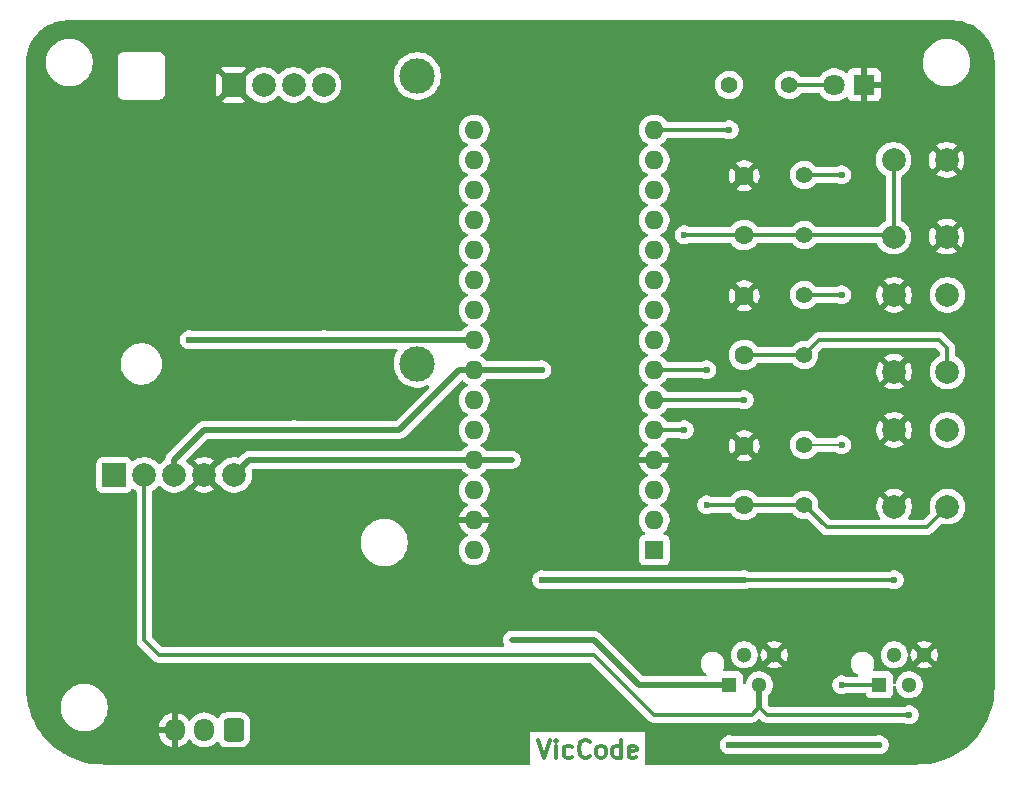
<source format=gtl>
G04 #@! TF.GenerationSoftware,KiCad,Pcbnew,9.0.3*
G04 #@! TF.CreationDate,2025-07-11T17:18:18-05:00*
G04 #@! TF.ProjectId,Projects,50726f6a-6563-4747-932e-6b696361645f,11/07/2026*
G04 #@! TF.SameCoordinates,Original*
G04 #@! TF.FileFunction,Copper,L1,Top*
G04 #@! TF.FilePolarity,Positive*
%FSLAX46Y46*%
G04 Gerber Fmt 4.6, Leading zero omitted, Abs format (unit mm)*
G04 Created by KiCad (PCBNEW 9.0.3) date 2025-07-11 17:18:18*
%MOMM*%
%LPD*%
G01*
G04 APERTURE LIST*
G04 Aperture macros list*
%AMRoundRect*
0 Rectangle with rounded corners*
0 $1 Rounding radius*
0 $2 $3 $4 $5 $6 $7 $8 $9 X,Y pos of 4 corners*
0 Add a 4 corners polygon primitive as box body*
4,1,4,$2,$3,$4,$5,$6,$7,$8,$9,$2,$3,0*
0 Add four circle primitives for the rounded corners*
1,1,$1+$1,$2,$3*
1,1,$1+$1,$4,$5*
1,1,$1+$1,$6,$7*
1,1,$1+$1,$8,$9*
0 Add four rect primitives between the rounded corners*
20,1,$1+$1,$2,$3,$4,$5,0*
20,1,$1+$1,$4,$5,$6,$7,0*
20,1,$1+$1,$6,$7,$8,$9,0*
20,1,$1+$1,$8,$9,$2,$3,0*%
G04 Aperture macros list end*
%ADD10C,0.300000*%
G04 #@! TA.AperFunction,NonConductor*
%ADD11C,0.300000*%
G04 #@! TD*
G04 #@! TA.AperFunction,ComponentPad*
%ADD12R,2.000000X2.000000*%
G04 #@! TD*
G04 #@! TA.AperFunction,ComponentPad*
%ADD13C,2.000000*%
G04 #@! TD*
G04 #@! TA.AperFunction,ComponentPad*
%ADD14C,1.400000*%
G04 #@! TD*
G04 #@! TA.AperFunction,ComponentPad*
%ADD15R,1.300000X1.300000*%
G04 #@! TD*
G04 #@! TA.AperFunction,ComponentPad*
%ADD16C,1.300000*%
G04 #@! TD*
G04 #@! TA.AperFunction,ComponentPad*
%ADD17C,1.600000*%
G04 #@! TD*
G04 #@! TA.AperFunction,ComponentPad*
%ADD18R,1.600000X1.600000*%
G04 #@! TD*
G04 #@! TA.AperFunction,ComponentPad*
%ADD19O,1.600000X1.600000*%
G04 #@! TD*
G04 #@! TA.AperFunction,ComponentPad*
%ADD20RoundRect,0.250000X0.600000X0.725000X-0.600000X0.725000X-0.600000X-0.725000X0.600000X-0.725000X0*%
G04 #@! TD*
G04 #@! TA.AperFunction,ComponentPad*
%ADD21O,1.700000X1.950000*%
G04 #@! TD*
G04 #@! TA.AperFunction,ComponentPad*
%ADD22R,1.800000X1.800000*%
G04 #@! TD*
G04 #@! TA.AperFunction,ComponentPad*
%ADD23C,1.800000*%
G04 #@! TD*
G04 #@! TA.AperFunction,WasherPad*
%ADD24C,3.000000*%
G04 #@! TD*
G04 #@! TA.AperFunction,ComponentPad*
%ADD25RoundRect,0.300000X-0.700000X-0.700000X0.700000X-0.700000X0.700000X0.700000X-0.700000X0.700000X0*%
G04 #@! TD*
G04 #@! TA.AperFunction,ViaPad*
%ADD26C,0.600000*%
G04 #@! TD*
G04 #@! TA.AperFunction,ViaPad*
%ADD27C,0.300000*%
G04 #@! TD*
G04 #@! TA.AperFunction,Conductor*
%ADD28C,0.508000*%
G04 #@! TD*
G04 #@! TA.AperFunction,Conductor*
%ADD29C,0.304800*%
G04 #@! TD*
G04 #@! TA.AperFunction,Conductor*
%ADD30C,0.200000*%
G04 #@! TD*
G04 APERTURE END LIST*
D10*
D11*
X96860225Y-116410828D02*
X97360225Y-117910828D01*
X97360225Y-117910828D02*
X97860225Y-116410828D01*
X98360224Y-117910828D02*
X98360224Y-116910828D01*
X98360224Y-116410828D02*
X98288796Y-116482257D01*
X98288796Y-116482257D02*
X98360224Y-116553685D01*
X98360224Y-116553685D02*
X98431653Y-116482257D01*
X98431653Y-116482257D02*
X98360224Y-116410828D01*
X98360224Y-116410828D02*
X98360224Y-116553685D01*
X99717368Y-117839400D02*
X99574510Y-117910828D01*
X99574510Y-117910828D02*
X99288796Y-117910828D01*
X99288796Y-117910828D02*
X99145939Y-117839400D01*
X99145939Y-117839400D02*
X99074510Y-117767971D01*
X99074510Y-117767971D02*
X99003082Y-117625114D01*
X99003082Y-117625114D02*
X99003082Y-117196542D01*
X99003082Y-117196542D02*
X99074510Y-117053685D01*
X99074510Y-117053685D02*
X99145939Y-116982257D01*
X99145939Y-116982257D02*
X99288796Y-116910828D01*
X99288796Y-116910828D02*
X99574510Y-116910828D01*
X99574510Y-116910828D02*
X99717368Y-116982257D01*
X101217367Y-117767971D02*
X101145939Y-117839400D01*
X101145939Y-117839400D02*
X100931653Y-117910828D01*
X100931653Y-117910828D02*
X100788796Y-117910828D01*
X100788796Y-117910828D02*
X100574510Y-117839400D01*
X100574510Y-117839400D02*
X100431653Y-117696542D01*
X100431653Y-117696542D02*
X100360224Y-117553685D01*
X100360224Y-117553685D02*
X100288796Y-117267971D01*
X100288796Y-117267971D02*
X100288796Y-117053685D01*
X100288796Y-117053685D02*
X100360224Y-116767971D01*
X100360224Y-116767971D02*
X100431653Y-116625114D01*
X100431653Y-116625114D02*
X100574510Y-116482257D01*
X100574510Y-116482257D02*
X100788796Y-116410828D01*
X100788796Y-116410828D02*
X100931653Y-116410828D01*
X100931653Y-116410828D02*
X101145939Y-116482257D01*
X101145939Y-116482257D02*
X101217367Y-116553685D01*
X102074510Y-117910828D02*
X101931653Y-117839400D01*
X101931653Y-117839400D02*
X101860224Y-117767971D01*
X101860224Y-117767971D02*
X101788796Y-117625114D01*
X101788796Y-117625114D02*
X101788796Y-117196542D01*
X101788796Y-117196542D02*
X101860224Y-117053685D01*
X101860224Y-117053685D02*
X101931653Y-116982257D01*
X101931653Y-116982257D02*
X102074510Y-116910828D01*
X102074510Y-116910828D02*
X102288796Y-116910828D01*
X102288796Y-116910828D02*
X102431653Y-116982257D01*
X102431653Y-116982257D02*
X102503082Y-117053685D01*
X102503082Y-117053685D02*
X102574510Y-117196542D01*
X102574510Y-117196542D02*
X102574510Y-117625114D01*
X102574510Y-117625114D02*
X102503082Y-117767971D01*
X102503082Y-117767971D02*
X102431653Y-117839400D01*
X102431653Y-117839400D02*
X102288796Y-117910828D01*
X102288796Y-117910828D02*
X102074510Y-117910828D01*
X103860225Y-117910828D02*
X103860225Y-116410828D01*
X103860225Y-117839400D02*
X103717367Y-117910828D01*
X103717367Y-117910828D02*
X103431653Y-117910828D01*
X103431653Y-117910828D02*
X103288796Y-117839400D01*
X103288796Y-117839400D02*
X103217367Y-117767971D01*
X103217367Y-117767971D02*
X103145939Y-117625114D01*
X103145939Y-117625114D02*
X103145939Y-117196542D01*
X103145939Y-117196542D02*
X103217367Y-117053685D01*
X103217367Y-117053685D02*
X103288796Y-116982257D01*
X103288796Y-116982257D02*
X103431653Y-116910828D01*
X103431653Y-116910828D02*
X103717367Y-116910828D01*
X103717367Y-116910828D02*
X103860225Y-116982257D01*
X105145939Y-117839400D02*
X105003082Y-117910828D01*
X105003082Y-117910828D02*
X104717368Y-117910828D01*
X104717368Y-117910828D02*
X104574510Y-117839400D01*
X104574510Y-117839400D02*
X104503082Y-117696542D01*
X104503082Y-117696542D02*
X104503082Y-117125114D01*
X104503082Y-117125114D02*
X104574510Y-116982257D01*
X104574510Y-116982257D02*
X104717368Y-116910828D01*
X104717368Y-116910828D02*
X105003082Y-116910828D01*
X105003082Y-116910828D02*
X105145939Y-116982257D01*
X105145939Y-116982257D02*
X105217368Y-117125114D01*
X105217368Y-117125114D02*
X105217368Y-117267971D01*
X105217368Y-117267971D02*
X104503082Y-117410828D01*
D12*
X60960000Y-93980000D03*
D13*
X63500000Y-93980000D03*
X66040000Y-93980000D03*
X68580000Y-93980000D03*
X71120000Y-93980000D03*
D14*
X119380000Y-78740000D03*
X119380000Y-83820000D03*
D15*
X113030000Y-111760000D03*
D16*
X114300000Y-109220000D03*
X115570000Y-111760000D03*
X116840000Y-109220000D03*
D14*
X119380000Y-91440000D03*
X119380000Y-96520000D03*
X113030000Y-60960000D03*
X118110000Y-60960000D03*
X119380000Y-68580000D03*
X119380000Y-73660000D03*
D15*
X125730000Y-111760000D03*
D16*
X127000000Y-109220000D03*
X128270000Y-111760000D03*
X129540000Y-109220000D03*
D17*
X114300000Y-83820000D03*
X114300000Y-78820000D03*
D13*
X127000000Y-96670000D03*
X127000000Y-90170000D03*
X131500000Y-96670000D03*
X131500000Y-90170000D03*
D18*
X106680000Y-100330000D03*
D19*
X106680000Y-97790000D03*
X106680000Y-95250000D03*
X106680000Y-92710000D03*
X106680000Y-90170000D03*
X106680000Y-87630000D03*
X106680000Y-85090000D03*
X106680000Y-82550000D03*
X106680000Y-80010000D03*
X106680000Y-77470000D03*
X106680000Y-74930000D03*
X106680000Y-72390000D03*
X106680000Y-69850000D03*
X106680000Y-67310000D03*
X106680000Y-64770000D03*
X91440000Y-64770000D03*
X91440000Y-67310000D03*
X91440000Y-69850000D03*
X91440000Y-72390000D03*
X91440000Y-74930000D03*
X91440000Y-77470000D03*
X91440000Y-80010000D03*
X91440000Y-82550000D03*
X91440000Y-85090000D03*
X91440000Y-87630000D03*
X91440000Y-90170000D03*
X91440000Y-92710000D03*
X91440000Y-95250000D03*
X91440000Y-97790000D03*
X91440000Y-100330000D03*
D17*
X114300000Y-96520000D03*
X114300000Y-91520000D03*
D13*
X131445000Y-67310000D03*
X131445000Y-73810000D03*
X126945000Y-67310000D03*
X126945000Y-73810000D03*
D20*
X71080000Y-115570000D03*
D21*
X68580000Y-115570000D03*
X66080000Y-115570000D03*
D17*
X114300000Y-73660000D03*
X114300000Y-68660000D03*
D13*
X127000000Y-85240000D03*
X127000000Y-78740000D03*
X131500000Y-85240000D03*
X131500000Y-78740000D03*
D22*
X124460000Y-60960000D03*
D23*
X121920000Y-60960000D03*
D24*
X86614000Y-60198000D03*
X86614000Y-84582000D03*
D25*
X71069200Y-60960000D03*
D13*
X73609200Y-60960000D03*
X76149200Y-60960000D03*
X78689200Y-60960000D03*
D26*
X67310000Y-82550000D03*
X78740000Y-82550000D03*
X76200000Y-90170000D03*
X97155000Y-102870000D03*
X97155000Y-85090000D03*
X127000000Y-102870000D03*
X114300000Y-102870000D03*
D27*
X94615000Y-107950000D03*
D26*
X122555000Y-78740000D03*
X125730000Y-116840000D03*
D27*
X94615000Y-92710000D03*
D26*
X122555000Y-91440000D03*
X113030000Y-116840000D03*
X122555000Y-68580000D03*
X122555000Y-111760000D03*
X113030000Y-64770000D03*
X114300000Y-87630000D03*
X128270000Y-114300000D03*
X109220000Y-73660000D03*
X109220000Y-90170000D03*
X111125000Y-85090000D03*
X111125000Y-96520000D03*
D28*
X67310000Y-82550000D02*
X78740000Y-82550000D01*
X78740000Y-82550000D02*
X91440000Y-82550000D01*
X76200000Y-90170000D02*
X68580000Y-90170000D01*
X90170000Y-85090000D02*
X85090000Y-90170000D01*
X85090000Y-90170000D02*
X76200000Y-90170000D01*
X68580000Y-90170000D02*
X66040000Y-92710000D01*
D29*
X114300000Y-102870000D02*
X127000000Y-102870000D01*
D28*
X91440000Y-85090000D02*
X90170000Y-85090000D01*
X91440000Y-85090000D02*
X97155000Y-85090000D01*
X97155000Y-102870000D02*
X114300000Y-102870000D01*
X66040000Y-92710000D02*
X66040000Y-93980000D01*
X71120000Y-93980000D02*
X72390000Y-92710000D01*
D29*
X122555000Y-111760000D02*
X125730000Y-111760000D01*
D28*
X94615000Y-107950000D02*
X101600000Y-107950000D01*
X113030000Y-116840000D02*
X125730000Y-116840000D01*
D30*
X119380000Y-91440000D02*
X122555000Y-91440000D01*
D28*
X91440000Y-92710000D02*
X94615000Y-92710000D01*
X72390000Y-92710000D02*
X91440000Y-92710000D01*
D29*
X119380000Y-68580000D02*
X122555000Y-68580000D01*
D28*
X105410000Y-111760000D02*
X113030000Y-111760000D01*
D29*
X122555000Y-78740000D02*
X119380000Y-78740000D01*
D28*
X101600000Y-107950000D02*
X105410000Y-111760000D01*
D29*
X106680000Y-64770000D02*
X113030000Y-64770000D01*
X114300000Y-83820000D02*
X119380000Y-83820000D01*
X131500000Y-83240000D02*
X131500000Y-85240000D01*
X106680000Y-87630000D02*
X114300000Y-87630000D01*
X119380000Y-83820000D02*
X120650000Y-82550000D01*
X130810000Y-82550000D02*
X131500000Y-83240000D01*
X120650000Y-82550000D02*
X130810000Y-82550000D01*
X128270000Y-114300000D02*
X116205000Y-114300000D01*
X76200000Y-109220000D02*
X64770000Y-109220000D01*
X76200000Y-109220000D02*
X101600000Y-109220000D01*
X116205000Y-114300000D02*
X115570000Y-113665000D01*
X63500000Y-107950000D02*
X63500000Y-93980000D01*
X101600000Y-109220000D02*
X106680000Y-114300000D01*
X106680000Y-114300000D02*
X114935000Y-114300000D01*
D28*
X115570000Y-113665000D02*
X115570000Y-111760000D01*
D29*
X64770000Y-109220000D02*
X63500000Y-107950000D01*
X114935000Y-114300000D02*
X115570000Y-113665000D01*
X109220000Y-73660000D02*
X114300000Y-73660000D01*
X126795000Y-73660000D02*
X126945000Y-73810000D01*
X114300000Y-73660000D02*
X119380000Y-73660000D01*
X119380000Y-73660000D02*
X126795000Y-73660000D01*
X106680000Y-90170000D02*
X109220000Y-90170000D01*
X126945000Y-67310000D02*
X126945000Y-73810000D01*
X106680000Y-85090000D02*
X111125000Y-85090000D01*
X129745000Y-98425000D02*
X131500000Y-96670000D01*
X111125000Y-96520000D02*
X114300000Y-96520000D01*
X114300000Y-96520000D02*
X119380000Y-96520000D01*
X119380000Y-96520000D02*
X121285000Y-98425000D01*
X121285000Y-98425000D02*
X129745000Y-98425000D01*
X118110000Y-60960000D02*
X121920000Y-60960000D01*
G04 #@! TA.AperFunction,Conductor*
G36*
X90462252Y-85967284D02*
G01*
X90506599Y-85995784D01*
X90592781Y-86081966D01*
X90592784Y-86081968D01*
X90592788Y-86081972D01*
X90742968Y-86191082D01*
X90758390Y-86202287D01*
X90838602Y-86243157D01*
X90851080Y-86249515D01*
X90901876Y-86297490D01*
X90918671Y-86365311D01*
X90896134Y-86431446D01*
X90851080Y-86470485D01*
X90758386Y-86517715D01*
X90592786Y-86638028D01*
X90448028Y-86782786D01*
X90327715Y-86948386D01*
X90234781Y-87130776D01*
X90171522Y-87325465D01*
X90139500Y-87527648D01*
X90139500Y-87732351D01*
X90171522Y-87934534D01*
X90234781Y-88129223D01*
X90297231Y-88251786D01*
X90317389Y-88291349D01*
X90327715Y-88311613D01*
X90448028Y-88477213D01*
X90592786Y-88621971D01*
X90709060Y-88706447D01*
X90758390Y-88742287D01*
X90831291Y-88779432D01*
X90851080Y-88789515D01*
X90901876Y-88837490D01*
X90918671Y-88905311D01*
X90896134Y-88971446D01*
X90851080Y-89010485D01*
X90758386Y-89057715D01*
X90592786Y-89178028D01*
X90448028Y-89322786D01*
X90327715Y-89488386D01*
X90234781Y-89670776D01*
X90171522Y-89865465D01*
X90139500Y-90067648D01*
X90139500Y-90272351D01*
X90171522Y-90474534D01*
X90234781Y-90669223D01*
X90279026Y-90756057D01*
X90321532Y-90839480D01*
X90327715Y-90851613D01*
X90448028Y-91017213D01*
X90592786Y-91161971D01*
X90747526Y-91274394D01*
X90758390Y-91282287D01*
X90821645Y-91314517D01*
X90851080Y-91329515D01*
X90901876Y-91377490D01*
X90918671Y-91445311D01*
X90896134Y-91511446D01*
X90851080Y-91550485D01*
X90758386Y-91597715D01*
X90592786Y-91718028D01*
X90448030Y-91862784D01*
X90417808Y-91904384D01*
X90362479Y-91947050D01*
X90317489Y-91955500D01*
X72315683Y-91955500D01*
X72169927Y-91984493D01*
X72169919Y-91984495D01*
X72032608Y-92041371D01*
X71909035Y-92123939D01*
X71909034Y-92123940D01*
X71856488Y-92176487D01*
X71803941Y-92229034D01*
X71803939Y-92229036D01*
X71555029Y-92477945D01*
X71493706Y-92511430D01*
X71447950Y-92512737D01*
X71238097Y-92479500D01*
X71238092Y-92479500D01*
X71001908Y-92479500D01*
X71001903Y-92479500D01*
X70768631Y-92516446D01*
X70544003Y-92589433D01*
X70333566Y-92696657D01*
X70266404Y-92745454D01*
X70142490Y-92835483D01*
X70142488Y-92835485D01*
X70142487Y-92835485D01*
X69975482Y-93002490D01*
X69932451Y-93061717D01*
X69877120Y-93104382D01*
X69822405Y-93112448D01*
X69802658Y-93110893D01*
X69062962Y-93850590D01*
X69045925Y-93787007D01*
X68980099Y-93672993D01*
X68887007Y-93579901D01*
X68772993Y-93514075D01*
X68709409Y-93497037D01*
X69449105Y-92757340D01*
X69449104Y-92757338D01*
X69366174Y-92697087D01*
X69155802Y-92589897D01*
X68931247Y-92516934D01*
X68931248Y-92516934D01*
X68698052Y-92480000D01*
X68461948Y-92480000D01*
X68228752Y-92516934D01*
X68004197Y-92589897D01*
X67793830Y-92697084D01*
X67710894Y-92757340D01*
X68450591Y-93497037D01*
X68387007Y-93514075D01*
X68272993Y-93579901D01*
X68179901Y-93672993D01*
X68114075Y-93787007D01*
X68097037Y-93850590D01*
X67357340Y-93110893D01*
X67337593Y-93112448D01*
X67333601Y-93111609D01*
X67329707Y-93112816D01*
X67299704Y-93104488D01*
X67269215Y-93098084D01*
X67265183Y-93094907D01*
X67262382Y-93094130D01*
X67252359Y-93084804D01*
X67235368Y-93071417D01*
X67231221Y-93066772D01*
X67184517Y-93002490D01*
X67084716Y-92902689D01*
X67082391Y-92900085D01*
X67068847Y-92871557D01*
X67053721Y-92843856D01*
X67053979Y-92840241D01*
X67052425Y-92836967D01*
X67056452Y-92805659D01*
X67058705Y-92774164D01*
X67060954Y-92770663D01*
X67061340Y-92767669D01*
X67067872Y-92759899D01*
X67087204Y-92729819D01*
X68856205Y-90960819D01*
X68917528Y-90927334D01*
X68943886Y-90924500D01*
X75905053Y-90924500D01*
X75952501Y-90933937D01*
X75966503Y-90939737D01*
X75966508Y-90939738D01*
X75966511Y-90939739D01*
X76121153Y-90970499D01*
X76121156Y-90970500D01*
X76121158Y-90970500D01*
X76278844Y-90970500D01*
X76278845Y-90970499D01*
X76355152Y-90955320D01*
X76433488Y-90939739D01*
X76433489Y-90939738D01*
X76433497Y-90939737D01*
X76447498Y-90933937D01*
X76494947Y-90924500D01*
X85009554Y-90924500D01*
X85009574Y-90924501D01*
X85015688Y-90924501D01*
X85164313Y-90924501D01*
X85183986Y-90920587D01*
X85298351Y-90897838D01*
X85310080Y-90895505D01*
X85387262Y-90863535D01*
X85447389Y-90838630D01*
X85570966Y-90756059D01*
X90331239Y-85995783D01*
X90392560Y-85962300D01*
X90462252Y-85967284D01*
G37*
G04 #@! TD.AperFunction*
G04 #@! TA.AperFunction,Conductor*
G36*
X132003032Y-55500648D02*
G01*
X132336929Y-55517052D01*
X132349037Y-55518245D01*
X132452146Y-55533539D01*
X132676699Y-55566849D01*
X132688617Y-55569219D01*
X133009951Y-55649709D01*
X133021588Y-55653240D01*
X133092806Y-55678722D01*
X133333467Y-55764832D01*
X133344688Y-55769479D01*
X133644163Y-55911120D01*
X133654871Y-55916844D01*
X133938988Y-56087137D01*
X133949106Y-56093897D01*
X134215170Y-56291224D01*
X134224576Y-56298944D01*
X134470013Y-56521395D01*
X134478604Y-56529986D01*
X134665755Y-56736475D01*
X134701055Y-56775423D01*
X134708775Y-56784829D01*
X134906102Y-57050893D01*
X134912862Y-57061011D01*
X135041776Y-57276092D01*
X135083148Y-57345116D01*
X135088883Y-57355844D01*
X135179636Y-57547726D01*
X135230514Y-57655297D01*
X135235170Y-57666540D01*
X135346759Y-57978411D01*
X135350292Y-57990055D01*
X135430777Y-58311369D01*
X135433151Y-58323305D01*
X135481754Y-58650962D01*
X135482947Y-58663071D01*
X135495262Y-58913735D01*
X135499269Y-58995308D01*
X135499351Y-58996966D01*
X135499500Y-59003051D01*
X135499500Y-111997688D01*
X135499413Y-112002325D01*
X135481499Y-112481071D01*
X135480806Y-112490318D01*
X135427425Y-112964089D01*
X135426043Y-112973258D01*
X135337407Y-113441708D01*
X135335344Y-113450749D01*
X135211945Y-113911280D01*
X135209212Y-113920140D01*
X135051747Y-114370151D01*
X135048359Y-114378784D01*
X134857697Y-114815784D01*
X134853673Y-114824138D01*
X134630903Y-115245640D01*
X134626267Y-115253671D01*
X134372606Y-115657371D01*
X134367382Y-115665033D01*
X134084273Y-116048633D01*
X134078491Y-116055883D01*
X133767488Y-116417275D01*
X133761181Y-116424072D01*
X133424072Y-116761181D01*
X133417275Y-116767488D01*
X133055883Y-117078491D01*
X133048633Y-117084273D01*
X132665033Y-117367382D01*
X132657371Y-117372606D01*
X132253671Y-117626267D01*
X132245640Y-117630903D01*
X131824138Y-117853673D01*
X131815784Y-117857697D01*
X131378784Y-118048359D01*
X131370151Y-118051747D01*
X130920140Y-118209212D01*
X130911280Y-118211945D01*
X130450749Y-118335344D01*
X130441708Y-118337407D01*
X129973258Y-118426043D01*
X129964089Y-118427425D01*
X129490318Y-118480806D01*
X129481071Y-118481499D01*
X129002325Y-118499413D01*
X128997688Y-118499500D01*
X105999712Y-118499500D01*
X105932673Y-118479815D01*
X105886918Y-118427011D01*
X105875712Y-118375500D01*
X105875712Y-116761153D01*
X112229500Y-116761153D01*
X112229500Y-116918846D01*
X112260261Y-117073489D01*
X112260264Y-117073501D01*
X112320602Y-117219172D01*
X112320609Y-117219185D01*
X112408210Y-117350288D01*
X112408213Y-117350292D01*
X112519707Y-117461786D01*
X112519711Y-117461789D01*
X112650814Y-117549390D01*
X112650827Y-117549397D01*
X112759717Y-117594500D01*
X112796503Y-117609737D01*
X112951153Y-117640499D01*
X112951156Y-117640500D01*
X112951158Y-117640500D01*
X113108844Y-117640500D01*
X113108845Y-117640499D01*
X113185152Y-117625320D01*
X113263488Y-117609739D01*
X113263489Y-117609738D01*
X113263497Y-117609737D01*
X113277498Y-117603937D01*
X113324947Y-117594500D01*
X125435053Y-117594500D01*
X125482501Y-117603937D01*
X125496503Y-117609737D01*
X125496508Y-117609738D01*
X125496511Y-117609739D01*
X125651153Y-117640499D01*
X125651156Y-117640500D01*
X125651158Y-117640500D01*
X125808844Y-117640500D01*
X125808845Y-117640499D01*
X125963497Y-117609737D01*
X126109179Y-117549394D01*
X126240289Y-117461789D01*
X126351789Y-117350289D01*
X126439394Y-117219179D01*
X126499737Y-117073497D01*
X126530500Y-116918842D01*
X126530500Y-116761158D01*
X126530500Y-116761155D01*
X126530499Y-116761153D01*
X126499737Y-116606503D01*
X126479561Y-116557793D01*
X126439397Y-116460827D01*
X126439390Y-116460814D01*
X126351789Y-116329711D01*
X126351786Y-116329707D01*
X126240292Y-116218213D01*
X126240288Y-116218210D01*
X126109185Y-116130609D01*
X126109172Y-116130602D01*
X125963501Y-116070264D01*
X125963489Y-116070261D01*
X125808845Y-116039500D01*
X125808842Y-116039500D01*
X125651158Y-116039500D01*
X125651155Y-116039500D01*
X125496511Y-116070260D01*
X125496506Y-116070262D01*
X125496504Y-116070262D01*
X125496503Y-116070263D01*
X125482501Y-116076062D01*
X125435053Y-116085500D01*
X113324947Y-116085500D01*
X113277498Y-116076062D01*
X113263497Y-116070263D01*
X113263493Y-116070262D01*
X113263488Y-116070260D01*
X113108845Y-116039500D01*
X113108842Y-116039500D01*
X112951158Y-116039500D01*
X112951155Y-116039500D01*
X112796510Y-116070261D01*
X112796498Y-116070264D01*
X112650827Y-116130602D01*
X112650814Y-116130609D01*
X112519711Y-116218210D01*
X112519707Y-116218213D01*
X112408213Y-116329707D01*
X112408210Y-116329711D01*
X112320609Y-116460814D01*
X112320602Y-116460827D01*
X112260264Y-116606498D01*
X112260261Y-116606510D01*
X112229500Y-116761153D01*
X105875712Y-116761153D01*
X105875712Y-115753603D01*
X96203000Y-115753603D01*
X96203000Y-118375500D01*
X96183315Y-118442539D01*
X96130511Y-118488294D01*
X96079000Y-118499500D01*
X60002312Y-118499500D01*
X59997675Y-118499413D01*
X59518928Y-118481499D01*
X59509681Y-118480806D01*
X59035910Y-118427425D01*
X59026741Y-118426043D01*
X58558291Y-118337407D01*
X58549250Y-118335344D01*
X58088719Y-118211945D01*
X58079859Y-118209212D01*
X57629848Y-118051747D01*
X57621215Y-118048359D01*
X57184215Y-117857697D01*
X57175861Y-117853673D01*
X56754359Y-117630903D01*
X56746328Y-117626267D01*
X56342628Y-117372606D01*
X56334966Y-117367382D01*
X55951366Y-117084273D01*
X55944116Y-117078491D01*
X55582724Y-116767488D01*
X55575927Y-116761181D01*
X55238818Y-116424072D01*
X55232511Y-116417275D01*
X54921508Y-116055883D01*
X54915726Y-116048633D01*
X54888045Y-116011127D01*
X54642346Y-115678216D01*
X54632617Y-115665033D01*
X54627393Y-115657371D01*
X54373732Y-115253671D01*
X54369096Y-115245640D01*
X54146326Y-114824138D01*
X54142302Y-114815784D01*
X54027082Y-114551697D01*
X53951637Y-114378778D01*
X53948252Y-114370151D01*
X53927004Y-114309428D01*
X53790784Y-113920133D01*
X53788054Y-113911280D01*
X53694442Y-113561915D01*
X53686928Y-113533872D01*
X56419500Y-113533872D01*
X56419500Y-113796127D01*
X56435918Y-113920827D01*
X56453730Y-114056116D01*
X56521602Y-114309418D01*
X56521605Y-114309428D01*
X56621953Y-114551690D01*
X56621958Y-114551700D01*
X56753075Y-114778803D01*
X56912718Y-114986851D01*
X56912726Y-114986860D01*
X57098140Y-115172274D01*
X57098148Y-115172281D01*
X57306196Y-115331924D01*
X57533299Y-115463041D01*
X57533309Y-115463046D01*
X57775571Y-115563394D01*
X57775581Y-115563398D01*
X58028884Y-115631270D01*
X58288880Y-115665500D01*
X58288887Y-115665500D01*
X58551113Y-115665500D01*
X58551120Y-115665500D01*
X58811116Y-115631270D01*
X59064419Y-115563398D01*
X59306697Y-115463043D01*
X59533803Y-115331924D01*
X59549343Y-115320000D01*
X64732970Y-115320000D01*
X65675854Y-115320000D01*
X65637370Y-115386657D01*
X65605000Y-115507465D01*
X65605000Y-115632535D01*
X65637370Y-115753343D01*
X65675854Y-115820000D01*
X64732970Y-115820000D01*
X64763242Y-116011127D01*
X64763242Y-116011130D01*
X64828904Y-116213217D01*
X64925379Y-116402557D01*
X65050272Y-116574459D01*
X65050276Y-116574464D01*
X65200535Y-116724723D01*
X65200540Y-116724727D01*
X65372442Y-116849620D01*
X65561782Y-116946095D01*
X65763871Y-117011757D01*
X65830000Y-117022231D01*
X65830000Y-115974145D01*
X65896657Y-116012630D01*
X66017465Y-116045000D01*
X66142535Y-116045000D01*
X66263343Y-116012630D01*
X66330000Y-115974145D01*
X66330000Y-117022230D01*
X66396126Y-117011757D01*
X66396129Y-117011757D01*
X66598217Y-116946095D01*
X66787557Y-116849620D01*
X66959459Y-116724727D01*
X66959464Y-116724723D01*
X67109721Y-116574466D01*
X67229371Y-116409781D01*
X67284701Y-116367115D01*
X67354314Y-116361136D01*
X67416110Y-116393741D01*
X67430008Y-116409781D01*
X67549890Y-116574785D01*
X67549894Y-116574790D01*
X67700213Y-116725109D01*
X67872179Y-116850048D01*
X67872181Y-116850049D01*
X67872184Y-116850051D01*
X68061588Y-116946557D01*
X68263757Y-117012246D01*
X68473713Y-117045500D01*
X68473714Y-117045500D01*
X68686286Y-117045500D01*
X68686287Y-117045500D01*
X68896243Y-117012246D01*
X69098412Y-116946557D01*
X69287816Y-116850051D01*
X69410172Y-116761155D01*
X69459784Y-116725110D01*
X69459784Y-116725109D01*
X69459792Y-116725104D01*
X69598604Y-116586291D01*
X69659923Y-116552809D01*
X69729615Y-116557793D01*
X69785549Y-116599664D01*
X69791821Y-116608878D01*
X69795185Y-116614333D01*
X69795186Y-116614334D01*
X69887288Y-116763656D01*
X70011344Y-116887712D01*
X70160666Y-116979814D01*
X70327203Y-117034999D01*
X70429991Y-117045500D01*
X71730008Y-117045499D01*
X71832797Y-117034999D01*
X71999334Y-116979814D01*
X72148656Y-116887712D01*
X72272712Y-116763656D01*
X72364814Y-116614334D01*
X72419999Y-116447797D01*
X72430500Y-116345009D01*
X72430499Y-114794992D01*
X72428851Y-114778863D01*
X72419999Y-114692203D01*
X72419998Y-114692200D01*
X72382104Y-114577845D01*
X72364814Y-114525666D01*
X72272712Y-114376344D01*
X72148656Y-114252288D01*
X71999334Y-114160186D01*
X71832797Y-114105001D01*
X71832795Y-114105000D01*
X71730010Y-114094500D01*
X70429998Y-114094500D01*
X70429981Y-114094501D01*
X70327203Y-114105000D01*
X70327200Y-114105001D01*
X70160668Y-114160185D01*
X70160663Y-114160187D01*
X70011342Y-114252289D01*
X69887289Y-114376342D01*
X69791821Y-114531121D01*
X69739873Y-114577845D01*
X69670910Y-114589068D01*
X69606828Y-114561224D01*
X69598601Y-114553705D01*
X69459786Y-114414890D01*
X69287820Y-114289951D01*
X69098414Y-114193444D01*
X69098413Y-114193443D01*
X69098412Y-114193443D01*
X68896243Y-114127754D01*
X68896241Y-114127753D01*
X68896240Y-114127753D01*
X68734957Y-114102208D01*
X68686287Y-114094500D01*
X68473713Y-114094500D01*
X68425042Y-114102208D01*
X68263760Y-114127753D01*
X68061585Y-114193444D01*
X67872179Y-114289951D01*
X67700213Y-114414890D01*
X67549894Y-114565209D01*
X67549890Y-114565214D01*
X67430008Y-114730218D01*
X67374678Y-114772884D01*
X67305065Y-114778863D01*
X67243270Y-114746257D01*
X67229372Y-114730218D01*
X67109727Y-114565540D01*
X67109723Y-114565535D01*
X66959464Y-114415276D01*
X66959459Y-114415272D01*
X66787557Y-114290379D01*
X66598215Y-114193903D01*
X66396124Y-114128241D01*
X66330000Y-114117768D01*
X66330000Y-115165854D01*
X66263343Y-115127370D01*
X66142535Y-115095000D01*
X66017465Y-115095000D01*
X65896657Y-115127370D01*
X65830000Y-115165854D01*
X65830000Y-114117768D01*
X65829999Y-114117768D01*
X65763875Y-114128241D01*
X65561784Y-114193903D01*
X65372442Y-114290379D01*
X65200540Y-114415272D01*
X65200535Y-114415276D01*
X65050276Y-114565535D01*
X65050272Y-114565540D01*
X64925379Y-114737442D01*
X64828904Y-114926782D01*
X64763242Y-115128869D01*
X64763242Y-115128872D01*
X64732970Y-115320000D01*
X59549343Y-115320000D01*
X59741851Y-115172282D01*
X59741855Y-115172277D01*
X59741860Y-115172274D01*
X59927274Y-114986860D01*
X59927277Y-114986855D01*
X59927282Y-114986851D01*
X60086924Y-114778803D01*
X60218043Y-114551697D01*
X60318398Y-114309419D01*
X60386270Y-114056116D01*
X60420500Y-113796120D01*
X60420500Y-113533880D01*
X60386270Y-113273884D01*
X60318398Y-113020581D01*
X60272801Y-112910500D01*
X60218046Y-112778309D01*
X60218041Y-112778299D01*
X60086924Y-112551196D01*
X59927281Y-112343148D01*
X59927274Y-112343140D01*
X59741860Y-112157726D01*
X59741851Y-112157718D01*
X59533803Y-111998075D01*
X59306700Y-111866958D01*
X59306690Y-111866953D01*
X59064428Y-111766605D01*
X59064421Y-111766603D01*
X59064419Y-111766602D01*
X58811116Y-111698730D01*
X58753339Y-111691123D01*
X58551127Y-111664500D01*
X58551120Y-111664500D01*
X58288880Y-111664500D01*
X58288872Y-111664500D01*
X58057772Y-111694926D01*
X58028884Y-111698730D01*
X57940785Y-111722336D01*
X57775581Y-111766602D01*
X57775571Y-111766605D01*
X57533309Y-111866953D01*
X57533299Y-111866958D01*
X57306196Y-111998075D01*
X57098148Y-112157718D01*
X56912718Y-112343148D01*
X56753075Y-112551196D01*
X56621958Y-112778299D01*
X56621953Y-112778309D01*
X56521605Y-113020571D01*
X56521602Y-113020581D01*
X56453730Y-113273885D01*
X56419500Y-113533872D01*
X53686928Y-113533872D01*
X53664655Y-113450749D01*
X53662592Y-113441708D01*
X53642572Y-113335901D01*
X53573954Y-112973247D01*
X53572574Y-112964089D01*
X53563344Y-112882171D01*
X53519192Y-112490306D01*
X53518500Y-112481070D01*
X53518063Y-112469397D01*
X53500587Y-112002324D01*
X53500500Y-111997688D01*
X53500500Y-92932135D01*
X59459500Y-92932135D01*
X59459500Y-95027870D01*
X59459501Y-95027876D01*
X59465908Y-95087483D01*
X59516202Y-95222328D01*
X59516206Y-95222335D01*
X59602452Y-95337544D01*
X59602455Y-95337547D01*
X59717664Y-95423793D01*
X59717671Y-95423797D01*
X59852517Y-95474091D01*
X59852516Y-95474091D01*
X59859444Y-95474835D01*
X59912127Y-95480500D01*
X62007872Y-95480499D01*
X62067483Y-95474091D01*
X62202331Y-95423796D01*
X62317546Y-95337546D01*
X62403796Y-95222331D01*
X62403797Y-95222326D01*
X62408047Y-95214546D01*
X62411380Y-95216366D01*
X62414092Y-95212717D01*
X62423554Y-95192207D01*
X62434529Y-95185212D01*
X62442292Y-95174766D01*
X62463427Y-95166797D01*
X62482476Y-95154658D01*
X62495490Y-95154707D01*
X62507669Y-95150116D01*
X62529759Y-95154839D01*
X62552345Y-95154926D01*
X62569269Y-95163287D01*
X62575994Y-95164725D01*
X62584394Y-95169710D01*
X62587159Y-95171502D01*
X62713567Y-95263343D01*
X62785140Y-95299811D01*
X62790539Y-95303310D01*
X62809286Y-95325114D01*
X62830190Y-95344856D01*
X62831993Y-95351523D01*
X62836091Y-95356289D01*
X62839097Y-95377784D01*
X62847100Y-95407368D01*
X62847100Y-108014305D01*
X62847100Y-108014307D01*
X62847099Y-108014307D01*
X62872052Y-108139744D01*
X62872061Y-108139790D01*
X62872189Y-108140437D01*
X62872193Y-108140449D01*
X62921405Y-108259260D01*
X62992862Y-108366204D01*
X62992863Y-108366205D01*
X64353796Y-109727137D01*
X64353797Y-109727138D01*
X64353800Y-109727140D01*
X64453916Y-109794035D01*
X64460736Y-109798592D01*
X64579556Y-109847809D01*
X64579560Y-109847809D01*
X64579561Y-109847810D01*
X64705692Y-109872900D01*
X64705695Y-109872900D01*
X76135695Y-109872900D01*
X101278197Y-109872900D01*
X101345236Y-109892585D01*
X101365878Y-109909219D01*
X106263798Y-114807139D01*
X106367554Y-114876466D01*
X106367552Y-114876468D01*
X106367565Y-114876473D01*
X106370736Y-114878592D01*
X106489556Y-114927809D01*
X106489560Y-114927809D01*
X106489561Y-114927810D01*
X106615692Y-114952900D01*
X106615695Y-114952900D01*
X114999307Y-114952900D01*
X115084165Y-114936019D01*
X115125444Y-114927809D01*
X115244264Y-114878592D01*
X115247432Y-114876474D01*
X115247449Y-114876469D01*
X115247447Y-114876465D01*
X115351200Y-114807141D01*
X115482321Y-114676019D01*
X115543641Y-114642536D01*
X115613333Y-114647520D01*
X115657679Y-114676019D01*
X115788801Y-114807141D01*
X115895737Y-114878593D01*
X115965340Y-114907423D01*
X116014556Y-114927809D01*
X116014560Y-114927809D01*
X116014561Y-114927810D01*
X116140692Y-114952900D01*
X116140695Y-114952900D01*
X116269305Y-114952900D01*
X127768657Y-114952900D01*
X127835696Y-114972585D01*
X127837498Y-114973764D01*
X127890821Y-115009394D01*
X127890823Y-115009395D01*
X127890827Y-115009397D01*
X128036498Y-115069735D01*
X128036503Y-115069737D01*
X128163508Y-115095000D01*
X128191153Y-115100499D01*
X128191156Y-115100500D01*
X128191158Y-115100500D01*
X128348844Y-115100500D01*
X128348845Y-115100499D01*
X128503497Y-115069737D01*
X128649179Y-115009394D01*
X128780289Y-114921789D01*
X128891789Y-114810289D01*
X128979394Y-114679179D01*
X129039737Y-114533497D01*
X129070500Y-114378842D01*
X129070500Y-114221158D01*
X129070500Y-114221155D01*
X129070499Y-114221153D01*
X129058372Y-114160186D01*
X129039737Y-114066503D01*
X129035434Y-114056114D01*
X128979397Y-113920827D01*
X128979390Y-113920814D01*
X128891789Y-113789711D01*
X128891786Y-113789707D01*
X128780292Y-113678213D01*
X128780288Y-113678210D01*
X128649185Y-113590609D01*
X128649172Y-113590602D01*
X128503501Y-113530264D01*
X128503489Y-113530261D01*
X128348845Y-113499500D01*
X128348842Y-113499500D01*
X128191158Y-113499500D01*
X128191155Y-113499500D01*
X128036510Y-113530261D01*
X128036498Y-113530264D01*
X127890827Y-113590602D01*
X127890820Y-113590606D01*
X127864497Y-113608195D01*
X127837547Y-113626202D01*
X127770871Y-113647080D01*
X127768657Y-113647100D01*
X116526803Y-113647100D01*
X116497365Y-113638455D01*
X116467375Y-113631932D01*
X116462358Y-113628176D01*
X116459764Y-113627415D01*
X116439121Y-113610781D01*
X116360818Y-113532477D01*
X116327334Y-113471153D01*
X116324500Y-113444796D01*
X116324500Y-112683916D01*
X116344185Y-112616877D01*
X116360819Y-112596235D01*
X116396555Y-112560499D01*
X116447553Y-112509501D01*
X116553996Y-112362994D01*
X116636211Y-112201639D01*
X116692171Y-112029409D01*
X116707265Y-111934108D01*
X116720500Y-111850551D01*
X116720500Y-111681153D01*
X121754500Y-111681153D01*
X121754500Y-111838846D01*
X121785261Y-111993489D01*
X121785264Y-111993501D01*
X121845602Y-112139172D01*
X121845609Y-112139185D01*
X121933210Y-112270288D01*
X121933213Y-112270292D01*
X122044707Y-112381786D01*
X122044711Y-112381789D01*
X122175814Y-112469390D01*
X122175827Y-112469397D01*
X122291919Y-112517483D01*
X122321503Y-112529737D01*
X122476153Y-112560499D01*
X122476156Y-112560500D01*
X122476158Y-112560500D01*
X122633844Y-112560500D01*
X122633845Y-112560499D01*
X122788497Y-112529737D01*
X122934179Y-112469394D01*
X122987452Y-112433797D01*
X123054129Y-112412920D01*
X123056343Y-112412900D01*
X124463281Y-112412900D01*
X124530320Y-112432585D01*
X124576075Y-112485389D01*
X124582892Y-112510223D01*
X124584124Y-112509932D01*
X124585907Y-112517479D01*
X124636202Y-112652328D01*
X124636206Y-112652335D01*
X124722452Y-112767544D01*
X124722455Y-112767547D01*
X124837664Y-112853793D01*
X124837671Y-112853797D01*
X124972517Y-112904091D01*
X124972516Y-112904091D01*
X124979444Y-112904835D01*
X125032127Y-112910500D01*
X126427872Y-112910499D01*
X126487483Y-112904091D01*
X126622331Y-112853796D01*
X126737546Y-112767546D01*
X126823796Y-112652331D01*
X126874091Y-112517483D01*
X126880500Y-112457873D01*
X126880499Y-111917125D01*
X126900183Y-111850089D01*
X126952987Y-111804334D01*
X127022146Y-111794390D01*
X127085702Y-111823415D01*
X127123476Y-111882193D01*
X127126972Y-111897729D01*
X127147829Y-112029410D01*
X127203787Y-112201636D01*
X127203788Y-112201639D01*
X127259664Y-112311300D01*
X127275892Y-112343149D01*
X127286006Y-112362997D01*
X127392441Y-112509494D01*
X127392445Y-112509499D01*
X127520500Y-112637554D01*
X127520505Y-112637558D01*
X127642486Y-112726181D01*
X127667006Y-112743996D01*
X127734349Y-112778309D01*
X127828360Y-112826211D01*
X127828363Y-112826212D01*
X127913251Y-112853793D01*
X128000591Y-112882171D01*
X128083429Y-112895291D01*
X128179449Y-112910500D01*
X128179454Y-112910500D01*
X128360551Y-112910500D01*
X128447259Y-112896765D01*
X128539409Y-112882171D01*
X128711639Y-112826211D01*
X128872994Y-112743996D01*
X129019501Y-112637553D01*
X129147553Y-112509501D01*
X129253996Y-112362994D01*
X129336211Y-112201639D01*
X129392171Y-112029409D01*
X129407265Y-111934108D01*
X129420500Y-111850551D01*
X129420500Y-111669448D01*
X129397858Y-111526498D01*
X129392171Y-111490591D01*
X129336211Y-111318361D01*
X129336211Y-111318360D01*
X129301230Y-111249707D01*
X129253996Y-111157006D01*
X129240340Y-111138210D01*
X129147558Y-111010505D01*
X129147554Y-111010500D01*
X129019499Y-110882445D01*
X129019494Y-110882441D01*
X128872997Y-110776006D01*
X128872996Y-110776005D01*
X128872994Y-110776004D01*
X128796712Y-110737136D01*
X128711639Y-110693788D01*
X128711636Y-110693787D01*
X128539410Y-110637829D01*
X128360551Y-110609500D01*
X128360546Y-110609500D01*
X128179454Y-110609500D01*
X128179449Y-110609500D01*
X128000589Y-110637829D01*
X127828363Y-110693787D01*
X127828360Y-110693788D01*
X127667002Y-110776006D01*
X127520505Y-110882441D01*
X127520500Y-110882445D01*
X127392445Y-111010500D01*
X127392441Y-111010505D01*
X127286006Y-111157002D01*
X127203788Y-111318360D01*
X127203787Y-111318363D01*
X127147829Y-111490589D01*
X127126972Y-111622271D01*
X127097042Y-111685405D01*
X127037731Y-111722336D01*
X126967868Y-111721338D01*
X126909636Y-111682728D01*
X126881522Y-111618764D01*
X126880499Y-111602872D01*
X126880499Y-111062129D01*
X126880498Y-111062123D01*
X126879260Y-111050609D01*
X126874091Y-111002517D01*
X126861657Y-110969181D01*
X126823797Y-110867671D01*
X126823793Y-110867664D01*
X126737547Y-110752455D01*
X126737544Y-110752452D01*
X126622335Y-110666206D01*
X126622328Y-110666202D01*
X126487482Y-110615908D01*
X126487483Y-110615908D01*
X126427883Y-110609501D01*
X126427881Y-110609500D01*
X126427873Y-110609500D01*
X126427865Y-110609500D01*
X125329481Y-110609500D01*
X125262442Y-110589815D01*
X125216687Y-110537011D01*
X125206743Y-110467853D01*
X125214920Y-110438048D01*
X125254835Y-110341682D01*
X125292051Y-110251835D01*
X125330500Y-110058541D01*
X125330500Y-109861459D01*
X125330500Y-109861456D01*
X125292052Y-109668170D01*
X125292051Y-109668169D01*
X125292051Y-109668165D01*
X125218009Y-109489410D01*
X125216635Y-109486092D01*
X125216628Y-109486079D01*
X125107139Y-109322218D01*
X125107136Y-109322214D01*
X124967785Y-109182863D01*
X124967781Y-109182860D01*
X124887845Y-109129448D01*
X125849500Y-109129448D01*
X125849500Y-109310551D01*
X125877829Y-109489410D01*
X125933787Y-109661636D01*
X125933788Y-109661639D01*
X125989664Y-109771300D01*
X126015869Y-109822730D01*
X126016006Y-109822997D01*
X126122441Y-109969494D01*
X126122445Y-109969499D01*
X126250500Y-110097554D01*
X126250505Y-110097558D01*
X126378287Y-110190396D01*
X126397006Y-110203996D01*
X126490883Y-110251829D01*
X126558360Y-110286211D01*
X126558363Y-110286212D01*
X126644476Y-110314191D01*
X126730591Y-110342171D01*
X126813429Y-110355291D01*
X126909449Y-110370500D01*
X126909454Y-110370500D01*
X127090551Y-110370500D01*
X127177259Y-110356765D01*
X127269409Y-110342171D01*
X127441639Y-110286211D01*
X127602994Y-110203996D01*
X127749501Y-110097553D01*
X127877553Y-109969501D01*
X127983996Y-109822994D01*
X128066211Y-109661639D01*
X128122171Y-109489409D01*
X128147780Y-109327720D01*
X128177709Y-109264585D01*
X128237021Y-109227654D01*
X128306883Y-109228652D01*
X128365116Y-109267262D01*
X128392726Y-109327720D01*
X128418317Y-109489293D01*
X128474251Y-109661444D01*
X128474252Y-109661447D01*
X128556431Y-109822730D01*
X128567913Y-109838532D01*
X128567913Y-109838533D01*
X129140000Y-109266446D01*
X129140000Y-109272661D01*
X129167259Y-109374394D01*
X129219920Y-109465606D01*
X129294394Y-109540080D01*
X129385606Y-109592741D01*
X129487339Y-109620000D01*
X129493553Y-109620000D01*
X128921466Y-110192085D01*
X128921466Y-110192086D01*
X128937267Y-110203566D01*
X128937275Y-110203571D01*
X129098552Y-110285747D01*
X129098555Y-110285748D01*
X129270706Y-110341682D01*
X129449494Y-110370000D01*
X129630506Y-110370000D01*
X129809293Y-110341682D01*
X129981444Y-110285748D01*
X129981452Y-110285745D01*
X130142730Y-110203568D01*
X130158532Y-110192085D01*
X130158533Y-110192085D01*
X129586448Y-109620000D01*
X129592661Y-109620000D01*
X129694394Y-109592741D01*
X129785606Y-109540080D01*
X129860080Y-109465606D01*
X129912741Y-109374394D01*
X129940000Y-109272661D01*
X129940000Y-109266448D01*
X130512085Y-109838533D01*
X130512085Y-109838532D01*
X130523568Y-109822730D01*
X130605745Y-109661452D01*
X130605748Y-109661444D01*
X130661682Y-109489293D01*
X130690000Y-109310506D01*
X130690000Y-109129493D01*
X130661682Y-108950706D01*
X130605748Y-108778555D01*
X130605747Y-108778552D01*
X130523571Y-108617275D01*
X130523566Y-108617267D01*
X130512085Y-108601466D01*
X129940000Y-109173551D01*
X129940000Y-109167339D01*
X129912741Y-109065606D01*
X129860080Y-108974394D01*
X129785606Y-108899920D01*
X129694394Y-108847259D01*
X129592661Y-108820000D01*
X129586447Y-108820000D01*
X130158533Y-108247913D01*
X130142730Y-108236431D01*
X129981447Y-108154252D01*
X129981444Y-108154251D01*
X129809293Y-108098317D01*
X129630506Y-108070000D01*
X129449494Y-108070000D01*
X129270706Y-108098317D01*
X129098555Y-108154251D01*
X129098547Y-108154254D01*
X128937269Y-108236432D01*
X128921466Y-108247912D01*
X128921466Y-108247913D01*
X129493554Y-108820000D01*
X129487339Y-108820000D01*
X129385606Y-108847259D01*
X129294394Y-108899920D01*
X129219920Y-108974394D01*
X129167259Y-109065606D01*
X129140000Y-109167339D01*
X129140000Y-109173553D01*
X128567913Y-108601466D01*
X128567912Y-108601466D01*
X128556432Y-108617269D01*
X128474254Y-108778547D01*
X128474251Y-108778555D01*
X128418317Y-108950706D01*
X128392726Y-109112279D01*
X128362797Y-109175414D01*
X128303485Y-109212345D01*
X128233622Y-109211347D01*
X128175390Y-109172737D01*
X128147780Y-109112279D01*
X128141089Y-109070038D01*
X128122171Y-108950591D01*
X128066273Y-108778552D01*
X128066212Y-108778363D01*
X128066211Y-108778360D01*
X128037740Y-108722484D01*
X127983996Y-108617006D01*
X127970396Y-108598287D01*
X127877558Y-108470505D01*
X127877554Y-108470500D01*
X127749499Y-108342445D01*
X127749494Y-108342441D01*
X127602997Y-108236006D01*
X127602996Y-108236005D01*
X127602994Y-108236004D01*
X127551300Y-108209664D01*
X127441639Y-108153788D01*
X127441636Y-108153787D01*
X127269410Y-108097829D01*
X127090551Y-108069500D01*
X127090546Y-108069500D01*
X126909454Y-108069500D01*
X126909449Y-108069500D01*
X126730589Y-108097829D01*
X126558363Y-108153787D01*
X126558360Y-108153788D01*
X126397002Y-108236006D01*
X126250505Y-108342441D01*
X126250500Y-108342445D01*
X126122445Y-108470500D01*
X126122441Y-108470505D01*
X126016006Y-108617002D01*
X125933788Y-108778360D01*
X125933787Y-108778363D01*
X125877829Y-108950589D01*
X125849500Y-109129448D01*
X124887845Y-109129448D01*
X124803920Y-109073371D01*
X124803907Y-109073364D01*
X124621839Y-108997950D01*
X124621829Y-108997947D01*
X124428543Y-108959500D01*
X124428541Y-108959500D01*
X124231459Y-108959500D01*
X124231457Y-108959500D01*
X124038170Y-108997947D01*
X124038160Y-108997950D01*
X123856092Y-109073364D01*
X123856079Y-109073371D01*
X123692218Y-109182860D01*
X123692214Y-109182863D01*
X123552863Y-109322214D01*
X123552860Y-109322218D01*
X123443371Y-109486079D01*
X123443364Y-109486092D01*
X123367950Y-109668160D01*
X123367947Y-109668170D01*
X123329500Y-109861456D01*
X123329500Y-109861459D01*
X123329500Y-110058541D01*
X123329500Y-110058543D01*
X123329499Y-110058543D01*
X123367947Y-110251829D01*
X123367950Y-110251839D01*
X123443364Y-110433907D01*
X123443371Y-110433920D01*
X123552860Y-110597781D01*
X123552863Y-110597785D01*
X123692214Y-110737136D01*
X123692218Y-110737139D01*
X123856079Y-110846628D01*
X123856088Y-110846633D01*
X123908974Y-110868539D01*
X123963377Y-110912380D01*
X123985442Y-110978674D01*
X123968163Y-111046373D01*
X123917026Y-111093984D01*
X123861521Y-111107100D01*
X123056343Y-111107100D01*
X122989304Y-111087415D01*
X122987501Y-111086235D01*
X122934179Y-111050606D01*
X122934172Y-111050602D01*
X122788501Y-110990264D01*
X122788489Y-110990261D01*
X122633845Y-110959500D01*
X122633842Y-110959500D01*
X122476158Y-110959500D01*
X122476155Y-110959500D01*
X122321510Y-110990261D01*
X122321498Y-110990264D01*
X122175827Y-111050602D01*
X122175814Y-111050609D01*
X122044711Y-111138210D01*
X122044707Y-111138213D01*
X121933213Y-111249707D01*
X121933210Y-111249711D01*
X121845609Y-111380814D01*
X121845602Y-111380827D01*
X121785264Y-111526498D01*
X121785261Y-111526510D01*
X121754500Y-111681153D01*
X116720500Y-111681153D01*
X116720500Y-111669448D01*
X116697858Y-111526498D01*
X116692171Y-111490591D01*
X116636211Y-111318361D01*
X116636211Y-111318360D01*
X116601230Y-111249707D01*
X116553996Y-111157006D01*
X116540340Y-111138210D01*
X116447558Y-111010505D01*
X116447554Y-111010500D01*
X116319499Y-110882445D01*
X116319494Y-110882441D01*
X116172997Y-110776006D01*
X116172996Y-110776005D01*
X116172994Y-110776004D01*
X116096712Y-110737136D01*
X116011639Y-110693788D01*
X116011636Y-110693787D01*
X115839410Y-110637829D01*
X115660551Y-110609500D01*
X115660546Y-110609500D01*
X115479454Y-110609500D01*
X115479449Y-110609500D01*
X115300589Y-110637829D01*
X115128363Y-110693787D01*
X115128360Y-110693788D01*
X114967002Y-110776006D01*
X114820505Y-110882441D01*
X114820500Y-110882445D01*
X114692445Y-111010500D01*
X114692441Y-111010505D01*
X114586006Y-111157002D01*
X114503788Y-111318360D01*
X114503787Y-111318363D01*
X114447829Y-111490589D01*
X114426972Y-111622271D01*
X114397042Y-111685405D01*
X114337731Y-111722336D01*
X114267868Y-111721338D01*
X114209636Y-111682728D01*
X114181522Y-111618764D01*
X114180499Y-111602872D01*
X114180499Y-111062129D01*
X114180498Y-111062123D01*
X114179260Y-111050609D01*
X114174091Y-111002517D01*
X114161657Y-110969181D01*
X114123797Y-110867671D01*
X114123793Y-110867664D01*
X114037547Y-110752455D01*
X114037544Y-110752452D01*
X113922335Y-110666206D01*
X113922328Y-110666202D01*
X113787482Y-110615908D01*
X113787483Y-110615908D01*
X113727883Y-110609501D01*
X113727881Y-110609500D01*
X113727873Y-110609500D01*
X113727865Y-110609500D01*
X112629481Y-110609500D01*
X112562442Y-110589815D01*
X112516687Y-110537011D01*
X112506743Y-110467853D01*
X112514920Y-110438048D01*
X112554835Y-110341682D01*
X112592051Y-110251835D01*
X112630500Y-110058541D01*
X112630500Y-109861459D01*
X112630500Y-109861456D01*
X112592052Y-109668170D01*
X112592051Y-109668169D01*
X112592051Y-109668165D01*
X112518009Y-109489410D01*
X112516635Y-109486092D01*
X112516628Y-109486079D01*
X112407139Y-109322218D01*
X112407136Y-109322214D01*
X112267785Y-109182863D01*
X112267781Y-109182860D01*
X112187845Y-109129448D01*
X113149500Y-109129448D01*
X113149500Y-109310551D01*
X113177829Y-109489410D01*
X113233787Y-109661636D01*
X113233788Y-109661639D01*
X113289664Y-109771300D01*
X113315869Y-109822730D01*
X113316006Y-109822997D01*
X113422441Y-109969494D01*
X113422445Y-109969499D01*
X113550500Y-110097554D01*
X113550505Y-110097558D01*
X113678287Y-110190396D01*
X113697006Y-110203996D01*
X113790883Y-110251829D01*
X113858360Y-110286211D01*
X113858363Y-110286212D01*
X113944476Y-110314191D01*
X114030591Y-110342171D01*
X114113429Y-110355291D01*
X114209449Y-110370500D01*
X114209454Y-110370500D01*
X114390551Y-110370500D01*
X114477259Y-110356765D01*
X114569409Y-110342171D01*
X114741639Y-110286211D01*
X114902994Y-110203996D01*
X115049501Y-110097553D01*
X115177553Y-109969501D01*
X115283996Y-109822994D01*
X115366211Y-109661639D01*
X115422171Y-109489409D01*
X115447780Y-109327720D01*
X115477709Y-109264585D01*
X115537021Y-109227654D01*
X115606883Y-109228652D01*
X115665116Y-109267262D01*
X115692726Y-109327720D01*
X115718317Y-109489293D01*
X115774251Y-109661444D01*
X115774252Y-109661447D01*
X115856431Y-109822730D01*
X115867913Y-109838532D01*
X115867913Y-109838533D01*
X116440000Y-109266446D01*
X116440000Y-109272661D01*
X116467259Y-109374394D01*
X116519920Y-109465606D01*
X116594394Y-109540080D01*
X116685606Y-109592741D01*
X116787339Y-109620000D01*
X116793553Y-109620000D01*
X116221466Y-110192085D01*
X116221466Y-110192086D01*
X116237267Y-110203566D01*
X116237275Y-110203571D01*
X116398552Y-110285747D01*
X116398555Y-110285748D01*
X116570706Y-110341682D01*
X116749494Y-110370000D01*
X116930506Y-110370000D01*
X117109293Y-110341682D01*
X117281444Y-110285748D01*
X117281452Y-110285745D01*
X117442730Y-110203568D01*
X117458532Y-110192085D01*
X117458533Y-110192085D01*
X116886448Y-109620000D01*
X116892661Y-109620000D01*
X116994394Y-109592741D01*
X117085606Y-109540080D01*
X117160080Y-109465606D01*
X117212741Y-109374394D01*
X117240000Y-109272661D01*
X117240000Y-109266447D01*
X117812085Y-109838532D01*
X117823568Y-109822730D01*
X117905745Y-109661452D01*
X117905748Y-109661444D01*
X117961682Y-109489293D01*
X117990000Y-109310506D01*
X117990000Y-109129493D01*
X117961682Y-108950706D01*
X117905748Y-108778555D01*
X117905747Y-108778552D01*
X117823571Y-108617275D01*
X117823566Y-108617267D01*
X117812085Y-108601466D01*
X117240000Y-109173551D01*
X117240000Y-109167339D01*
X117212741Y-109065606D01*
X117160080Y-108974394D01*
X117085606Y-108899920D01*
X116994394Y-108847259D01*
X116892661Y-108820000D01*
X116886447Y-108820000D01*
X117458533Y-108247913D01*
X117442730Y-108236431D01*
X117281447Y-108154252D01*
X117281444Y-108154251D01*
X117109293Y-108098317D01*
X116930506Y-108070000D01*
X116749494Y-108070000D01*
X116570706Y-108098317D01*
X116398555Y-108154251D01*
X116398547Y-108154254D01*
X116237269Y-108236432D01*
X116221466Y-108247912D01*
X116221466Y-108247913D01*
X116793554Y-108820000D01*
X116787339Y-108820000D01*
X116685606Y-108847259D01*
X116594394Y-108899920D01*
X116519920Y-108974394D01*
X116467259Y-109065606D01*
X116440000Y-109167339D01*
X116440000Y-109173553D01*
X115867912Y-108601466D01*
X115856432Y-108617269D01*
X115774254Y-108778547D01*
X115774251Y-108778555D01*
X115718317Y-108950706D01*
X115692726Y-109112279D01*
X115662797Y-109175414D01*
X115603485Y-109212345D01*
X115533622Y-109211347D01*
X115475390Y-109172737D01*
X115447780Y-109112279D01*
X115441089Y-109070038D01*
X115422171Y-108950591D01*
X115366273Y-108778552D01*
X115366212Y-108778363D01*
X115366211Y-108778360D01*
X115337740Y-108722484D01*
X115283996Y-108617006D01*
X115270396Y-108598287D01*
X115177558Y-108470505D01*
X115177554Y-108470500D01*
X115049499Y-108342445D01*
X115049494Y-108342441D01*
X114902997Y-108236006D01*
X114902996Y-108236005D01*
X114902994Y-108236004D01*
X114851300Y-108209664D01*
X114741639Y-108153788D01*
X114741636Y-108153787D01*
X114569410Y-108097829D01*
X114390551Y-108069500D01*
X114390546Y-108069500D01*
X114209454Y-108069500D01*
X114209449Y-108069500D01*
X114030589Y-108097829D01*
X113858363Y-108153787D01*
X113858360Y-108153788D01*
X113697002Y-108236006D01*
X113550505Y-108342441D01*
X113550500Y-108342445D01*
X113422445Y-108470500D01*
X113422441Y-108470505D01*
X113316006Y-108617002D01*
X113233788Y-108778360D01*
X113233787Y-108778363D01*
X113177829Y-108950589D01*
X113149500Y-109129448D01*
X112187845Y-109129448D01*
X112103920Y-109073371D01*
X112103907Y-109073364D01*
X111921839Y-108997950D01*
X111921829Y-108997947D01*
X111728543Y-108959500D01*
X111728541Y-108959500D01*
X111531459Y-108959500D01*
X111531457Y-108959500D01*
X111338170Y-108997947D01*
X111338160Y-108997950D01*
X111156092Y-109073364D01*
X111156079Y-109073371D01*
X110992218Y-109182860D01*
X110992214Y-109182863D01*
X110852863Y-109322214D01*
X110852860Y-109322218D01*
X110743371Y-109486079D01*
X110743364Y-109486092D01*
X110667950Y-109668160D01*
X110667947Y-109668170D01*
X110629500Y-109861456D01*
X110629500Y-109861459D01*
X110629500Y-110058541D01*
X110629500Y-110058543D01*
X110629499Y-110058543D01*
X110667947Y-110251829D01*
X110667950Y-110251839D01*
X110743364Y-110433907D01*
X110743371Y-110433920D01*
X110852860Y-110597781D01*
X110852863Y-110597785D01*
X110992214Y-110737136D01*
X110992218Y-110737139D01*
X111053966Y-110778398D01*
X111098771Y-110832010D01*
X111107478Y-110901335D01*
X111077324Y-110964362D01*
X111017881Y-111001082D01*
X110985075Y-111005500D01*
X105773886Y-111005500D01*
X105706847Y-110985815D01*
X105686205Y-110969181D01*
X102080969Y-107363943D01*
X102080968Y-107363942D01*
X102039773Y-107336417D01*
X101957389Y-107281370D01*
X101957386Y-107281368D01*
X101957385Y-107281368D01*
X101876955Y-107248053D01*
X101820080Y-107224495D01*
X101820070Y-107224493D01*
X101795894Y-107219684D01*
X101674314Y-107195499D01*
X101674312Y-107195499D01*
X101525688Y-107195499D01*
X101519574Y-107195499D01*
X101519554Y-107195500D01*
X94540683Y-107195500D01*
X94394927Y-107224493D01*
X94394919Y-107224495D01*
X94257608Y-107281371D01*
X94134035Y-107363939D01*
X94134028Y-107363945D01*
X94028945Y-107469028D01*
X94028939Y-107469035D01*
X93946371Y-107592608D01*
X93889495Y-107729919D01*
X93889493Y-107729927D01*
X93860500Y-107875683D01*
X93860500Y-108024316D01*
X93889493Y-108170072D01*
X93889495Y-108170080D01*
X93946370Y-108307389D01*
X93946371Y-108307390D01*
X93985666Y-108366200D01*
X93991018Y-108374209D01*
X94011896Y-108440887D01*
X93993411Y-108508267D01*
X93941433Y-108554957D01*
X93887916Y-108567100D01*
X65091802Y-108567100D01*
X65024763Y-108547415D01*
X65004121Y-108530781D01*
X64189219Y-107715878D01*
X64155734Y-107654555D01*
X64152900Y-107628197D01*
X64152900Y-102791153D01*
X96354500Y-102791153D01*
X96354500Y-102948846D01*
X96385261Y-103103489D01*
X96385264Y-103103501D01*
X96445602Y-103249172D01*
X96445609Y-103249185D01*
X96533210Y-103380288D01*
X96533213Y-103380292D01*
X96644707Y-103491786D01*
X96644711Y-103491789D01*
X96775814Y-103579390D01*
X96775827Y-103579397D01*
X96884717Y-103624500D01*
X96921503Y-103639737D01*
X97076153Y-103670499D01*
X97076156Y-103670500D01*
X97076158Y-103670500D01*
X97233844Y-103670500D01*
X97233845Y-103670499D01*
X97310152Y-103655320D01*
X97388488Y-103639739D01*
X97388489Y-103639738D01*
X97388497Y-103639737D01*
X97402498Y-103633937D01*
X97449947Y-103624500D01*
X114005053Y-103624500D01*
X114052501Y-103633937D01*
X114066503Y-103639737D01*
X114066508Y-103639738D01*
X114066511Y-103639739D01*
X114221153Y-103670499D01*
X114221156Y-103670500D01*
X114221158Y-103670500D01*
X114378844Y-103670500D01*
X114378845Y-103670499D01*
X114533497Y-103639737D01*
X114679179Y-103579394D01*
X114732452Y-103543797D01*
X114799129Y-103522920D01*
X114801343Y-103522900D01*
X126498657Y-103522900D01*
X126565696Y-103542585D01*
X126567498Y-103543764D01*
X126620821Y-103579394D01*
X126620823Y-103579395D01*
X126620827Y-103579397D01*
X126729717Y-103624500D01*
X126766503Y-103639737D01*
X126921153Y-103670499D01*
X126921156Y-103670500D01*
X126921158Y-103670500D01*
X127078844Y-103670500D01*
X127078845Y-103670499D01*
X127233497Y-103639737D01*
X127379179Y-103579394D01*
X127510289Y-103491789D01*
X127621789Y-103380289D01*
X127709394Y-103249179D01*
X127769737Y-103103497D01*
X127800500Y-102948842D01*
X127800500Y-102791158D01*
X127800500Y-102791155D01*
X127800499Y-102791153D01*
X127769738Y-102636510D01*
X127769737Y-102636503D01*
X127769735Y-102636498D01*
X127709397Y-102490827D01*
X127709390Y-102490814D01*
X127621789Y-102359711D01*
X127621786Y-102359707D01*
X127510292Y-102248213D01*
X127510288Y-102248210D01*
X127379185Y-102160609D01*
X127379172Y-102160602D01*
X127233501Y-102100264D01*
X127233489Y-102100261D01*
X127078845Y-102069500D01*
X127078842Y-102069500D01*
X126921158Y-102069500D01*
X126921155Y-102069500D01*
X126766510Y-102100261D01*
X126766498Y-102100264D01*
X126620827Y-102160602D01*
X126620820Y-102160606D01*
X126594497Y-102178195D01*
X126567547Y-102196202D01*
X126500871Y-102217080D01*
X126498657Y-102217100D01*
X114801343Y-102217100D01*
X114734304Y-102197415D01*
X114732501Y-102196235D01*
X114679179Y-102160606D01*
X114679172Y-102160602D01*
X114533501Y-102100264D01*
X114533489Y-102100261D01*
X114378845Y-102069500D01*
X114378842Y-102069500D01*
X114221158Y-102069500D01*
X114221155Y-102069500D01*
X114066511Y-102100260D01*
X114066506Y-102100262D01*
X114066504Y-102100262D01*
X114066503Y-102100263D01*
X114052501Y-102106062D01*
X114005053Y-102115500D01*
X97449947Y-102115500D01*
X97402498Y-102106062D01*
X97388497Y-102100263D01*
X97388493Y-102100262D01*
X97388488Y-102100260D01*
X97233845Y-102069500D01*
X97233842Y-102069500D01*
X97076158Y-102069500D01*
X97076155Y-102069500D01*
X96921510Y-102100261D01*
X96921498Y-102100264D01*
X96775827Y-102160602D01*
X96775814Y-102160609D01*
X96644711Y-102248210D01*
X96644707Y-102248213D01*
X96533213Y-102359707D01*
X96533210Y-102359711D01*
X96445609Y-102490814D01*
X96445602Y-102490827D01*
X96385264Y-102636498D01*
X96385261Y-102636510D01*
X96354500Y-102791153D01*
X64152900Y-102791153D01*
X64152900Y-99563872D01*
X81819500Y-99563872D01*
X81819500Y-99826127D01*
X81845745Y-100025465D01*
X81853730Y-100086116D01*
X81921602Y-100339418D01*
X81921605Y-100339428D01*
X82021953Y-100581690D01*
X82021958Y-100581700D01*
X82153075Y-100808803D01*
X82312718Y-101016851D01*
X82312726Y-101016860D01*
X82498140Y-101202274D01*
X82498148Y-101202281D01*
X82706196Y-101361924D01*
X82933299Y-101493041D01*
X82933309Y-101493046D01*
X83128260Y-101573797D01*
X83175581Y-101593398D01*
X83428884Y-101661270D01*
X83688880Y-101695500D01*
X83688887Y-101695500D01*
X83951113Y-101695500D01*
X83951120Y-101695500D01*
X84211116Y-101661270D01*
X84464419Y-101593398D01*
X84706697Y-101493043D01*
X84933803Y-101361924D01*
X85141851Y-101202282D01*
X85141855Y-101202277D01*
X85141860Y-101202274D01*
X85327274Y-101016860D01*
X85327277Y-101016855D01*
X85327282Y-101016851D01*
X85486924Y-100808803D01*
X85618043Y-100581697D01*
X85718398Y-100339419D01*
X85786270Y-100086116D01*
X85820500Y-99826120D01*
X85820500Y-99563880D01*
X85786270Y-99303884D01*
X85718398Y-99050581D01*
X85710676Y-99031938D01*
X85618046Y-98808309D01*
X85618041Y-98808299D01*
X85486924Y-98581196D01*
X85327281Y-98373148D01*
X85327274Y-98373140D01*
X85141860Y-98187726D01*
X85141851Y-98187718D01*
X84933803Y-98028075D01*
X84706700Y-97896958D01*
X84706690Y-97896953D01*
X84464428Y-97796605D01*
X84464421Y-97796603D01*
X84464419Y-97796602D01*
X84211116Y-97728730D01*
X84148605Y-97720500D01*
X83951127Y-97694500D01*
X83951120Y-97694500D01*
X83688880Y-97694500D01*
X83688872Y-97694500D01*
X83463489Y-97724174D01*
X83428884Y-97728730D01*
X83205904Y-97788477D01*
X83175581Y-97796602D01*
X83175571Y-97796605D01*
X82933309Y-97896953D01*
X82933299Y-97896958D01*
X82706196Y-98028075D01*
X82498148Y-98187718D01*
X82312718Y-98373148D01*
X82153075Y-98581196D01*
X82021958Y-98808299D01*
X82021953Y-98808309D01*
X81921605Y-99050571D01*
X81921602Y-99050581D01*
X81876820Y-99217713D01*
X81853730Y-99303885D01*
X81819500Y-99563872D01*
X64152900Y-99563872D01*
X64152900Y-95407368D01*
X64172585Y-95340329D01*
X64220605Y-95296883D01*
X64286433Y-95263343D01*
X64477510Y-95124517D01*
X64644517Y-94957510D01*
X64669682Y-94922872D01*
X64725011Y-94880207D01*
X64794625Y-94874228D01*
X64856420Y-94906833D01*
X64870315Y-94922870D01*
X64895483Y-94957510D01*
X65062490Y-95124517D01*
X65253567Y-95263343D01*
X65319393Y-95296883D01*
X65464003Y-95370566D01*
X65464005Y-95370566D01*
X65464008Y-95370568D01*
X65577266Y-95407368D01*
X65688631Y-95443553D01*
X65921903Y-95480500D01*
X65921908Y-95480500D01*
X66158097Y-95480500D01*
X66391368Y-95443553D01*
X66392870Y-95443065D01*
X66615992Y-95370568D01*
X66826433Y-95263343D01*
X67017510Y-95124517D01*
X67184517Y-94957510D01*
X67231370Y-94893022D01*
X67235713Y-94888199D01*
X67260150Y-94873142D01*
X67282877Y-94855618D01*
X67290393Y-94854509D01*
X67295199Y-94851549D01*
X67308730Y-94851806D01*
X67337594Y-94847551D01*
X67357340Y-94849105D01*
X68097037Y-94109408D01*
X68114075Y-94172993D01*
X68179901Y-94287007D01*
X68272993Y-94380099D01*
X68387007Y-94445925D01*
X68450590Y-94462962D01*
X67710893Y-95202658D01*
X67793828Y-95262914D01*
X68004197Y-95370102D01*
X68228752Y-95443065D01*
X68228751Y-95443065D01*
X68461948Y-95480000D01*
X68698052Y-95480000D01*
X68931247Y-95443065D01*
X69155802Y-95370102D01*
X69366163Y-95262918D01*
X69366169Y-95262914D01*
X69449104Y-95202658D01*
X69449105Y-95202658D01*
X68709408Y-94462962D01*
X68772993Y-94445925D01*
X68887007Y-94380099D01*
X68980099Y-94287007D01*
X69045925Y-94172993D01*
X69062962Y-94109409D01*
X69802657Y-94849104D01*
X69822404Y-94847550D01*
X69890781Y-94861914D01*
X69932451Y-94898282D01*
X69975483Y-94957510D01*
X70142490Y-95124517D01*
X70333567Y-95263343D01*
X70399393Y-95296883D01*
X70544003Y-95370566D01*
X70544005Y-95370566D01*
X70544008Y-95370568D01*
X70657266Y-95407368D01*
X70768631Y-95443553D01*
X71001903Y-95480500D01*
X71001908Y-95480500D01*
X71238097Y-95480500D01*
X71471368Y-95443553D01*
X71472870Y-95443065D01*
X71695992Y-95370568D01*
X71906433Y-95263343D01*
X72097510Y-95124517D01*
X72264517Y-94957510D01*
X72403343Y-94766433D01*
X72510568Y-94555992D01*
X72583553Y-94331368D01*
X72608637Y-94172993D01*
X72620500Y-94098097D01*
X72620500Y-93861902D01*
X72587262Y-93652049D01*
X72587963Y-93646622D01*
X72586051Y-93641496D01*
X72592392Y-93612344D01*
X72596216Y-93582756D01*
X72600048Y-93577151D01*
X72600903Y-93573223D01*
X72622055Y-93544969D01*
X72666207Y-93500818D01*
X72727530Y-93467333D01*
X72753887Y-93464500D01*
X90317489Y-93464500D01*
X90384528Y-93484185D01*
X90417808Y-93515616D01*
X90448030Y-93557215D01*
X90592786Y-93701971D01*
X90747749Y-93814556D01*
X90758390Y-93822287D01*
X90849840Y-93868883D01*
X90851080Y-93869515D01*
X90901876Y-93917490D01*
X90918671Y-93985311D01*
X90896134Y-94051446D01*
X90851080Y-94090485D01*
X90758386Y-94137715D01*
X90592786Y-94258028D01*
X90448028Y-94402786D01*
X90327715Y-94568386D01*
X90234781Y-94750776D01*
X90171522Y-94945465D01*
X90139500Y-95147648D01*
X90139500Y-95352351D01*
X90171522Y-95554534D01*
X90234781Y-95749223D01*
X90280215Y-95838390D01*
X90310696Y-95898213D01*
X90327715Y-95931613D01*
X90448028Y-96097213D01*
X90592786Y-96241971D01*
X90715214Y-96330918D01*
X90758390Y-96362287D01*
X90830424Y-96398990D01*
X90851629Y-96409795D01*
X90902425Y-96457770D01*
X90919220Y-96525591D01*
X90896682Y-96591726D01*
X90851629Y-96630765D01*
X90758650Y-96678140D01*
X90593105Y-96798417D01*
X90593104Y-96798417D01*
X90448417Y-96943104D01*
X90448417Y-96943105D01*
X90328140Y-97108650D01*
X90235244Y-97290970D01*
X90172009Y-97485586D01*
X90163391Y-97540000D01*
X91006988Y-97540000D01*
X90974075Y-97597007D01*
X90940000Y-97724174D01*
X90940000Y-97855826D01*
X90974075Y-97982993D01*
X91006988Y-98040000D01*
X90163391Y-98040000D01*
X90172009Y-98094413D01*
X90235244Y-98289029D01*
X90328140Y-98471349D01*
X90448417Y-98636894D01*
X90448417Y-98636895D01*
X90593104Y-98781582D01*
X90758652Y-98901861D01*
X90851628Y-98949234D01*
X90902425Y-98997208D01*
X90919220Y-99065029D01*
X90896683Y-99131164D01*
X90851630Y-99170203D01*
X90758388Y-99217713D01*
X90592786Y-99338028D01*
X90448028Y-99482786D01*
X90327715Y-99648386D01*
X90234781Y-99830776D01*
X90171522Y-100025465D01*
X90139500Y-100227648D01*
X90139500Y-100432351D01*
X90171522Y-100634534D01*
X90234781Y-100829223D01*
X90327715Y-101011613D01*
X90448028Y-101177213D01*
X90592786Y-101321971D01*
X90747749Y-101434556D01*
X90758390Y-101442287D01*
X90847212Y-101487544D01*
X90940776Y-101535218D01*
X90940778Y-101535218D01*
X90940781Y-101535220D01*
X91045137Y-101569127D01*
X91135465Y-101598477D01*
X91236557Y-101614488D01*
X91337648Y-101630500D01*
X91337649Y-101630500D01*
X91542351Y-101630500D01*
X91542352Y-101630500D01*
X91744534Y-101598477D01*
X91939219Y-101535220D01*
X92121610Y-101442287D01*
X92232221Y-101361924D01*
X92287213Y-101321971D01*
X92287215Y-101321968D01*
X92287219Y-101321966D01*
X92431966Y-101177219D01*
X92431968Y-101177215D01*
X92431971Y-101177213D01*
X92484732Y-101104590D01*
X92552287Y-101011610D01*
X92645220Y-100829219D01*
X92708477Y-100634534D01*
X92740500Y-100432352D01*
X92740500Y-100227648D01*
X92708477Y-100025466D01*
X92645220Y-99830781D01*
X92645218Y-99830778D01*
X92645218Y-99830776D01*
X92611503Y-99764607D01*
X92552287Y-99648390D01*
X92490892Y-99563886D01*
X92431971Y-99482786D01*
X92287213Y-99338028D01*
X92121611Y-99217713D01*
X92028369Y-99170203D01*
X91977574Y-99122229D01*
X91960779Y-99054407D01*
X91983317Y-98988273D01*
X92028371Y-98949234D01*
X92121347Y-98901861D01*
X92286894Y-98781582D01*
X92286895Y-98781582D01*
X92431582Y-98636895D01*
X92431582Y-98636894D01*
X92551859Y-98471349D01*
X92644755Y-98289029D01*
X92707990Y-98094413D01*
X92716609Y-98040000D01*
X91873012Y-98040000D01*
X91905925Y-97982993D01*
X91940000Y-97855826D01*
X91940000Y-97724174D01*
X91905925Y-97597007D01*
X91873012Y-97540000D01*
X92716609Y-97540000D01*
X92707990Y-97485586D01*
X92644755Y-97290970D01*
X92551859Y-97108650D01*
X92431582Y-96943105D01*
X92431582Y-96943104D01*
X92286895Y-96798417D01*
X92121349Y-96678140D01*
X92028370Y-96630765D01*
X91977574Y-96582790D01*
X91960779Y-96514969D01*
X91983316Y-96448835D01*
X92028370Y-96409795D01*
X92028920Y-96409515D01*
X92121610Y-96362287D01*
X92164786Y-96330918D01*
X92287213Y-96241971D01*
X92287215Y-96241968D01*
X92287219Y-96241966D01*
X92431966Y-96097219D01*
X92431968Y-96097215D01*
X92431971Y-96097213D01*
X92495547Y-96009707D01*
X92552287Y-95931610D01*
X92645220Y-95749219D01*
X92708477Y-95554534D01*
X92740500Y-95352352D01*
X92740500Y-95147648D01*
X92708477Y-94945466D01*
X92695924Y-94906833D01*
X92678045Y-94851806D01*
X92645220Y-94750781D01*
X92645218Y-94750778D01*
X92645218Y-94750776D01*
X92611503Y-94684607D01*
X92552287Y-94568390D01*
X92543279Y-94555992D01*
X92431971Y-94402786D01*
X92287213Y-94258028D01*
X92121614Y-94137715D01*
X92043859Y-94098097D01*
X92028917Y-94090483D01*
X91978123Y-94042511D01*
X91961328Y-93974690D01*
X91983865Y-93908555D01*
X92028917Y-93869516D01*
X92121610Y-93822287D01*
X92170169Y-93787007D01*
X92287213Y-93701971D01*
X92287215Y-93701968D01*
X92287219Y-93701966D01*
X92431966Y-93557219D01*
X92462192Y-93515615D01*
X92517521Y-93472950D01*
X92562511Y-93464500D01*
X94689313Y-93464500D01*
X94689314Y-93464499D01*
X94835080Y-93435505D01*
X94972390Y-93378629D01*
X95095966Y-93296059D01*
X95201059Y-93190966D01*
X95283629Y-93067390D01*
X95340505Y-92930080D01*
X95369500Y-92784312D01*
X95369500Y-92635688D01*
X95340505Y-92489920D01*
X95283629Y-92352610D01*
X95201059Y-92229034D01*
X95201054Y-92229028D01*
X95095971Y-92123945D01*
X95095964Y-92123939D01*
X94972391Y-92041371D01*
X94835080Y-91984495D01*
X94835072Y-91984493D01*
X94689316Y-91955500D01*
X94689312Y-91955500D01*
X92562511Y-91955500D01*
X92495472Y-91935815D01*
X92462192Y-91904384D01*
X92459611Y-91900832D01*
X92453733Y-91892741D01*
X92431969Y-91862784D01*
X92287213Y-91718028D01*
X92121614Y-91597715D01*
X92115006Y-91594348D01*
X92028917Y-91550483D01*
X91978123Y-91502511D01*
X91961328Y-91434690D01*
X91983865Y-91368555D01*
X92028917Y-91329516D01*
X92121610Y-91282287D01*
X92142770Y-91266913D01*
X92287213Y-91161971D01*
X92287215Y-91161968D01*
X92287219Y-91161966D01*
X92431966Y-91017219D01*
X92431968Y-91017215D01*
X92431971Y-91017213D01*
X92488259Y-90939738D01*
X92552287Y-90851610D01*
X92645220Y-90669219D01*
X92708477Y-90474534D01*
X92740500Y-90272352D01*
X92740500Y-90067648D01*
X92708477Y-89865466D01*
X92693259Y-89818631D01*
X92651151Y-89689036D01*
X92645220Y-89670781D01*
X92645218Y-89670778D01*
X92645218Y-89670776D01*
X92582767Y-89548211D01*
X92552287Y-89488390D01*
X92520396Y-89444495D01*
X92431971Y-89322786D01*
X92287213Y-89178028D01*
X92121614Y-89057715D01*
X92115006Y-89054348D01*
X92028917Y-89010483D01*
X91978123Y-88962511D01*
X91961328Y-88894690D01*
X91983865Y-88828555D01*
X92028917Y-88789516D01*
X92121610Y-88742287D01*
X92170941Y-88706446D01*
X92287213Y-88621971D01*
X92287215Y-88621968D01*
X92287219Y-88621966D01*
X92431966Y-88477219D01*
X92431968Y-88477215D01*
X92431971Y-88477213D01*
X92488259Y-88399738D01*
X92552287Y-88311610D01*
X92645220Y-88129219D01*
X92708477Y-87934534D01*
X92740500Y-87732352D01*
X92740500Y-87527648D01*
X92708477Y-87325465D01*
X92645218Y-87130776D01*
X92582767Y-87008211D01*
X92552287Y-86948390D01*
X92532098Y-86920602D01*
X92431971Y-86782786D01*
X92287213Y-86638028D01*
X92121614Y-86517715D01*
X92115006Y-86514348D01*
X92028917Y-86470483D01*
X91978123Y-86422511D01*
X91961328Y-86354690D01*
X91983865Y-86288555D01*
X92028917Y-86249516D01*
X92121610Y-86202287D01*
X92186225Y-86155342D01*
X92287213Y-86081971D01*
X92287215Y-86081968D01*
X92287219Y-86081966D01*
X92431966Y-85937219D01*
X92462192Y-85895615D01*
X92517521Y-85852950D01*
X92562511Y-85844500D01*
X96860053Y-85844500D01*
X96907501Y-85853937D01*
X96921503Y-85859737D01*
X96921508Y-85859738D01*
X96921511Y-85859739D01*
X97076153Y-85890499D01*
X97076156Y-85890500D01*
X97076158Y-85890500D01*
X97233844Y-85890500D01*
X97233845Y-85890499D01*
X97388497Y-85859737D01*
X97534179Y-85799394D01*
X97665289Y-85711789D01*
X97776789Y-85600289D01*
X97864394Y-85469179D01*
X97864593Y-85468700D01*
X97924735Y-85323501D01*
X97924737Y-85323497D01*
X97955500Y-85168842D01*
X97955500Y-85011158D01*
X97955500Y-85011155D01*
X97955499Y-85011153D01*
X97951478Y-84990940D01*
X97924737Y-84856503D01*
X97920701Y-84846759D01*
X97864397Y-84710827D01*
X97864390Y-84710814D01*
X97776789Y-84579711D01*
X97776786Y-84579707D01*
X97665292Y-84468213D01*
X97665288Y-84468210D01*
X97534185Y-84380609D01*
X97534172Y-84380602D01*
X97388501Y-84320264D01*
X97388489Y-84320261D01*
X97233845Y-84289500D01*
X97233842Y-84289500D01*
X97076158Y-84289500D01*
X97076155Y-84289500D01*
X96921511Y-84320260D01*
X96921506Y-84320262D01*
X96921504Y-84320262D01*
X96921503Y-84320263D01*
X96907501Y-84326062D01*
X96860053Y-84335500D01*
X92562511Y-84335500D01*
X92495472Y-84315815D01*
X92462192Y-84284384D01*
X92459611Y-84280832D01*
X92455900Y-84275723D01*
X92431969Y-84242784D01*
X92287213Y-84098028D01*
X92121614Y-83977715D01*
X92080281Y-83956655D01*
X92028917Y-83930483D01*
X91978123Y-83882511D01*
X91961328Y-83814690D01*
X91983865Y-83748555D01*
X92028917Y-83709516D01*
X92121610Y-83662287D01*
X92142770Y-83646913D01*
X92287213Y-83541971D01*
X92287215Y-83541968D01*
X92287219Y-83541966D01*
X92431966Y-83397219D01*
X92431968Y-83397215D01*
X92431971Y-83397213D01*
X92488259Y-83319738D01*
X92552287Y-83231610D01*
X92645220Y-83049219D01*
X92708477Y-82854534D01*
X92740500Y-82652352D01*
X92740500Y-82447648D01*
X92708477Y-82245465D01*
X92645218Y-82050776D01*
X92582767Y-81928211D01*
X92552287Y-81868390D01*
X92492473Y-81786062D01*
X92431971Y-81702786D01*
X92287213Y-81558028D01*
X92121614Y-81437715D01*
X92115006Y-81434348D01*
X92028917Y-81390483D01*
X91978123Y-81342511D01*
X91961328Y-81274690D01*
X91983865Y-81208555D01*
X92028917Y-81169516D01*
X92121610Y-81122287D01*
X92142770Y-81106913D01*
X92287213Y-81001971D01*
X92287215Y-81001968D01*
X92287219Y-81001966D01*
X92431966Y-80857219D01*
X92431968Y-80857215D01*
X92431971Y-80857213D01*
X92484732Y-80784590D01*
X92552287Y-80691610D01*
X92645220Y-80509219D01*
X92708477Y-80314534D01*
X92740500Y-80112352D01*
X92740500Y-79907648D01*
X92708477Y-79705466D01*
X92645220Y-79510781D01*
X92645218Y-79510778D01*
X92645218Y-79510776D01*
X92611200Y-79444014D01*
X92552287Y-79328390D01*
X92543141Y-79315802D01*
X92431971Y-79162786D01*
X92287213Y-79018028D01*
X92121614Y-78897715D01*
X92115006Y-78894348D01*
X92028917Y-78850483D01*
X91978123Y-78802511D01*
X91961328Y-78734690D01*
X91983865Y-78668555D01*
X92028917Y-78629516D01*
X92121610Y-78582287D01*
X92196732Y-78527708D01*
X92287213Y-78461971D01*
X92287215Y-78461968D01*
X92287219Y-78461966D01*
X92431966Y-78317219D01*
X92431968Y-78317215D01*
X92431971Y-78317213D01*
X92524395Y-78190000D01*
X92552287Y-78151610D01*
X92645220Y-77969219D01*
X92708477Y-77774534D01*
X92740500Y-77572352D01*
X92740500Y-77367648D01*
X92708477Y-77165466D01*
X92645220Y-76970781D01*
X92645218Y-76970778D01*
X92645218Y-76970776D01*
X92611503Y-76904607D01*
X92552287Y-76788390D01*
X92544556Y-76777749D01*
X92431971Y-76622786D01*
X92287213Y-76478028D01*
X92121614Y-76357715D01*
X92115006Y-76354348D01*
X92028917Y-76310483D01*
X91978123Y-76262511D01*
X91961328Y-76194690D01*
X91983865Y-76128555D01*
X92028917Y-76089516D01*
X92121610Y-76042287D01*
X92142770Y-76026913D01*
X92287213Y-75921971D01*
X92287215Y-75921968D01*
X92287219Y-75921966D01*
X92431966Y-75777219D01*
X92431968Y-75777215D01*
X92431971Y-75777213D01*
X92484732Y-75704590D01*
X92552287Y-75611610D01*
X92645220Y-75429219D01*
X92708477Y-75234534D01*
X92740500Y-75032352D01*
X92740500Y-74827648D01*
X92708477Y-74625466D01*
X92698959Y-74596174D01*
X92654876Y-74460499D01*
X92645220Y-74430781D01*
X92645218Y-74430778D01*
X92645218Y-74430776D01*
X92599785Y-74341610D01*
X92552287Y-74248390D01*
X92544556Y-74237749D01*
X92431971Y-74082786D01*
X92287213Y-73938028D01*
X92121614Y-73817715D01*
X92106470Y-73809999D01*
X92028917Y-73770483D01*
X91978123Y-73722511D01*
X91961328Y-73654690D01*
X91983865Y-73588555D01*
X92028917Y-73549516D01*
X92121610Y-73502287D01*
X92164786Y-73470918D01*
X92287213Y-73381971D01*
X92287215Y-73381968D01*
X92287219Y-73381966D01*
X92431966Y-73237219D01*
X92431968Y-73237215D01*
X92431971Y-73237213D01*
X92495547Y-73149707D01*
X92552287Y-73071610D01*
X92645220Y-72889219D01*
X92708477Y-72694534D01*
X92740500Y-72492352D01*
X92740500Y-72287648D01*
X92708477Y-72085466D01*
X92645220Y-71890781D01*
X92645218Y-71890778D01*
X92645218Y-71890776D01*
X92611503Y-71824607D01*
X92552287Y-71708390D01*
X92544556Y-71697749D01*
X92431971Y-71542786D01*
X92287213Y-71398028D01*
X92121614Y-71277715D01*
X92115006Y-71274348D01*
X92028917Y-71230483D01*
X91978123Y-71182511D01*
X91961328Y-71114690D01*
X91983865Y-71048555D01*
X92028917Y-71009516D01*
X92121610Y-70962287D01*
X92142770Y-70946913D01*
X92287213Y-70841971D01*
X92287215Y-70841968D01*
X92287219Y-70841966D01*
X92431966Y-70697219D01*
X92431968Y-70697215D01*
X92431971Y-70697213D01*
X92484732Y-70624590D01*
X92552287Y-70531610D01*
X92645220Y-70349219D01*
X92708477Y-70154534D01*
X92740500Y-69952352D01*
X92740500Y-69747648D01*
X92708477Y-69545466D01*
X92645220Y-69350781D01*
X92645218Y-69350778D01*
X92645218Y-69350776D01*
X92611200Y-69284014D01*
X92552287Y-69168390D01*
X92544556Y-69157749D01*
X92431971Y-69002786D01*
X92287213Y-68858028D01*
X92121614Y-68737715D01*
X92115006Y-68734348D01*
X92028917Y-68690483D01*
X91978123Y-68642511D01*
X91961328Y-68574690D01*
X91983865Y-68508555D01*
X92028917Y-68469516D01*
X92121610Y-68422287D01*
X92155427Y-68397718D01*
X92287213Y-68301971D01*
X92287215Y-68301968D01*
X92287219Y-68301966D01*
X92431966Y-68157219D01*
X92431968Y-68157215D01*
X92431971Y-68157213D01*
X92495547Y-68069707D01*
X92552287Y-67991610D01*
X92645220Y-67809219D01*
X92708477Y-67614534D01*
X92740500Y-67412352D01*
X92740500Y-67207648D01*
X92708477Y-67005466D01*
X92693259Y-66958631D01*
X92645218Y-66810776D01*
X92606100Y-66734003D01*
X92552287Y-66628390D01*
X92544556Y-66617749D01*
X92431971Y-66462786D01*
X92287213Y-66318028D01*
X92121614Y-66197715D01*
X92115006Y-66194348D01*
X92028917Y-66150483D01*
X91978123Y-66102511D01*
X91961328Y-66034690D01*
X91983865Y-65968555D01*
X92028917Y-65929516D01*
X92121610Y-65882287D01*
X92170941Y-65846446D01*
X92287213Y-65761971D01*
X92287215Y-65761968D01*
X92287219Y-65761966D01*
X92431966Y-65617219D01*
X92431968Y-65617215D01*
X92431971Y-65617213D01*
X92488259Y-65539738D01*
X92552287Y-65451610D01*
X92645220Y-65269219D01*
X92708477Y-65074534D01*
X92740500Y-64872352D01*
X92740500Y-64667648D01*
X105379500Y-64667648D01*
X105379500Y-64872351D01*
X105411522Y-65074534D01*
X105474781Y-65269223D01*
X105537231Y-65391786D01*
X105557389Y-65431349D01*
X105567715Y-65451613D01*
X105688028Y-65617213D01*
X105832786Y-65761971D01*
X105949060Y-65846447D01*
X105998390Y-65882287D01*
X106071291Y-65919432D01*
X106091080Y-65929515D01*
X106141876Y-65977490D01*
X106158671Y-66045311D01*
X106136134Y-66111446D01*
X106091080Y-66150485D01*
X105998386Y-66197715D01*
X105832786Y-66318028D01*
X105688028Y-66462786D01*
X105567715Y-66628386D01*
X105474781Y-66810776D01*
X105411522Y-67005465D01*
X105379500Y-67207648D01*
X105379500Y-67412351D01*
X105411522Y-67614534D01*
X105474781Y-67809223D01*
X105524195Y-67906202D01*
X105561106Y-67978644D01*
X105567715Y-67991613D01*
X105688028Y-68157213D01*
X105832786Y-68301971D01*
X105964573Y-68397718D01*
X105998390Y-68422287D01*
X106061645Y-68454517D01*
X106091080Y-68469515D01*
X106141876Y-68517490D01*
X106158671Y-68585311D01*
X106136134Y-68651446D01*
X106091080Y-68690485D01*
X105998386Y-68737715D01*
X105832786Y-68858028D01*
X105688028Y-69002786D01*
X105567715Y-69168386D01*
X105474781Y-69350776D01*
X105411522Y-69545465D01*
X105379500Y-69747648D01*
X105379500Y-69952351D01*
X105411522Y-70154534D01*
X105474781Y-70349223D01*
X105567715Y-70531613D01*
X105688028Y-70697213D01*
X105832786Y-70841971D01*
X105987749Y-70954556D01*
X105998390Y-70962287D01*
X106089840Y-71008883D01*
X106091080Y-71009515D01*
X106141876Y-71057490D01*
X106158671Y-71125311D01*
X106136134Y-71191446D01*
X106091080Y-71230485D01*
X105998386Y-71277715D01*
X105832786Y-71398028D01*
X105688028Y-71542786D01*
X105567715Y-71708386D01*
X105474781Y-71890776D01*
X105411522Y-72085465D01*
X105379500Y-72287648D01*
X105379500Y-72492351D01*
X105411522Y-72694534D01*
X105474781Y-72889223D01*
X105520215Y-72978390D01*
X105550696Y-73038213D01*
X105567715Y-73071613D01*
X105688028Y-73237213D01*
X105832786Y-73381971D01*
X105955214Y-73470918D01*
X105998390Y-73502287D01*
X106089840Y-73548883D01*
X106091080Y-73549515D01*
X106141876Y-73597490D01*
X106158671Y-73665311D01*
X106136134Y-73731446D01*
X106091080Y-73770485D01*
X105998386Y-73817715D01*
X105832786Y-73938028D01*
X105688028Y-74082786D01*
X105567715Y-74248386D01*
X105474781Y-74430776D01*
X105411522Y-74625465D01*
X105388227Y-74772547D01*
X105379500Y-74827648D01*
X105379500Y-75032352D01*
X105383878Y-75059995D01*
X105411522Y-75234534D01*
X105474781Y-75429223D01*
X105567715Y-75611613D01*
X105688028Y-75777213D01*
X105832786Y-75921971D01*
X105987749Y-76034556D01*
X105998390Y-76042287D01*
X106089840Y-76088883D01*
X106091080Y-76089515D01*
X106141876Y-76137490D01*
X106158671Y-76205311D01*
X106136134Y-76271446D01*
X106091080Y-76310485D01*
X105998386Y-76357715D01*
X105832786Y-76478028D01*
X105688028Y-76622786D01*
X105567715Y-76788386D01*
X105474781Y-76970776D01*
X105411522Y-77165465D01*
X105379500Y-77367648D01*
X105379500Y-77572351D01*
X105411522Y-77774534D01*
X105474781Y-77969223D01*
X105524195Y-78066202D01*
X105561106Y-78138644D01*
X105567715Y-78151613D01*
X105688028Y-78317213D01*
X105832786Y-78461971D01*
X105987526Y-78574394D01*
X105998390Y-78582287D01*
X106076227Y-78621947D01*
X106091080Y-78629515D01*
X106141876Y-78677490D01*
X106158671Y-78745311D01*
X106136134Y-78811446D01*
X106091080Y-78850485D01*
X105998386Y-78897715D01*
X105832786Y-79018028D01*
X105688028Y-79162786D01*
X105567715Y-79328386D01*
X105474781Y-79510776D01*
X105411522Y-79705465D01*
X105379500Y-79907648D01*
X105379500Y-80112351D01*
X105411522Y-80314534D01*
X105474781Y-80509223D01*
X105567715Y-80691613D01*
X105688028Y-80857213D01*
X105832786Y-81001971D01*
X105987749Y-81114556D01*
X105998390Y-81122287D01*
X106089840Y-81168883D01*
X106091080Y-81169515D01*
X106141876Y-81217490D01*
X106158671Y-81285311D01*
X106136134Y-81351446D01*
X106091080Y-81390485D01*
X105998386Y-81437715D01*
X105832786Y-81558028D01*
X105688028Y-81702786D01*
X105567715Y-81868386D01*
X105474781Y-82050776D01*
X105411522Y-82245465D01*
X105379500Y-82447648D01*
X105379500Y-82652351D01*
X105411522Y-82854534D01*
X105474781Y-83049223D01*
X105512573Y-83123392D01*
X105554528Y-83205734D01*
X105567715Y-83231613D01*
X105688028Y-83397213D01*
X105832786Y-83541971D01*
X105987749Y-83654556D01*
X105998390Y-83662287D01*
X106089840Y-83708883D01*
X106091080Y-83709515D01*
X106141876Y-83757490D01*
X106158671Y-83825311D01*
X106136134Y-83891446D01*
X106091080Y-83930485D01*
X105998386Y-83977715D01*
X105832786Y-84098028D01*
X105688028Y-84242786D01*
X105567715Y-84408386D01*
X105474781Y-84590776D01*
X105411522Y-84785465D01*
X105379500Y-84987648D01*
X105379500Y-85192351D01*
X105411522Y-85394534D01*
X105474781Y-85589223D01*
X105521091Y-85680110D01*
X105557389Y-85751349D01*
X105567715Y-85771613D01*
X105688028Y-85937213D01*
X105832786Y-86081971D01*
X105987749Y-86194556D01*
X105998390Y-86202287D01*
X106078602Y-86243157D01*
X106091080Y-86249515D01*
X106141876Y-86297490D01*
X106158671Y-86365311D01*
X106136134Y-86431446D01*
X106091080Y-86470485D01*
X105998386Y-86517715D01*
X105832786Y-86638028D01*
X105688028Y-86782786D01*
X105567715Y-86948386D01*
X105474781Y-87130776D01*
X105411522Y-87325465D01*
X105379500Y-87527648D01*
X105379500Y-87732351D01*
X105411522Y-87934534D01*
X105474781Y-88129223D01*
X105537231Y-88251786D01*
X105557389Y-88291349D01*
X105567715Y-88311613D01*
X105688028Y-88477213D01*
X105832786Y-88621971D01*
X105949060Y-88706447D01*
X105998390Y-88742287D01*
X106071291Y-88779432D01*
X106091080Y-88789515D01*
X106141876Y-88837490D01*
X106158671Y-88905311D01*
X106136134Y-88971446D01*
X106091080Y-89010485D01*
X105998386Y-89057715D01*
X105832786Y-89178028D01*
X105688028Y-89322786D01*
X105567715Y-89488386D01*
X105474781Y-89670776D01*
X105411522Y-89865465D01*
X105379500Y-90067648D01*
X105379500Y-90272351D01*
X105411522Y-90474534D01*
X105474781Y-90669223D01*
X105519026Y-90756057D01*
X105561532Y-90839480D01*
X105567715Y-90851613D01*
X105688028Y-91017213D01*
X105832786Y-91161971D01*
X105987526Y-91274394D01*
X105998390Y-91282287D01*
X106037729Y-91302331D01*
X106091629Y-91329795D01*
X106142425Y-91377770D01*
X106159220Y-91445591D01*
X106136682Y-91511726D01*
X106091629Y-91550765D01*
X105998650Y-91598140D01*
X105833105Y-91718417D01*
X105833104Y-91718417D01*
X105688417Y-91863104D01*
X105688417Y-91863105D01*
X105568140Y-92028650D01*
X105475244Y-92210970D01*
X105412009Y-92405586D01*
X105403391Y-92460000D01*
X106246988Y-92460000D01*
X106214075Y-92517007D01*
X106180000Y-92644174D01*
X106180000Y-92775826D01*
X106214075Y-92902993D01*
X106246988Y-92960000D01*
X105403391Y-92960000D01*
X105412009Y-93014413D01*
X105475244Y-93209029D01*
X105568140Y-93391349D01*
X105688417Y-93556894D01*
X105688417Y-93556895D01*
X105833104Y-93701582D01*
X105998652Y-93821861D01*
X106091628Y-93869234D01*
X106142425Y-93917208D01*
X106159220Y-93985029D01*
X106136683Y-94051164D01*
X106091630Y-94090203D01*
X105998388Y-94137713D01*
X105832786Y-94258028D01*
X105688028Y-94402786D01*
X105567715Y-94568386D01*
X105474781Y-94750776D01*
X105411522Y-94945465D01*
X105379500Y-95147648D01*
X105379500Y-95352351D01*
X105411522Y-95554534D01*
X105474781Y-95749223D01*
X105520215Y-95838390D01*
X105550696Y-95898213D01*
X105567715Y-95931613D01*
X105688028Y-96097213D01*
X105832786Y-96241971D01*
X105955214Y-96330918D01*
X105998390Y-96362287D01*
X106089840Y-96408883D01*
X106091080Y-96409515D01*
X106141876Y-96457490D01*
X106158671Y-96525311D01*
X106136134Y-96591446D01*
X106091080Y-96630485D01*
X105998386Y-96677715D01*
X105832786Y-96798028D01*
X105688028Y-96942786D01*
X105567715Y-97108386D01*
X105474781Y-97290776D01*
X105411522Y-97485465D01*
X105388227Y-97632547D01*
X105379500Y-97687648D01*
X105379500Y-97892352D01*
X105380230Y-97896958D01*
X105411522Y-98094534D01*
X105474781Y-98289223D01*
X105567715Y-98471613D01*
X105688028Y-98637213D01*
X105832784Y-98781969D01*
X105869068Y-98808330D01*
X105911735Y-98863659D01*
X105917715Y-98933273D01*
X105885109Y-98995068D01*
X105824271Y-99029426D01*
X105809440Y-99031938D01*
X105772519Y-99035907D01*
X105637671Y-99086202D01*
X105637664Y-99086206D01*
X105522455Y-99172452D01*
X105522452Y-99172455D01*
X105436206Y-99287664D01*
X105436202Y-99287671D01*
X105385908Y-99422517D01*
X105379501Y-99482116D01*
X105379501Y-99482123D01*
X105379500Y-99482135D01*
X105379500Y-101177870D01*
X105379501Y-101177876D01*
X105385908Y-101237483D01*
X105436202Y-101372328D01*
X105436206Y-101372335D01*
X105522452Y-101487544D01*
X105522455Y-101487547D01*
X105637664Y-101573793D01*
X105637671Y-101573797D01*
X105772517Y-101624091D01*
X105772516Y-101624091D01*
X105779444Y-101624835D01*
X105832127Y-101630500D01*
X107527872Y-101630499D01*
X107587483Y-101624091D01*
X107722331Y-101573796D01*
X107837546Y-101487546D01*
X107923796Y-101372331D01*
X107974091Y-101237483D01*
X107980500Y-101177873D01*
X107980499Y-99482128D01*
X107974091Y-99422517D01*
X107923796Y-99287669D01*
X107923795Y-99287668D01*
X107923793Y-99287664D01*
X107837547Y-99172455D01*
X107837544Y-99172452D01*
X107722335Y-99086206D01*
X107722328Y-99086202D01*
X107587482Y-99035908D01*
X107587483Y-99035908D01*
X107550560Y-99031939D01*
X107486009Y-99005201D01*
X107446160Y-98947809D01*
X107443667Y-98877984D01*
X107479319Y-98817895D01*
X107490930Y-98808331D01*
X107527219Y-98781966D01*
X107671966Y-98637219D01*
X107671968Y-98637215D01*
X107671971Y-98637213D01*
X107724732Y-98564590D01*
X107792287Y-98471610D01*
X107885220Y-98289219D01*
X107948477Y-98094534D01*
X107980500Y-97892352D01*
X107980500Y-97687648D01*
X107958185Y-97546759D01*
X107948477Y-97485465D01*
X107894876Y-97320499D01*
X107885220Y-97290781D01*
X107885218Y-97290778D01*
X107885218Y-97290776D01*
X107839785Y-97201610D01*
X107792287Y-97108390D01*
X107780112Y-97091633D01*
X107671971Y-96942786D01*
X107527213Y-96798028D01*
X107361614Y-96677715D01*
X107346472Y-96670000D01*
X107268917Y-96630483D01*
X107262110Y-96624055D01*
X107253264Y-96620991D01*
X107237119Y-96600452D01*
X107218123Y-96582511D01*
X107215871Y-96573420D01*
X107210086Y-96566060D01*
X107207608Y-96540050D01*
X107201328Y-96514690D01*
X107204348Y-96505827D01*
X107203460Y-96496505D01*
X107215438Y-96473283D01*
X107223865Y-96448555D01*
X107231969Y-96441153D01*
X110324500Y-96441153D01*
X110324500Y-96598846D01*
X110355261Y-96753489D01*
X110355264Y-96753501D01*
X110415602Y-96899172D01*
X110415609Y-96899185D01*
X110503210Y-97030288D01*
X110503213Y-97030292D01*
X110614707Y-97141786D01*
X110614711Y-97141789D01*
X110745814Y-97229390D01*
X110745827Y-97229397D01*
X110891498Y-97289735D01*
X110891503Y-97289737D01*
X111046153Y-97320499D01*
X111046156Y-97320500D01*
X111046158Y-97320500D01*
X111203844Y-97320500D01*
X111203845Y-97320499D01*
X111358497Y-97289737D01*
X111504179Y-97229394D01*
X111557452Y-97193797D01*
X111624129Y-97172920D01*
X111626343Y-97172900D01*
X113103673Y-97172900D01*
X113170712Y-97192585D01*
X113203988Y-97224012D01*
X113308034Y-97367219D01*
X113452786Y-97511971D01*
X113607749Y-97624556D01*
X113618390Y-97632287D01*
X113727042Y-97687648D01*
X113800776Y-97725218D01*
X113800778Y-97725218D01*
X113800781Y-97725220D01*
X113884479Y-97752415D01*
X113995465Y-97788477D01*
X114046764Y-97796602D01*
X114197648Y-97820500D01*
X114197649Y-97820500D01*
X114402351Y-97820500D01*
X114402352Y-97820500D01*
X114604534Y-97788477D01*
X114799219Y-97725220D01*
X114981610Y-97632287D01*
X115099330Y-97546759D01*
X115147213Y-97511971D01*
X115147215Y-97511968D01*
X115147219Y-97511966D01*
X115291966Y-97367219D01*
X115396010Y-97224013D01*
X115451338Y-97181349D01*
X115496327Y-97172900D01*
X118307279Y-97172900D01*
X118374318Y-97192585D01*
X118407595Y-97224012D01*
X118464310Y-97302073D01*
X118597927Y-97435690D01*
X118750801Y-97546760D01*
X118830347Y-97587290D01*
X118919163Y-97632545D01*
X118919165Y-97632545D01*
X118919168Y-97632547D01*
X119015497Y-97663846D01*
X119098881Y-97690940D01*
X119285514Y-97720500D01*
X119285519Y-97720500D01*
X119474479Y-97720500D01*
X119474481Y-97720500D01*
X119569781Y-97705405D01*
X119639070Y-97714359D01*
X119676857Y-97740197D01*
X120868797Y-98932138D01*
X120868805Y-98932144D01*
X120963201Y-98995217D01*
X120963202Y-98995217D01*
X120963206Y-98995220D01*
X120975736Y-99003592D01*
X121094556Y-99052809D01*
X121094560Y-99052809D01*
X121094561Y-99052810D01*
X121220692Y-99077900D01*
X121220695Y-99077900D01*
X129809307Y-99077900D01*
X129927410Y-99054407D01*
X129935444Y-99052809D01*
X130054264Y-99003592D01*
X130066794Y-98995220D01*
X130161200Y-98932141D01*
X130952369Y-98140970D01*
X131013690Y-98107487D01*
X131078365Y-98110721D01*
X131117507Y-98123440D01*
X131148631Y-98133553D01*
X131381903Y-98170500D01*
X131381908Y-98170500D01*
X131618097Y-98170500D01*
X131851368Y-98133553D01*
X131921634Y-98110722D01*
X132075992Y-98060568D01*
X132286433Y-97953343D01*
X132477510Y-97814517D01*
X132644517Y-97647510D01*
X132783343Y-97456433D01*
X132890568Y-97245992D01*
X132963553Y-97021368D01*
X132982907Y-96899172D01*
X133000500Y-96788097D01*
X133000500Y-96551902D01*
X132963553Y-96318631D01*
X132905780Y-96140827D01*
X132890568Y-96094008D01*
X132890566Y-96094005D01*
X132890566Y-96094003D01*
X132834002Y-95982991D01*
X132783343Y-95883567D01*
X132644517Y-95692490D01*
X132477510Y-95525483D01*
X132286433Y-95386657D01*
X132253942Y-95370102D01*
X132075996Y-95279433D01*
X131851368Y-95206446D01*
X131618097Y-95169500D01*
X131618092Y-95169500D01*
X131381908Y-95169500D01*
X131381903Y-95169500D01*
X131148631Y-95206446D01*
X130924003Y-95279433D01*
X130713566Y-95386657D01*
X130630047Y-95447338D01*
X130522490Y-95525483D01*
X130522488Y-95525485D01*
X130522487Y-95525485D01*
X130355485Y-95692487D01*
X130355485Y-95692488D01*
X130355483Y-95692490D01*
X130322471Y-95737927D01*
X130216657Y-95883566D01*
X130109433Y-96094003D01*
X130036446Y-96318631D01*
X129999500Y-96551902D01*
X129999500Y-96788097D01*
X130036447Y-97021371D01*
X130059276Y-97091633D01*
X130061271Y-97161474D01*
X130029026Y-97217631D01*
X129510878Y-97735781D01*
X129449555Y-97769266D01*
X129423197Y-97772100D01*
X128296743Y-97772100D01*
X128229704Y-97752415D01*
X128183949Y-97699611D01*
X128174005Y-97630453D01*
X128196425Y-97575215D01*
X128282912Y-97456174D01*
X128390102Y-97245802D01*
X128463065Y-97021247D01*
X128500000Y-96788052D01*
X128500000Y-96551947D01*
X128463065Y-96318752D01*
X128390102Y-96094197D01*
X128282914Y-95883828D01*
X128222658Y-95800894D01*
X128222658Y-95800893D01*
X127523787Y-96499764D01*
X127512518Y-96457708D01*
X127440110Y-96332292D01*
X127337708Y-96229890D01*
X127212292Y-96157482D01*
X127170234Y-96146212D01*
X127869105Y-95447340D01*
X127869104Y-95447338D01*
X127786174Y-95387087D01*
X127575802Y-95279897D01*
X127351247Y-95206934D01*
X127351248Y-95206934D01*
X127118052Y-95170000D01*
X126881948Y-95170000D01*
X126648752Y-95206934D01*
X126424197Y-95279897D01*
X126213830Y-95387084D01*
X126130894Y-95447340D01*
X126829766Y-96146212D01*
X126787708Y-96157482D01*
X126662292Y-96229890D01*
X126559890Y-96332292D01*
X126487482Y-96457708D01*
X126476212Y-96499766D01*
X125777340Y-95800894D01*
X125717084Y-95883830D01*
X125609897Y-96094197D01*
X125536934Y-96318752D01*
X125500000Y-96551947D01*
X125500000Y-96788052D01*
X125536934Y-97021247D01*
X125609897Y-97245802D01*
X125717087Y-97456174D01*
X125803575Y-97575215D01*
X125827055Y-97641021D01*
X125811230Y-97709075D01*
X125761124Y-97757770D01*
X125703257Y-97772100D01*
X121606802Y-97772100D01*
X121539763Y-97752415D01*
X121519121Y-97735781D01*
X120600197Y-96816857D01*
X120566712Y-96755534D01*
X120565405Y-96709783D01*
X120580500Y-96614481D01*
X120580500Y-96425519D01*
X120580500Y-96425513D01*
X120550940Y-96238881D01*
X120512313Y-96120000D01*
X120492547Y-96059168D01*
X120492545Y-96059165D01*
X120492545Y-96059163D01*
X120447290Y-95970347D01*
X120406760Y-95890801D01*
X120295690Y-95737927D01*
X120162073Y-95604310D01*
X120161202Y-95603677D01*
X120149167Y-95594932D01*
X120149150Y-95594921D01*
X120009199Y-95493240D01*
X119840836Y-95407454D01*
X119661118Y-95349059D01*
X119474486Y-95319500D01*
X119474481Y-95319500D01*
X119285519Y-95319500D01*
X119285514Y-95319500D01*
X119098881Y-95349059D01*
X118919163Y-95407454D01*
X118750800Y-95493240D01*
X118702911Y-95528034D01*
X118597927Y-95604310D01*
X118597925Y-95604312D01*
X118597924Y-95604312D01*
X118464312Y-95737924D01*
X118464312Y-95737925D01*
X118464310Y-95737927D01*
X118407597Y-95815986D01*
X118352267Y-95858651D01*
X118307279Y-95867100D01*
X115496327Y-95867100D01*
X115429288Y-95847415D01*
X115396011Y-95815987D01*
X115291966Y-95672781D01*
X115147219Y-95528034D01*
X115147213Y-95528028D01*
X114981613Y-95407715D01*
X114981612Y-95407714D01*
X114981610Y-95407713D01*
X114908705Y-95370566D01*
X114799223Y-95314781D01*
X114604534Y-95251522D01*
X114420207Y-95222328D01*
X114402352Y-95219500D01*
X114197648Y-95219500D01*
X114179793Y-95222328D01*
X113995465Y-95251522D01*
X113800776Y-95314781D01*
X113618386Y-95407715D01*
X113452786Y-95528028D01*
X113308034Y-95672780D01*
X113274091Y-95719500D01*
X113203989Y-95815986D01*
X113148662Y-95858651D01*
X113103673Y-95867100D01*
X111626343Y-95867100D01*
X111559304Y-95847415D01*
X111557501Y-95846235D01*
X111504179Y-95810606D01*
X111504172Y-95810602D01*
X111358501Y-95750264D01*
X111358489Y-95750261D01*
X111203845Y-95719500D01*
X111203842Y-95719500D01*
X111046158Y-95719500D01*
X111046155Y-95719500D01*
X110891510Y-95750261D01*
X110891498Y-95750264D01*
X110745827Y-95810602D01*
X110745814Y-95810609D01*
X110614711Y-95898210D01*
X110614707Y-95898213D01*
X110503213Y-96009707D01*
X110503210Y-96009711D01*
X110415609Y-96140814D01*
X110415602Y-96140827D01*
X110355264Y-96286498D01*
X110355261Y-96286510D01*
X110324500Y-96441153D01*
X107231969Y-96441153D01*
X107232048Y-96441081D01*
X107235490Y-96434410D01*
X107256432Y-96418813D01*
X107263238Y-96412599D01*
X107266035Y-96410984D01*
X107361610Y-96362287D01*
X107404782Y-96330920D01*
X107404787Y-96330918D01*
X107527212Y-96241971D01*
X107527210Y-96241971D01*
X107527219Y-96241966D01*
X107671966Y-96097219D01*
X107671968Y-96097215D01*
X107671971Y-96097213D01*
X107735547Y-96009707D01*
X107792287Y-95931610D01*
X107885220Y-95749219D01*
X107948477Y-95554534D01*
X107980500Y-95352352D01*
X107980500Y-95147648D01*
X107948477Y-94945466D01*
X107935924Y-94906833D01*
X107918045Y-94851806D01*
X107885220Y-94750781D01*
X107885218Y-94750778D01*
X107885218Y-94750776D01*
X107851503Y-94684607D01*
X107792287Y-94568390D01*
X107783279Y-94555992D01*
X107671971Y-94402786D01*
X107527213Y-94258028D01*
X107361611Y-94137713D01*
X107268369Y-94090203D01*
X107217574Y-94042229D01*
X107200779Y-93974407D01*
X107223317Y-93908273D01*
X107268371Y-93869234D01*
X107361347Y-93821861D01*
X107526894Y-93701582D01*
X107526895Y-93701582D01*
X107671582Y-93556895D01*
X107671582Y-93556894D01*
X107791859Y-93391349D01*
X107884755Y-93209029D01*
X107947990Y-93014413D01*
X107956609Y-92960000D01*
X107113012Y-92960000D01*
X107145925Y-92902993D01*
X107180000Y-92775826D01*
X107180000Y-92644174D01*
X107145925Y-92517007D01*
X107113012Y-92460000D01*
X107956609Y-92460000D01*
X107956609Y-92459999D01*
X107947990Y-92405586D01*
X107884755Y-92210970D01*
X107791859Y-92028650D01*
X107671582Y-91863105D01*
X107671582Y-91863104D01*
X107526895Y-91718417D01*
X107361349Y-91598140D01*
X107268370Y-91550765D01*
X107259216Y-91542120D01*
X107247550Y-91537385D01*
X107234295Y-91518583D01*
X107217574Y-91502790D01*
X107214547Y-91490569D01*
X107207293Y-91480278D01*
X107206307Y-91457295D01*
X107200779Y-91434969D01*
X107204840Y-91423051D01*
X107204610Y-91417682D01*
X113000000Y-91417682D01*
X113000000Y-91622317D01*
X113032009Y-91824417D01*
X113095244Y-92019031D01*
X113188141Y-92201350D01*
X113188147Y-92201359D01*
X113220523Y-92245921D01*
X113220524Y-92245922D01*
X113900000Y-91566446D01*
X113900000Y-91572661D01*
X113927259Y-91674394D01*
X113979920Y-91765606D01*
X114054394Y-91840080D01*
X114145606Y-91892741D01*
X114247339Y-91920000D01*
X114253553Y-91920000D01*
X113574076Y-92599474D01*
X113618650Y-92631859D01*
X113800968Y-92724755D01*
X113995582Y-92787990D01*
X114197683Y-92820000D01*
X114402317Y-92820000D01*
X114604417Y-92787990D01*
X114799031Y-92724755D01*
X114981349Y-92631859D01*
X115025921Y-92599474D01*
X114346447Y-91920000D01*
X114352661Y-91920000D01*
X114454394Y-91892741D01*
X114545606Y-91840080D01*
X114620080Y-91765606D01*
X114672741Y-91674394D01*
X114700000Y-91572661D01*
X114700000Y-91566448D01*
X115379474Y-92245922D01*
X115379474Y-92245921D01*
X115411859Y-92201349D01*
X115504755Y-92019031D01*
X115567990Y-91824417D01*
X115600000Y-91622317D01*
X115600000Y-91417682D01*
X115590871Y-91360045D01*
X115588569Y-91345513D01*
X118179500Y-91345513D01*
X118179500Y-91534486D01*
X118209059Y-91721118D01*
X118267454Y-91900836D01*
X118310080Y-91984493D01*
X118353240Y-92069199D01*
X118464310Y-92222073D01*
X118597927Y-92355690D01*
X118750801Y-92466760D01*
X118796265Y-92489925D01*
X118919163Y-92552545D01*
X118919165Y-92552545D01*
X118919168Y-92552547D01*
X119015497Y-92583846D01*
X119098881Y-92610940D01*
X119285514Y-92640500D01*
X119285519Y-92640500D01*
X119474486Y-92640500D01*
X119661118Y-92610940D01*
X119696406Y-92599474D01*
X119840832Y-92552547D01*
X120009199Y-92466760D01*
X120162073Y-92355690D01*
X120295690Y-92222073D01*
X120390475Y-92091613D01*
X120445804Y-92048949D01*
X120490792Y-92040500D01*
X121975234Y-92040500D01*
X122042273Y-92060185D01*
X122044125Y-92061398D01*
X122175814Y-92149390D01*
X122175827Y-92149397D01*
X122321498Y-92209735D01*
X122321503Y-92209737D01*
X122476153Y-92240499D01*
X122476156Y-92240500D01*
X122476158Y-92240500D01*
X122633844Y-92240500D01*
X122633845Y-92240499D01*
X122788497Y-92209737D01*
X122934179Y-92149394D01*
X123065289Y-92061789D01*
X123176789Y-91950289D01*
X123264394Y-91819179D01*
X123324737Y-91673497D01*
X123355500Y-91518842D01*
X123355500Y-91361158D01*
X123349261Y-91329795D01*
X123345340Y-91310082D01*
X123324737Y-91206503D01*
X123308145Y-91166446D01*
X123264397Y-91060827D01*
X123264390Y-91060814D01*
X123176789Y-90929711D01*
X123176786Y-90929707D01*
X123065292Y-90818213D01*
X123065288Y-90818210D01*
X122934185Y-90730609D01*
X122934172Y-90730602D01*
X122788501Y-90670264D01*
X122788489Y-90670261D01*
X122633845Y-90639500D01*
X122633842Y-90639500D01*
X122476158Y-90639500D01*
X122476155Y-90639500D01*
X122321510Y-90670261D01*
X122321498Y-90670264D01*
X122175827Y-90730602D01*
X122175814Y-90730609D01*
X122044125Y-90818602D01*
X121977447Y-90839480D01*
X121975234Y-90839500D01*
X120490792Y-90839500D01*
X120423753Y-90819815D01*
X120390474Y-90788386D01*
X120366987Y-90756059D01*
X120295690Y-90657927D01*
X120162073Y-90524310D01*
X120009199Y-90413240D01*
X119840836Y-90327454D01*
X119661118Y-90269059D01*
X119474486Y-90239500D01*
X119474481Y-90239500D01*
X119285519Y-90239500D01*
X119285514Y-90239500D01*
X119098881Y-90269059D01*
X118919163Y-90327454D01*
X118750800Y-90413240D01*
X118666437Y-90474534D01*
X118597927Y-90524310D01*
X118597925Y-90524312D01*
X118597924Y-90524312D01*
X118464312Y-90657924D01*
X118464312Y-90657925D01*
X118464310Y-90657927D01*
X118455347Y-90670264D01*
X118353240Y-90810800D01*
X118267454Y-90979163D01*
X118209059Y-91158881D01*
X118179500Y-91345513D01*
X115588569Y-91345513D01*
X115567990Y-91215582D01*
X115504755Y-91020968D01*
X115411859Y-90838650D01*
X115379474Y-90794077D01*
X115379474Y-90794076D01*
X114700000Y-91473551D01*
X114700000Y-91467339D01*
X114672741Y-91365606D01*
X114620080Y-91274394D01*
X114545606Y-91199920D01*
X114454394Y-91147259D01*
X114352661Y-91120000D01*
X114346446Y-91120000D01*
X115025922Y-90440524D01*
X115025921Y-90440523D01*
X114981359Y-90408147D01*
X114981350Y-90408141D01*
X114799031Y-90315244D01*
X114604417Y-90252009D01*
X114402317Y-90220000D01*
X114197683Y-90220000D01*
X113995582Y-90252009D01*
X113800968Y-90315244D01*
X113618644Y-90408143D01*
X113574077Y-90440523D01*
X113574077Y-90440524D01*
X114253554Y-91120000D01*
X114247339Y-91120000D01*
X114145606Y-91147259D01*
X114054394Y-91199920D01*
X113979920Y-91274394D01*
X113927259Y-91365606D01*
X113900000Y-91467339D01*
X113900000Y-91473553D01*
X113220524Y-90794077D01*
X113220523Y-90794077D01*
X113188143Y-90838644D01*
X113095244Y-91020968D01*
X113032009Y-91215582D01*
X113000000Y-91417682D01*
X107204610Y-91417682D01*
X107204301Y-91410473D01*
X107215896Y-91390608D01*
X107223316Y-91368835D01*
X107234018Y-91359560D01*
X107239523Y-91350131D01*
X107268370Y-91329795D01*
X107322271Y-91302331D01*
X107361610Y-91282287D01*
X107382770Y-91266913D01*
X107527213Y-91161971D01*
X107527215Y-91161968D01*
X107527219Y-91161966D01*
X107671966Y-91017219D01*
X107776010Y-90874013D01*
X107831338Y-90831349D01*
X107876327Y-90822900D01*
X108718657Y-90822900D01*
X108785696Y-90842585D01*
X108787498Y-90843764D01*
X108840821Y-90879394D01*
X108840823Y-90879395D01*
X108840827Y-90879397D01*
X108956559Y-90927334D01*
X108986503Y-90939737D01*
X109092489Y-90960819D01*
X109141153Y-90970499D01*
X109141156Y-90970500D01*
X109141158Y-90970500D01*
X109298844Y-90970500D01*
X109298845Y-90970499D01*
X109453497Y-90939737D01*
X109599179Y-90879394D01*
X109730289Y-90791789D01*
X109841789Y-90680289D01*
X109929394Y-90549179D01*
X109989737Y-90403497D01*
X110020500Y-90248842D01*
X110020500Y-90091158D01*
X110020500Y-90091155D01*
X110020499Y-90091153D01*
X110016544Y-90071266D01*
X110012701Y-90051947D01*
X125500000Y-90051947D01*
X125500000Y-90288052D01*
X125536934Y-90521247D01*
X125609897Y-90745802D01*
X125717087Y-90956174D01*
X125777338Y-91039104D01*
X125777340Y-91039105D01*
X126476212Y-90340233D01*
X126487482Y-90382292D01*
X126559890Y-90507708D01*
X126662292Y-90610110D01*
X126787708Y-90682518D01*
X126829765Y-90693787D01*
X126130893Y-91392658D01*
X126213828Y-91452914D01*
X126424197Y-91560102D01*
X126648752Y-91633065D01*
X126648751Y-91633065D01*
X126881948Y-91670000D01*
X127118052Y-91670000D01*
X127351247Y-91633065D01*
X127575802Y-91560102D01*
X127786163Y-91452918D01*
X127786169Y-91452914D01*
X127869104Y-91392658D01*
X127869105Y-91392658D01*
X127170233Y-90693787D01*
X127212292Y-90682518D01*
X127337708Y-90610110D01*
X127440110Y-90507708D01*
X127512518Y-90382292D01*
X127523787Y-90340234D01*
X128222658Y-91039105D01*
X128222658Y-91039104D01*
X128282914Y-90956169D01*
X128282918Y-90956163D01*
X128390102Y-90745802D01*
X128463065Y-90521247D01*
X128500000Y-90288052D01*
X128500000Y-90051947D01*
X128499993Y-90051902D01*
X129999500Y-90051902D01*
X129999500Y-90288097D01*
X130036446Y-90521368D01*
X130109433Y-90745996D01*
X130186801Y-90897838D01*
X130216657Y-90956433D01*
X130355483Y-91147510D01*
X130522490Y-91314517D01*
X130713567Y-91453343D01*
X130741036Y-91467339D01*
X130924003Y-91560566D01*
X130924005Y-91560566D01*
X130924008Y-91560568D01*
X131038328Y-91597713D01*
X131148631Y-91633553D01*
X131381903Y-91670500D01*
X131381908Y-91670500D01*
X131618097Y-91670500D01*
X131851368Y-91633553D01*
X131852870Y-91633065D01*
X132075992Y-91560568D01*
X132286433Y-91453343D01*
X132477510Y-91314517D01*
X132644517Y-91147510D01*
X132783343Y-90956433D01*
X132890568Y-90745992D01*
X132963553Y-90521368D01*
X132970971Y-90474534D01*
X133000500Y-90288097D01*
X133000500Y-90051902D01*
X132963553Y-89818631D01*
X132929689Y-89714412D01*
X132890568Y-89594008D01*
X132890566Y-89594005D01*
X132890566Y-89594003D01*
X132814386Y-89444493D01*
X132783343Y-89383567D01*
X132644517Y-89192490D01*
X132477510Y-89025483D01*
X132286433Y-88886657D01*
X132075996Y-88779433D01*
X131851368Y-88706446D01*
X131618097Y-88669500D01*
X131618092Y-88669500D01*
X131381908Y-88669500D01*
X131381903Y-88669500D01*
X131148631Y-88706446D01*
X130924003Y-88779433D01*
X130713566Y-88886657D01*
X130630047Y-88947338D01*
X130522490Y-89025483D01*
X130522488Y-89025485D01*
X130522487Y-89025485D01*
X130355485Y-89192487D01*
X130355485Y-89192488D01*
X130355483Y-89192490D01*
X130295862Y-89274550D01*
X130216657Y-89383566D01*
X130109433Y-89594003D01*
X130036446Y-89818631D01*
X129999500Y-90051902D01*
X128499993Y-90051902D01*
X128463065Y-89818752D01*
X128390102Y-89594197D01*
X128282914Y-89383828D01*
X128222658Y-89300894D01*
X128222658Y-89300893D01*
X127523787Y-89999765D01*
X127512518Y-89957708D01*
X127440110Y-89832292D01*
X127337708Y-89729890D01*
X127212292Y-89657482D01*
X127170234Y-89646212D01*
X127869105Y-88947340D01*
X127869104Y-88947338D01*
X127786174Y-88887087D01*
X127575802Y-88779897D01*
X127351247Y-88706934D01*
X127351248Y-88706934D01*
X127118052Y-88670000D01*
X126881948Y-88670000D01*
X126648752Y-88706934D01*
X126424197Y-88779897D01*
X126213830Y-88887084D01*
X126130894Y-88947340D01*
X126829766Y-89646212D01*
X126787708Y-89657482D01*
X126662292Y-89729890D01*
X126559890Y-89832292D01*
X126487482Y-89957708D01*
X126476212Y-89999766D01*
X125777340Y-89300894D01*
X125717084Y-89383830D01*
X125609897Y-89594197D01*
X125536934Y-89818752D01*
X125500000Y-90051947D01*
X110012701Y-90051947D01*
X109989738Y-89936508D01*
X109989737Y-89936507D01*
X109989737Y-89936503D01*
X109960313Y-89865466D01*
X109929397Y-89790827D01*
X109929390Y-89790814D01*
X109841789Y-89659711D01*
X109841786Y-89659707D01*
X109730292Y-89548213D01*
X109730288Y-89548210D01*
X109599185Y-89460609D01*
X109599172Y-89460602D01*
X109453501Y-89400264D01*
X109453489Y-89400261D01*
X109298845Y-89369500D01*
X109298842Y-89369500D01*
X109141158Y-89369500D01*
X109141155Y-89369500D01*
X108986510Y-89400261D01*
X108986498Y-89400264D01*
X108840827Y-89460602D01*
X108840820Y-89460606D01*
X108814497Y-89478195D01*
X108787547Y-89496202D01*
X108720871Y-89517080D01*
X108718657Y-89517100D01*
X107876327Y-89517100D01*
X107809288Y-89497415D01*
X107776011Y-89465987D01*
X107671966Y-89322781D01*
X107527219Y-89178034D01*
X107361610Y-89057713D01*
X107265532Y-89008758D01*
X107262248Y-89006823D01*
X107240874Y-88983998D01*
X107218123Y-88962511D01*
X107217177Y-88958692D01*
X107214490Y-88955823D01*
X107208847Y-88925055D01*
X107201328Y-88894690D01*
X107202596Y-88890968D01*
X107201887Y-88887100D01*
X107213774Y-88858165D01*
X107223865Y-88828555D01*
X107227086Y-88825763D01*
X107228439Y-88822472D01*
X107241060Y-88813654D01*
X107268917Y-88789516D01*
X107361610Y-88742287D01*
X107410941Y-88706446D01*
X107527213Y-88621971D01*
X107527215Y-88621968D01*
X107527219Y-88621966D01*
X107671966Y-88477219D01*
X107776010Y-88334013D01*
X107831338Y-88291349D01*
X107876327Y-88282900D01*
X113798657Y-88282900D01*
X113865696Y-88302585D01*
X113867498Y-88303764D01*
X113920821Y-88339394D01*
X113920823Y-88339395D01*
X113920827Y-88339397D01*
X114066498Y-88399735D01*
X114066503Y-88399737D01*
X114221153Y-88430499D01*
X114221156Y-88430500D01*
X114221158Y-88430500D01*
X114378844Y-88430500D01*
X114378845Y-88430499D01*
X114533497Y-88399737D01*
X114679179Y-88339394D01*
X114810289Y-88251789D01*
X114921789Y-88140289D01*
X115009394Y-88009179D01*
X115069737Y-87863497D01*
X115100500Y-87708842D01*
X115100500Y-87551158D01*
X115100500Y-87551155D01*
X115100499Y-87551153D01*
X115069737Y-87396503D01*
X115040313Y-87325466D01*
X115009397Y-87250827D01*
X115009390Y-87250814D01*
X114921789Y-87119711D01*
X114921786Y-87119707D01*
X114810292Y-87008213D01*
X114810288Y-87008210D01*
X114679185Y-86920609D01*
X114679172Y-86920602D01*
X114533501Y-86860264D01*
X114533489Y-86860261D01*
X114378845Y-86829500D01*
X114378842Y-86829500D01*
X114221158Y-86829500D01*
X114221155Y-86829500D01*
X114066510Y-86860261D01*
X114066498Y-86860264D01*
X113920827Y-86920602D01*
X113920820Y-86920606D01*
X113894497Y-86938195D01*
X113867547Y-86956202D01*
X113800871Y-86977080D01*
X113798657Y-86977100D01*
X107876327Y-86977100D01*
X107809288Y-86957415D01*
X107776011Y-86925987D01*
X107671966Y-86782781D01*
X107527219Y-86638034D01*
X107527217Y-86638032D01*
X107527212Y-86638028D01*
X107366344Y-86521151D01*
X107366337Y-86521147D01*
X107361610Y-86517713D01*
X107268417Y-86470228D01*
X107268006Y-86470015D01*
X107243195Y-86446190D01*
X107218123Y-86422511D01*
X107217994Y-86421990D01*
X107217609Y-86421621D01*
X107209611Y-86388139D01*
X107201328Y-86354690D01*
X107201500Y-86354183D01*
X107201376Y-86353663D01*
X107212759Y-86321145D01*
X107223865Y-86288555D01*
X107224299Y-86288178D01*
X107224461Y-86287717D01*
X107228208Y-86284791D01*
X107268917Y-86249516D01*
X107361610Y-86202287D01*
X107426225Y-86155342D01*
X107527213Y-86081971D01*
X107527215Y-86081968D01*
X107527219Y-86081966D01*
X107671966Y-85937219D01*
X107776010Y-85794013D01*
X107831338Y-85751349D01*
X107876327Y-85742900D01*
X110623657Y-85742900D01*
X110690696Y-85762585D01*
X110692498Y-85763764D01*
X110745821Y-85799394D01*
X110745823Y-85799395D01*
X110745827Y-85799397D01*
X110877503Y-85853938D01*
X110891503Y-85859737D01*
X111046153Y-85890499D01*
X111046156Y-85890500D01*
X111046158Y-85890500D01*
X111203844Y-85890500D01*
X111203845Y-85890499D01*
X111358497Y-85859737D01*
X111504179Y-85799394D01*
X111635289Y-85711789D01*
X111746789Y-85600289D01*
X111834394Y-85469179D01*
X111834593Y-85468700D01*
X111894735Y-85323501D01*
X111894737Y-85323497D01*
X111925500Y-85168842D01*
X111925500Y-85121947D01*
X125500000Y-85121947D01*
X125500000Y-85358052D01*
X125536934Y-85591247D01*
X125609897Y-85815802D01*
X125717087Y-86026174D01*
X125777338Y-86109104D01*
X125777340Y-86109105D01*
X126476212Y-85410233D01*
X126487482Y-85452292D01*
X126559890Y-85577708D01*
X126662292Y-85680110D01*
X126787708Y-85752518D01*
X126829765Y-85763787D01*
X126130893Y-86462658D01*
X126213828Y-86522914D01*
X126424197Y-86630102D01*
X126648752Y-86703065D01*
X126648751Y-86703065D01*
X126881948Y-86740000D01*
X127118052Y-86740000D01*
X127351247Y-86703065D01*
X127575802Y-86630102D01*
X127786163Y-86522918D01*
X127786169Y-86522914D01*
X127869104Y-86462658D01*
X127869105Y-86462658D01*
X127170233Y-85763787D01*
X127212292Y-85752518D01*
X127337708Y-85680110D01*
X127440110Y-85577708D01*
X127512518Y-85452292D01*
X127523787Y-85410234D01*
X128222658Y-86109105D01*
X128222658Y-86109104D01*
X128282914Y-86026169D01*
X128282918Y-86026163D01*
X128390102Y-85815802D01*
X128463065Y-85591247D01*
X128500000Y-85358052D01*
X128500000Y-85121947D01*
X128463065Y-84888752D01*
X128390102Y-84664197D01*
X128282914Y-84453828D01*
X128222658Y-84370894D01*
X128222658Y-84370893D01*
X127523787Y-85069765D01*
X127512518Y-85027708D01*
X127440110Y-84902292D01*
X127337708Y-84799890D01*
X127212292Y-84727482D01*
X127170234Y-84716212D01*
X127869105Y-84017340D01*
X127869104Y-84017338D01*
X127786174Y-83957087D01*
X127575802Y-83849897D01*
X127351247Y-83776934D01*
X127351248Y-83776934D01*
X127118052Y-83740000D01*
X126881948Y-83740000D01*
X126648752Y-83776934D01*
X126424197Y-83849897D01*
X126213830Y-83957084D01*
X126130894Y-84017340D01*
X126829766Y-84716212D01*
X126787708Y-84727482D01*
X126662292Y-84799890D01*
X126559890Y-84902292D01*
X126487482Y-85027708D01*
X126476212Y-85069766D01*
X125777340Y-84370894D01*
X125717084Y-84453830D01*
X125609897Y-84664197D01*
X125536934Y-84888752D01*
X125500000Y-85121947D01*
X111925500Y-85121947D01*
X111925500Y-85011158D01*
X111925500Y-85011155D01*
X111925499Y-85011153D01*
X111921478Y-84990940D01*
X111894737Y-84856503D01*
X111890701Y-84846759D01*
X111834397Y-84710827D01*
X111834390Y-84710814D01*
X111746789Y-84579711D01*
X111746786Y-84579707D01*
X111635292Y-84468213D01*
X111635288Y-84468210D01*
X111504185Y-84380609D01*
X111504172Y-84380602D01*
X111358501Y-84320264D01*
X111358489Y-84320261D01*
X111203845Y-84289500D01*
X111203842Y-84289500D01*
X111046158Y-84289500D01*
X111046155Y-84289500D01*
X110891510Y-84320261D01*
X110891498Y-84320264D01*
X110745827Y-84380602D01*
X110745820Y-84380606D01*
X110719497Y-84398195D01*
X110692547Y-84416202D01*
X110625871Y-84437080D01*
X110623657Y-84437100D01*
X107876327Y-84437100D01*
X107809288Y-84417415D01*
X107776011Y-84385987D01*
X107671966Y-84242781D01*
X107527219Y-84098034D01*
X107527213Y-84098028D01*
X107361614Y-83977715D01*
X107320281Y-83956655D01*
X107268917Y-83930483D01*
X107262978Y-83924874D01*
X107255209Y-83922349D01*
X112999499Y-83922349D01*
X113031522Y-84124534D01*
X113094781Y-84319223D01*
X113154833Y-84437080D01*
X113177389Y-84481349D01*
X113187715Y-84501613D01*
X113308028Y-84667213D01*
X113452786Y-84811971D01*
X113577105Y-84902292D01*
X113618390Y-84932287D01*
X113727042Y-84987648D01*
X113800776Y-85025218D01*
X113800778Y-85025218D01*
X113800781Y-85025220D01*
X113905137Y-85059127D01*
X113995465Y-85088477D01*
X114096557Y-85104488D01*
X114197648Y-85120500D01*
X114197649Y-85120500D01*
X114402351Y-85120500D01*
X114402352Y-85120500D01*
X114604534Y-85088477D01*
X114799219Y-85025220D01*
X114981610Y-84932287D01*
X115085919Y-84856503D01*
X115147213Y-84811971D01*
X115147215Y-84811968D01*
X115147219Y-84811966D01*
X115291966Y-84667219D01*
X115396010Y-84524013D01*
X115451338Y-84481349D01*
X115496327Y-84472900D01*
X118307279Y-84472900D01*
X118374318Y-84492585D01*
X118407595Y-84524012D01*
X118464310Y-84602073D01*
X118597927Y-84735690D01*
X118750801Y-84846760D01*
X118769937Y-84856510D01*
X118919163Y-84932545D01*
X118919165Y-84932545D01*
X118919168Y-84932547D01*
X119015497Y-84963846D01*
X119098881Y-84990940D01*
X119285514Y-85020500D01*
X119285519Y-85020500D01*
X119474486Y-85020500D01*
X119637998Y-84994602D01*
X119661118Y-84990940D01*
X119715980Y-84973114D01*
X119840832Y-84932547D01*
X120009199Y-84846760D01*
X120162073Y-84735690D01*
X120295690Y-84602073D01*
X120406760Y-84449199D01*
X120492547Y-84280832D01*
X120550940Y-84101118D01*
X120556191Y-84067961D01*
X120559797Y-84045200D01*
X120559797Y-84045199D01*
X120580500Y-83914486D01*
X120580500Y-83725521D01*
X120575714Y-83695303D01*
X120565405Y-83630217D01*
X120574359Y-83560928D01*
X120600192Y-83523146D01*
X120884122Y-83239216D01*
X120945444Y-83205734D01*
X120971802Y-83202900D01*
X130488197Y-83202900D01*
X130555236Y-83222585D01*
X130575878Y-83239219D01*
X130810781Y-83474121D01*
X130844266Y-83535444D01*
X130847100Y-83561802D01*
X130847100Y-83812630D01*
X130827415Y-83879669D01*
X130779396Y-83923114D01*
X130713569Y-83956655D01*
X130684583Y-83977715D01*
X130522490Y-84095483D01*
X130522488Y-84095485D01*
X130522487Y-84095485D01*
X130355485Y-84262487D01*
X130355485Y-84262488D01*
X130355483Y-84262490D01*
X130342157Y-84280832D01*
X130216657Y-84453566D01*
X130109433Y-84664003D01*
X130036446Y-84888631D01*
X129999500Y-85121902D01*
X129999500Y-85358097D01*
X130036446Y-85591368D01*
X130109433Y-85815996D01*
X130201041Y-85995785D01*
X130216657Y-86026433D01*
X130355483Y-86217510D01*
X130522490Y-86384517D01*
X130713567Y-86523343D01*
X130768907Y-86551540D01*
X130924003Y-86630566D01*
X130924005Y-86630566D01*
X130924008Y-86630568D01*
X131044412Y-86669689D01*
X131148631Y-86703553D01*
X131381903Y-86740500D01*
X131381908Y-86740500D01*
X131618097Y-86740500D01*
X131851368Y-86703553D01*
X131852870Y-86703065D01*
X132075992Y-86630568D01*
X132286433Y-86523343D01*
X132477510Y-86384517D01*
X132644517Y-86217510D01*
X132783343Y-86026433D01*
X132890568Y-85815992D01*
X132963553Y-85591368D01*
X132969058Y-85556612D01*
X133000500Y-85358097D01*
X133000500Y-85121902D01*
X132963553Y-84888631D01*
X132906528Y-84713127D01*
X132890568Y-84664008D01*
X132890566Y-84664005D01*
X132890566Y-84664003D01*
X132819238Y-84524015D01*
X132783343Y-84453567D01*
X132644517Y-84262490D01*
X132477510Y-84095483D01*
X132286433Y-83956657D01*
X132286432Y-83956656D01*
X132286430Y-83956655D01*
X132220604Y-83923114D01*
X132169808Y-83875139D01*
X132152900Y-83812630D01*
X132152900Y-83175692D01*
X132127810Y-83049561D01*
X132127809Y-83049560D01*
X132127809Y-83049556D01*
X132078592Y-82930736D01*
X132030076Y-82858127D01*
X132012285Y-82831500D01*
X132007142Y-82823802D01*
X132007140Y-82823800D01*
X131226205Y-82042863D01*
X131226204Y-82042862D01*
X131226200Y-82042859D01*
X131119264Y-81971408D01*
X131000444Y-81922191D01*
X131000438Y-81922189D01*
X130874307Y-81897100D01*
X130874305Y-81897100D01*
X120585695Y-81897100D01*
X120585693Y-81897100D01*
X120459561Y-81922189D01*
X120459555Y-81922191D01*
X120340737Y-81971407D01*
X120233797Y-82042861D01*
X119676857Y-82599801D01*
X119615534Y-82633286D01*
X119569778Y-82634593D01*
X119474486Y-82619500D01*
X119474481Y-82619500D01*
X119285519Y-82619500D01*
X119285514Y-82619500D01*
X119098881Y-82649059D01*
X118919163Y-82707454D01*
X118750800Y-82793240D01*
X118666437Y-82854534D01*
X118597927Y-82904310D01*
X118597925Y-82904312D01*
X118597924Y-82904312D01*
X118464312Y-83037924D01*
X118464312Y-83037925D01*
X118464310Y-83037927D01*
X118407597Y-83115986D01*
X118352267Y-83158651D01*
X118307279Y-83167100D01*
X115496327Y-83167100D01*
X115429288Y-83147415D01*
X115396011Y-83115987D01*
X115291966Y-82972781D01*
X115147219Y-82828034D01*
X115147213Y-82828028D01*
X114981613Y-82707715D01*
X114981612Y-82707714D01*
X114981610Y-82707713D01*
X114924653Y-82678691D01*
X114799223Y-82614781D01*
X114604534Y-82551522D01*
X114429995Y-82523878D01*
X114402352Y-82519500D01*
X114197648Y-82519500D01*
X114173329Y-82523351D01*
X113995465Y-82551522D01*
X113800776Y-82614781D01*
X113618386Y-82707715D01*
X113452786Y-82828028D01*
X113308028Y-82972786D01*
X113187715Y-83138386D01*
X113094781Y-83320776D01*
X113031522Y-83515465D01*
X112999500Y-83717648D01*
X112999500Y-83922349D01*
X112999499Y-83922349D01*
X107255209Y-83922349D01*
X107237950Y-83901237D01*
X107218123Y-83882511D01*
X107216158Y-83874579D01*
X107210988Y-83868254D01*
X107207883Y-83841160D01*
X107201328Y-83814690D01*
X107203963Y-83806956D01*
X107203033Y-83798839D01*
X107215068Y-83774369D01*
X107223865Y-83748555D01*
X107231058Y-83741858D01*
X107233870Y-83736142D01*
X107251972Y-83722389D01*
X107261195Y-83713804D01*
X107264976Y-83711524D01*
X107361610Y-83662287D01*
X107527219Y-83541966D01*
X107671966Y-83397219D01*
X107671968Y-83397215D01*
X107671971Y-83397213D01*
X107728259Y-83319738D01*
X107792287Y-83231610D01*
X107885220Y-83049219D01*
X107948477Y-82854534D01*
X107980500Y-82652352D01*
X107980500Y-82447648D01*
X107948477Y-82245465D01*
X107885218Y-82050776D01*
X107822767Y-81928211D01*
X107792287Y-81868390D01*
X107732473Y-81786062D01*
X107671971Y-81702786D01*
X107527213Y-81558028D01*
X107361614Y-81437715D01*
X107355006Y-81434348D01*
X107268917Y-81390483D01*
X107218123Y-81342511D01*
X107201328Y-81274690D01*
X107223865Y-81208555D01*
X107268917Y-81169516D01*
X107361610Y-81122287D01*
X107382770Y-81106913D01*
X107527213Y-81001971D01*
X107527215Y-81001968D01*
X107527219Y-81001966D01*
X107671966Y-80857219D01*
X107671968Y-80857215D01*
X107671971Y-80857213D01*
X107724732Y-80784590D01*
X107792287Y-80691610D01*
X107885220Y-80509219D01*
X107948477Y-80314534D01*
X107980500Y-80112352D01*
X107980500Y-79907648D01*
X107948477Y-79705466D01*
X107885220Y-79510781D01*
X107885218Y-79510778D01*
X107885218Y-79510776D01*
X107851200Y-79444014D01*
X107792287Y-79328390D01*
X107783141Y-79315802D01*
X107671971Y-79162786D01*
X107527213Y-79018028D01*
X107361614Y-78897715D01*
X107355006Y-78894348D01*
X107268917Y-78850483D01*
X107259764Y-78841838D01*
X107248099Y-78837104D01*
X107234847Y-78818306D01*
X107218123Y-78802511D01*
X107215096Y-78790288D01*
X107207842Y-78779998D01*
X107206856Y-78757017D01*
X107201328Y-78734690D01*
X107205389Y-78722772D01*
X107205171Y-78717682D01*
X113000000Y-78717682D01*
X113000000Y-78922317D01*
X113032009Y-79124417D01*
X113095244Y-79319031D01*
X113188141Y-79501350D01*
X113188147Y-79501359D01*
X113220523Y-79545921D01*
X113220524Y-79545922D01*
X113900000Y-78866446D01*
X113900000Y-78872661D01*
X113927259Y-78974394D01*
X113979920Y-79065606D01*
X114054394Y-79140080D01*
X114145606Y-79192741D01*
X114247339Y-79220000D01*
X114253553Y-79220000D01*
X113574076Y-79899474D01*
X113618650Y-79931859D01*
X113800968Y-80024755D01*
X113995582Y-80087990D01*
X114197683Y-80120000D01*
X114402317Y-80120000D01*
X114604417Y-80087990D01*
X114799031Y-80024755D01*
X114981349Y-79931859D01*
X115025921Y-79899474D01*
X114346447Y-79220000D01*
X114352661Y-79220000D01*
X114454394Y-79192741D01*
X114545606Y-79140080D01*
X114620080Y-79065606D01*
X114672741Y-78974394D01*
X114700000Y-78872661D01*
X114700000Y-78866448D01*
X115379474Y-79545922D01*
X115379474Y-79545921D01*
X115411859Y-79501349D01*
X115504755Y-79319031D01*
X115567990Y-79124417D01*
X115600000Y-78922317D01*
X115600000Y-78717682D01*
X115590871Y-78660045D01*
X115588569Y-78645513D01*
X118179500Y-78645513D01*
X118179500Y-78834486D01*
X118209059Y-79021118D01*
X118267454Y-79200836D01*
X118327678Y-79319031D01*
X118353240Y-79369199D01*
X118464310Y-79522073D01*
X118597927Y-79655690D01*
X118750801Y-79766760D01*
X118825683Y-79804914D01*
X118919163Y-79852545D01*
X118919165Y-79852545D01*
X118919168Y-79852547D01*
X118977847Y-79871613D01*
X119098881Y-79910940D01*
X119285514Y-79940500D01*
X119285519Y-79940500D01*
X119474486Y-79940500D01*
X119661118Y-79910940D01*
X119840832Y-79852547D01*
X120009199Y-79766760D01*
X120162073Y-79655690D01*
X120295690Y-79522073D01*
X120352403Y-79444013D01*
X120407733Y-79401349D01*
X120452721Y-79392900D01*
X122053657Y-79392900D01*
X122120696Y-79412585D01*
X122122498Y-79413764D01*
X122175821Y-79449394D01*
X122175823Y-79449395D01*
X122175827Y-79449397D01*
X122321498Y-79509735D01*
X122321503Y-79509737D01*
X122476153Y-79540499D01*
X122476156Y-79540500D01*
X122476158Y-79540500D01*
X122633844Y-79540500D01*
X122633845Y-79540499D01*
X122788497Y-79509737D01*
X122934179Y-79449394D01*
X123065289Y-79361789D01*
X123176789Y-79250289D01*
X123264394Y-79119179D01*
X123324737Y-78973497D01*
X123355500Y-78818842D01*
X123355500Y-78661158D01*
X123355500Y-78661155D01*
X123355499Y-78661153D01*
X123351544Y-78641266D01*
X123347701Y-78621947D01*
X125500000Y-78621947D01*
X125500000Y-78858052D01*
X125536934Y-79091247D01*
X125609897Y-79315802D01*
X125717087Y-79526174D01*
X125777338Y-79609104D01*
X125777340Y-79609105D01*
X126476212Y-78910233D01*
X126487482Y-78952292D01*
X126559890Y-79077708D01*
X126662292Y-79180110D01*
X126787708Y-79252518D01*
X126829765Y-79263787D01*
X126130893Y-79962658D01*
X126213828Y-80022914D01*
X126424197Y-80130102D01*
X126648752Y-80203065D01*
X126648751Y-80203065D01*
X126881948Y-80240000D01*
X127118052Y-80240000D01*
X127351247Y-80203065D01*
X127575802Y-80130102D01*
X127786163Y-80022918D01*
X127786169Y-80022914D01*
X127869104Y-79962658D01*
X127869105Y-79962658D01*
X127170233Y-79263787D01*
X127212292Y-79252518D01*
X127337708Y-79180110D01*
X127440110Y-79077708D01*
X127512518Y-78952292D01*
X127523787Y-78910234D01*
X128222658Y-79609105D01*
X128222658Y-79609104D01*
X128282914Y-79526169D01*
X128282918Y-79526163D01*
X128390102Y-79315802D01*
X128463065Y-79091247D01*
X128500000Y-78858052D01*
X128500000Y-78621947D01*
X128499993Y-78621902D01*
X129999500Y-78621902D01*
X129999500Y-78858097D01*
X130036446Y-79091368D01*
X130109433Y-79315996D01*
X130203881Y-79501359D01*
X130216657Y-79526433D01*
X130355483Y-79717510D01*
X130522490Y-79884517D01*
X130713567Y-80023343D01*
X130812991Y-80074002D01*
X130924003Y-80130566D01*
X130924005Y-80130566D01*
X130924008Y-80130568D01*
X131044412Y-80169689D01*
X131148631Y-80203553D01*
X131381903Y-80240500D01*
X131381908Y-80240500D01*
X131618097Y-80240500D01*
X131851368Y-80203553D01*
X131852870Y-80203065D01*
X132075992Y-80130568D01*
X132286433Y-80023343D01*
X132477510Y-79884517D01*
X132644517Y-79717510D01*
X132783343Y-79526433D01*
X132890568Y-79315992D01*
X132963553Y-79091368D01*
X132967633Y-79065606D01*
X133000500Y-78858097D01*
X133000500Y-78621902D01*
X132963553Y-78388631D01*
X132890566Y-78164003D01*
X132834002Y-78052991D01*
X132783343Y-77953567D01*
X132644517Y-77762490D01*
X132477510Y-77595483D01*
X132286433Y-77456657D01*
X132075996Y-77349433D01*
X131851368Y-77276446D01*
X131618097Y-77239500D01*
X131618092Y-77239500D01*
X131381908Y-77239500D01*
X131381903Y-77239500D01*
X131148631Y-77276446D01*
X130924003Y-77349433D01*
X130713566Y-77456657D01*
X130630047Y-77517338D01*
X130522490Y-77595483D01*
X130522488Y-77595485D01*
X130522487Y-77595485D01*
X130355485Y-77762487D01*
X130355485Y-77762488D01*
X130355483Y-77762490D01*
X130310568Y-77824310D01*
X130216657Y-77953566D01*
X130109433Y-78164003D01*
X130036446Y-78388631D01*
X129999500Y-78621902D01*
X128499993Y-78621902D01*
X128463065Y-78388752D01*
X128390102Y-78164197D01*
X128282914Y-77953828D01*
X128222658Y-77870894D01*
X128222658Y-77870893D01*
X127523787Y-78569765D01*
X127512518Y-78527708D01*
X127440110Y-78402292D01*
X127337708Y-78299890D01*
X127212292Y-78227482D01*
X127170234Y-78216212D01*
X127869105Y-77517340D01*
X127869104Y-77517338D01*
X127786174Y-77457087D01*
X127575802Y-77349897D01*
X127351247Y-77276934D01*
X127351248Y-77276934D01*
X127118052Y-77240000D01*
X126881948Y-77240000D01*
X126648752Y-77276934D01*
X126424197Y-77349897D01*
X126213830Y-77457084D01*
X126130894Y-77517340D01*
X126829766Y-78216212D01*
X126787708Y-78227482D01*
X126662292Y-78299890D01*
X126559890Y-78402292D01*
X126487482Y-78527708D01*
X126476212Y-78569766D01*
X125777340Y-77870894D01*
X125717084Y-77953830D01*
X125609897Y-78164197D01*
X125536934Y-78388752D01*
X125500000Y-78621947D01*
X123347701Y-78621947D01*
X123324738Y-78506508D01*
X123324737Y-78506507D01*
X123324737Y-78506503D01*
X123308145Y-78466446D01*
X123264397Y-78360827D01*
X123264390Y-78360814D01*
X123176789Y-78229711D01*
X123176786Y-78229707D01*
X123065292Y-78118213D01*
X123065288Y-78118210D01*
X122934185Y-78030609D01*
X122934172Y-78030602D01*
X122788501Y-77970264D01*
X122788489Y-77970261D01*
X122633845Y-77939500D01*
X122633842Y-77939500D01*
X122476158Y-77939500D01*
X122476155Y-77939500D01*
X122321510Y-77970261D01*
X122321498Y-77970264D01*
X122175827Y-78030602D01*
X122175820Y-78030606D01*
X122167769Y-78035986D01*
X122122547Y-78066202D01*
X122055871Y-78087080D01*
X122053657Y-78087100D01*
X120452721Y-78087100D01*
X120385682Y-78067415D01*
X120352403Y-78035986D01*
X120295690Y-77957927D01*
X120162073Y-77824310D01*
X120009199Y-77713240D01*
X119919079Y-77667321D01*
X119840836Y-77627454D01*
X119661118Y-77569059D01*
X119474486Y-77539500D01*
X119474481Y-77539500D01*
X119285519Y-77539500D01*
X119285514Y-77539500D01*
X119098881Y-77569059D01*
X118919163Y-77627454D01*
X118750800Y-77713240D01*
X118674901Y-77768385D01*
X118597927Y-77824310D01*
X118597925Y-77824312D01*
X118597924Y-77824312D01*
X118464312Y-77957924D01*
X118464312Y-77957925D01*
X118464310Y-77957927D01*
X118455347Y-77970264D01*
X118353240Y-78110800D01*
X118267454Y-78279163D01*
X118209059Y-78458881D01*
X118179500Y-78645513D01*
X115588569Y-78645513D01*
X115567990Y-78515582D01*
X115504755Y-78320968D01*
X115411859Y-78138650D01*
X115379474Y-78094077D01*
X115379474Y-78094076D01*
X114700000Y-78773551D01*
X114700000Y-78767339D01*
X114672741Y-78665606D01*
X114620080Y-78574394D01*
X114545606Y-78499920D01*
X114454394Y-78447259D01*
X114352661Y-78420000D01*
X114346446Y-78420000D01*
X115025922Y-77740524D01*
X115025921Y-77740523D01*
X114981359Y-77708147D01*
X114981350Y-77708141D01*
X114799031Y-77615244D01*
X114604417Y-77552009D01*
X114402317Y-77520000D01*
X114197683Y-77520000D01*
X113995582Y-77552009D01*
X113800968Y-77615244D01*
X113618644Y-77708143D01*
X113574077Y-77740523D01*
X113574077Y-77740524D01*
X114253554Y-78420000D01*
X114247339Y-78420000D01*
X114145606Y-78447259D01*
X114054394Y-78499920D01*
X113979920Y-78574394D01*
X113927259Y-78665606D01*
X113900000Y-78767339D01*
X113900000Y-78773553D01*
X113220524Y-78094077D01*
X113220523Y-78094077D01*
X113188143Y-78138644D01*
X113095244Y-78320968D01*
X113032009Y-78515582D01*
X113000000Y-78717682D01*
X107205171Y-78717682D01*
X107204850Y-78710192D01*
X107216445Y-78690326D01*
X107223865Y-78668555D01*
X107234567Y-78659280D01*
X107240073Y-78649850D01*
X107268920Y-78629515D01*
X107283773Y-78621947D01*
X107361610Y-78582287D01*
X107436732Y-78527708D01*
X107527213Y-78461971D01*
X107527215Y-78461968D01*
X107527219Y-78461966D01*
X107671966Y-78317219D01*
X107671968Y-78317215D01*
X107671971Y-78317213D01*
X107764395Y-78190000D01*
X107792287Y-78151610D01*
X107885220Y-77969219D01*
X107948477Y-77774534D01*
X107980500Y-77572352D01*
X107980500Y-77367648D01*
X107948477Y-77165466D01*
X107885220Y-76970781D01*
X107885218Y-76970778D01*
X107885218Y-76970776D01*
X107851503Y-76904607D01*
X107792287Y-76788390D01*
X107784556Y-76777749D01*
X107671971Y-76622786D01*
X107527213Y-76478028D01*
X107361614Y-76357715D01*
X107355006Y-76354348D01*
X107268917Y-76310483D01*
X107218123Y-76262511D01*
X107201328Y-76194690D01*
X107223865Y-76128555D01*
X107268917Y-76089516D01*
X107361610Y-76042287D01*
X107382770Y-76026913D01*
X107527213Y-75921971D01*
X107527215Y-75921968D01*
X107527219Y-75921966D01*
X107671966Y-75777219D01*
X107671968Y-75777215D01*
X107671971Y-75777213D01*
X107724732Y-75704590D01*
X107792287Y-75611610D01*
X107885220Y-75429219D01*
X107948477Y-75234534D01*
X107980500Y-75032352D01*
X107980500Y-74827648D01*
X107948477Y-74625466D01*
X107938959Y-74596174D01*
X107894876Y-74460499D01*
X107885220Y-74430781D01*
X107885218Y-74430778D01*
X107885218Y-74430776D01*
X107839785Y-74341610D01*
X107792287Y-74248390D01*
X107784556Y-74237749D01*
X107671971Y-74082786D01*
X107527213Y-73938028D01*
X107361614Y-73817715D01*
X107346470Y-73809999D01*
X107268917Y-73770483D01*
X107262110Y-73764055D01*
X107253264Y-73760991D01*
X107237119Y-73740452D01*
X107218123Y-73722511D01*
X107215871Y-73713420D01*
X107210086Y-73706060D01*
X107207608Y-73680050D01*
X107201328Y-73654690D01*
X107204348Y-73645827D01*
X107203460Y-73636505D01*
X107215438Y-73613283D01*
X107223865Y-73588555D01*
X107231969Y-73581153D01*
X108419500Y-73581153D01*
X108419500Y-73738846D01*
X108450261Y-73893489D01*
X108450264Y-73893501D01*
X108510602Y-74039172D01*
X108510609Y-74039185D01*
X108598210Y-74170288D01*
X108598213Y-74170292D01*
X108709707Y-74281786D01*
X108709711Y-74281789D01*
X108840814Y-74369390D01*
X108840827Y-74369397D01*
X108986498Y-74429735D01*
X108986503Y-74429737D01*
X109141153Y-74460499D01*
X109141156Y-74460500D01*
X109141158Y-74460500D01*
X109298844Y-74460500D01*
X109298845Y-74460499D01*
X109453497Y-74429737D01*
X109599179Y-74369394D01*
X109652452Y-74333797D01*
X109719129Y-74312920D01*
X109721343Y-74312900D01*
X113103673Y-74312900D01*
X113170712Y-74332585D01*
X113203988Y-74364012D01*
X113274091Y-74460500D01*
X113308034Y-74507219D01*
X113452786Y-74651971D01*
X113607749Y-74764556D01*
X113618390Y-74772287D01*
X113727042Y-74827648D01*
X113800776Y-74865218D01*
X113800778Y-74865218D01*
X113800781Y-74865220D01*
X113900800Y-74897718D01*
X113995465Y-74928477D01*
X114096557Y-74944488D01*
X114197648Y-74960500D01*
X114197649Y-74960500D01*
X114402351Y-74960500D01*
X114402352Y-74960500D01*
X114604534Y-74928477D01*
X114799219Y-74865220D01*
X114981610Y-74772287D01*
X115109865Y-74679105D01*
X115147213Y-74651971D01*
X115147215Y-74651968D01*
X115147219Y-74651966D01*
X115291966Y-74507219D01*
X115396010Y-74364013D01*
X115451338Y-74321349D01*
X115496327Y-74312900D01*
X118307279Y-74312900D01*
X118374318Y-74332585D01*
X118407595Y-74364012D01*
X118464310Y-74442073D01*
X118597927Y-74575690D01*
X118750801Y-74686760D01*
X118830347Y-74727290D01*
X118919163Y-74772545D01*
X118919165Y-74772545D01*
X118919168Y-74772547D01*
X119015497Y-74803846D01*
X119098881Y-74830940D01*
X119285514Y-74860500D01*
X119285519Y-74860500D01*
X119474486Y-74860500D01*
X119661118Y-74830940D01*
X119671250Y-74827648D01*
X119840832Y-74772547D01*
X120009199Y-74686760D01*
X120162073Y-74575690D01*
X120295690Y-74442073D01*
X120352403Y-74364013D01*
X120407733Y-74321349D01*
X120452721Y-74312900D01*
X125441302Y-74312900D01*
X125508341Y-74332585D01*
X125551274Y-74382132D01*
X125552220Y-74381651D01*
X125577253Y-74430781D01*
X125661657Y-74596433D01*
X125800483Y-74787510D01*
X125967490Y-74954517D01*
X126158567Y-75093343D01*
X126257991Y-75144002D01*
X126369003Y-75200566D01*
X126369005Y-75200566D01*
X126369008Y-75200568D01*
X126473544Y-75234534D01*
X126593631Y-75273553D01*
X126826903Y-75310500D01*
X126826908Y-75310500D01*
X127063097Y-75310500D01*
X127296368Y-75273553D01*
X127297870Y-75273065D01*
X127520992Y-75200568D01*
X127731433Y-75093343D01*
X127922510Y-74954517D01*
X128089517Y-74787510D01*
X128228343Y-74596433D01*
X128335568Y-74385992D01*
X128408553Y-74161368D01*
X128427907Y-74039172D01*
X128445500Y-73928097D01*
X128445500Y-73691947D01*
X129945000Y-73691947D01*
X129945000Y-73928052D01*
X129981934Y-74161247D01*
X130054897Y-74385802D01*
X130162087Y-74596174D01*
X130222338Y-74679104D01*
X130222340Y-74679105D01*
X130921212Y-73980233D01*
X130932482Y-74022292D01*
X131004890Y-74147708D01*
X131107292Y-74250110D01*
X131232708Y-74322518D01*
X131274765Y-74333787D01*
X130575893Y-75032658D01*
X130658828Y-75092914D01*
X130869197Y-75200102D01*
X131093752Y-75273065D01*
X131093751Y-75273065D01*
X131326948Y-75310000D01*
X131563052Y-75310000D01*
X131796247Y-75273065D01*
X132020802Y-75200102D01*
X132231163Y-75092918D01*
X132231169Y-75092914D01*
X132314104Y-75032658D01*
X132314105Y-75032658D01*
X131615233Y-74333787D01*
X131657292Y-74322518D01*
X131782708Y-74250110D01*
X131885110Y-74147708D01*
X131957518Y-74022292D01*
X131968787Y-73980234D01*
X132667658Y-74679105D01*
X132667658Y-74679104D01*
X132727914Y-74596169D01*
X132727918Y-74596163D01*
X132835102Y-74385802D01*
X132908065Y-74161247D01*
X132945000Y-73928052D01*
X132945000Y-73691947D01*
X132908065Y-73458752D01*
X132835102Y-73234197D01*
X132727914Y-73023828D01*
X132667658Y-72940894D01*
X132667658Y-72940893D01*
X131968787Y-73639765D01*
X131957518Y-73597708D01*
X131885110Y-73472292D01*
X131782708Y-73369890D01*
X131657292Y-73297482D01*
X131615234Y-73286212D01*
X132314105Y-72587340D01*
X132314104Y-72587338D01*
X132231174Y-72527087D01*
X132020802Y-72419897D01*
X131796247Y-72346934D01*
X131796248Y-72346934D01*
X131563052Y-72310000D01*
X131326948Y-72310000D01*
X131093752Y-72346934D01*
X130869197Y-72419897D01*
X130658830Y-72527084D01*
X130575894Y-72587340D01*
X131274766Y-73286212D01*
X131232708Y-73297482D01*
X131107292Y-73369890D01*
X131004890Y-73472292D01*
X130932482Y-73597708D01*
X130921212Y-73639766D01*
X130222340Y-72940894D01*
X130162084Y-73023830D01*
X130054897Y-73234197D01*
X129981934Y-73458752D01*
X129945000Y-73691947D01*
X128445500Y-73691947D01*
X128445500Y-73691902D01*
X128408553Y-73458631D01*
X128350780Y-73280827D01*
X128335568Y-73234008D01*
X128335566Y-73234005D01*
X128335566Y-73234003D01*
X128279002Y-73122991D01*
X128228343Y-73023567D01*
X128089517Y-72832490D01*
X127922510Y-72665483D01*
X127731433Y-72526657D01*
X127731432Y-72526656D01*
X127731430Y-72526655D01*
X127665604Y-72493114D01*
X127614808Y-72445139D01*
X127597900Y-72382630D01*
X127597900Y-68737368D01*
X127617585Y-68670329D01*
X127665605Y-68626883D01*
X127731433Y-68593343D01*
X127922510Y-68454517D01*
X128089517Y-68287510D01*
X128228343Y-68096433D01*
X128335568Y-67885992D01*
X128408553Y-67661368D01*
X128415971Y-67614533D01*
X128445500Y-67428097D01*
X128445500Y-67191947D01*
X129945000Y-67191947D01*
X129945000Y-67428052D01*
X129981934Y-67661247D01*
X130054897Y-67885802D01*
X130162087Y-68096174D01*
X130222338Y-68179104D01*
X130222340Y-68179105D01*
X130921212Y-67480233D01*
X130932482Y-67522292D01*
X131004890Y-67647708D01*
X131107292Y-67750110D01*
X131232708Y-67822518D01*
X131274765Y-67833787D01*
X130575893Y-68532658D01*
X130658828Y-68592914D01*
X130869197Y-68700102D01*
X131093752Y-68773065D01*
X131093751Y-68773065D01*
X131326948Y-68810000D01*
X131563052Y-68810000D01*
X131796247Y-68773065D01*
X132020802Y-68700102D01*
X132231163Y-68592918D01*
X132231169Y-68592914D01*
X132314104Y-68532658D01*
X132314105Y-68532658D01*
X131615233Y-67833787D01*
X131657292Y-67822518D01*
X131782708Y-67750110D01*
X131885110Y-67647708D01*
X131957518Y-67522292D01*
X131968787Y-67480234D01*
X132667658Y-68179105D01*
X132667658Y-68179104D01*
X132727914Y-68096169D01*
X132727918Y-68096163D01*
X132835102Y-67885802D01*
X132908065Y-67661247D01*
X132945000Y-67428052D01*
X132945000Y-67191947D01*
X132908065Y-66958752D01*
X132835102Y-66734197D01*
X132727914Y-66523828D01*
X132667658Y-66440894D01*
X132667658Y-66440893D01*
X131968787Y-67139765D01*
X131957518Y-67097708D01*
X131885110Y-66972292D01*
X131782708Y-66869890D01*
X131657292Y-66797482D01*
X131615234Y-66786212D01*
X132314105Y-66087340D01*
X132314104Y-66087338D01*
X132231174Y-66027087D01*
X132020802Y-65919897D01*
X131796247Y-65846934D01*
X131796248Y-65846934D01*
X131563052Y-65810000D01*
X131326948Y-65810000D01*
X131093752Y-65846934D01*
X130869197Y-65919897D01*
X130658830Y-66027084D01*
X130575894Y-66087340D01*
X131274766Y-66786212D01*
X131232708Y-66797482D01*
X131107292Y-66869890D01*
X131004890Y-66972292D01*
X130932482Y-67097708D01*
X130921212Y-67139766D01*
X130222340Y-66440894D01*
X130162084Y-66523830D01*
X130054897Y-66734197D01*
X129981934Y-66958752D01*
X129945000Y-67191947D01*
X128445500Y-67191947D01*
X128445500Y-67191902D01*
X128408553Y-66958631D01*
X128360513Y-66810781D01*
X128335568Y-66734008D01*
X128335566Y-66734005D01*
X128335566Y-66734003D01*
X128228477Y-66523830D01*
X128228343Y-66523567D01*
X128089517Y-66332490D01*
X127922510Y-66165483D01*
X127731433Y-66026657D01*
X127520996Y-65919433D01*
X127296368Y-65846446D01*
X127063097Y-65809500D01*
X127063092Y-65809500D01*
X126826908Y-65809500D01*
X126826903Y-65809500D01*
X126593631Y-65846446D01*
X126369003Y-65919433D01*
X126158566Y-66026657D01*
X126075047Y-66087338D01*
X125967490Y-66165483D01*
X125967488Y-66165485D01*
X125967487Y-66165485D01*
X125800485Y-66332487D01*
X125800485Y-66332488D01*
X125800483Y-66332490D01*
X125740862Y-66414550D01*
X125661657Y-66523566D01*
X125554433Y-66734003D01*
X125481446Y-66958631D01*
X125444500Y-67191902D01*
X125444500Y-67428097D01*
X125481446Y-67661368D01*
X125554433Y-67885996D01*
X125648039Y-68069707D01*
X125661657Y-68096433D01*
X125800483Y-68287510D01*
X125967490Y-68454517D01*
X126054165Y-68517490D01*
X126158568Y-68593344D01*
X126186036Y-68607339D01*
X126224394Y-68626883D01*
X126275190Y-68674856D01*
X126292100Y-68737368D01*
X126292100Y-72382630D01*
X126272415Y-72449669D01*
X126224396Y-72493114D01*
X126158569Y-72526655D01*
X126129583Y-72547715D01*
X125967490Y-72665483D01*
X125967488Y-72665485D01*
X125967487Y-72665485D01*
X125800485Y-72832487D01*
X125800485Y-72832488D01*
X125800483Y-72832490D01*
X125710758Y-72955986D01*
X125655428Y-72998651D01*
X125610440Y-73007100D01*
X120452721Y-73007100D01*
X120385682Y-72987415D01*
X120352403Y-72955986D01*
X120295690Y-72877927D01*
X120162073Y-72744310D01*
X120009199Y-72633240D01*
X119840836Y-72547454D01*
X119661118Y-72489059D01*
X119474486Y-72459500D01*
X119474481Y-72459500D01*
X119285519Y-72459500D01*
X119285514Y-72459500D01*
X119098881Y-72489059D01*
X118919163Y-72547454D01*
X118750800Y-72633240D01*
X118702911Y-72668034D01*
X118597927Y-72744310D01*
X118597925Y-72744312D01*
X118597924Y-72744312D01*
X118464312Y-72877924D01*
X118464312Y-72877925D01*
X118464310Y-72877927D01*
X118407597Y-72955986D01*
X118352267Y-72998651D01*
X118307279Y-73007100D01*
X115496327Y-73007100D01*
X115429288Y-72987415D01*
X115396011Y-72955987D01*
X115291966Y-72812781D01*
X115147219Y-72668034D01*
X115147213Y-72668028D01*
X114981613Y-72547715D01*
X114981612Y-72547714D01*
X114981610Y-72547713D01*
X114874454Y-72493114D01*
X114799223Y-72454781D01*
X114604534Y-72391522D01*
X114429995Y-72363878D01*
X114402352Y-72359500D01*
X114197648Y-72359500D01*
X114173329Y-72363351D01*
X113995465Y-72391522D01*
X113800776Y-72454781D01*
X113618386Y-72547715D01*
X113452786Y-72668028D01*
X113308034Y-72812780D01*
X113274091Y-72859500D01*
X113203989Y-72955986D01*
X113148662Y-72998651D01*
X113103673Y-73007100D01*
X109721343Y-73007100D01*
X109654304Y-72987415D01*
X109652501Y-72986235D01*
X109599179Y-72950606D01*
X109599172Y-72950602D01*
X109453501Y-72890264D01*
X109453489Y-72890261D01*
X109298845Y-72859500D01*
X109298842Y-72859500D01*
X109141158Y-72859500D01*
X109141155Y-72859500D01*
X108986510Y-72890261D01*
X108986498Y-72890264D01*
X108840827Y-72950602D01*
X108840814Y-72950609D01*
X108709711Y-73038210D01*
X108709707Y-73038213D01*
X108598213Y-73149707D01*
X108598210Y-73149711D01*
X108510609Y-73280814D01*
X108510602Y-73280827D01*
X108450264Y-73426498D01*
X108450261Y-73426510D01*
X108419500Y-73581153D01*
X107231969Y-73581153D01*
X107232048Y-73581081D01*
X107235490Y-73574410D01*
X107256432Y-73558813D01*
X107263238Y-73552599D01*
X107266035Y-73550984D01*
X107361610Y-73502287D01*
X107404782Y-73470920D01*
X107404787Y-73470918D01*
X107527212Y-73381971D01*
X107527210Y-73381971D01*
X107527219Y-73381966D01*
X107671966Y-73237219D01*
X107671968Y-73237215D01*
X107671971Y-73237213D01*
X107735547Y-73149707D01*
X107792287Y-73071610D01*
X107885220Y-72889219D01*
X107948477Y-72694534D01*
X107980500Y-72492352D01*
X107980500Y-72287648D01*
X107948477Y-72085466D01*
X107885220Y-71890781D01*
X107885218Y-71890778D01*
X107885218Y-71890776D01*
X107851503Y-71824607D01*
X107792287Y-71708390D01*
X107784556Y-71697749D01*
X107671971Y-71542786D01*
X107527213Y-71398028D01*
X107361614Y-71277715D01*
X107355006Y-71274348D01*
X107268917Y-71230483D01*
X107218123Y-71182511D01*
X107201328Y-71114690D01*
X107223865Y-71048555D01*
X107268917Y-71009516D01*
X107361610Y-70962287D01*
X107382770Y-70946913D01*
X107527213Y-70841971D01*
X107527215Y-70841968D01*
X107527219Y-70841966D01*
X107671966Y-70697219D01*
X107671968Y-70697215D01*
X107671971Y-70697213D01*
X107724732Y-70624590D01*
X107792287Y-70531610D01*
X107885220Y-70349219D01*
X107948477Y-70154534D01*
X107980500Y-69952352D01*
X107980500Y-69747648D01*
X107948477Y-69545466D01*
X107885220Y-69350781D01*
X107885218Y-69350778D01*
X107885218Y-69350776D01*
X107851200Y-69284014D01*
X107792287Y-69168390D01*
X107784556Y-69157749D01*
X107671971Y-69002786D01*
X107527213Y-68858028D01*
X107361614Y-68737715D01*
X107355006Y-68734348D01*
X107268917Y-68690483D01*
X107259764Y-68681838D01*
X107248099Y-68677104D01*
X107234847Y-68658306D01*
X107218123Y-68642511D01*
X107215096Y-68630288D01*
X107207842Y-68619998D01*
X107206856Y-68597017D01*
X107201328Y-68574690D01*
X107205389Y-68562772D01*
X107205171Y-68557682D01*
X113000000Y-68557682D01*
X113000000Y-68762317D01*
X113032009Y-68964417D01*
X113095244Y-69159031D01*
X113188141Y-69341350D01*
X113188147Y-69341359D01*
X113220523Y-69385921D01*
X113220524Y-69385922D01*
X113900000Y-68706446D01*
X113900000Y-68712661D01*
X113927259Y-68814394D01*
X113979920Y-68905606D01*
X114054394Y-68980080D01*
X114145606Y-69032741D01*
X114247339Y-69060000D01*
X114253553Y-69060000D01*
X113574076Y-69739474D01*
X113618650Y-69771859D01*
X113800968Y-69864755D01*
X113995582Y-69927990D01*
X114197683Y-69960000D01*
X114402317Y-69960000D01*
X114604417Y-69927990D01*
X114799031Y-69864755D01*
X114981349Y-69771859D01*
X115025921Y-69739474D01*
X114346447Y-69060000D01*
X114352661Y-69060000D01*
X114454394Y-69032741D01*
X114545606Y-68980080D01*
X114620080Y-68905606D01*
X114672741Y-68814394D01*
X114700000Y-68712661D01*
X114700000Y-68706448D01*
X115379474Y-69385922D01*
X115379474Y-69385921D01*
X115411859Y-69341349D01*
X115504755Y-69159031D01*
X115567990Y-68964417D01*
X115600000Y-68762317D01*
X115600000Y-68557682D01*
X115590871Y-68500045D01*
X115588569Y-68485513D01*
X118179500Y-68485513D01*
X118179500Y-68674486D01*
X118209059Y-68861118D01*
X118267454Y-69040836D01*
X118327678Y-69159031D01*
X118353240Y-69209199D01*
X118464310Y-69362073D01*
X118597927Y-69495690D01*
X118750801Y-69606760D01*
X118830347Y-69647290D01*
X118919163Y-69692545D01*
X118919165Y-69692545D01*
X118919168Y-69692547D01*
X118977847Y-69711613D01*
X119098881Y-69750940D01*
X119285514Y-69780500D01*
X119285519Y-69780500D01*
X119474486Y-69780500D01*
X119661118Y-69750940D01*
X119840832Y-69692547D01*
X120009199Y-69606760D01*
X120162073Y-69495690D01*
X120295690Y-69362073D01*
X120352403Y-69284013D01*
X120407733Y-69241349D01*
X120452721Y-69232900D01*
X122053657Y-69232900D01*
X122120696Y-69252585D01*
X122122498Y-69253764D01*
X122175821Y-69289394D01*
X122175823Y-69289395D01*
X122175827Y-69289397D01*
X122321498Y-69349735D01*
X122321503Y-69349737D01*
X122476153Y-69380499D01*
X122476156Y-69380500D01*
X122476158Y-69380500D01*
X122633844Y-69380500D01*
X122633845Y-69380499D01*
X122788497Y-69349737D01*
X122934179Y-69289394D01*
X123065289Y-69201789D01*
X123176789Y-69090289D01*
X123264394Y-68959179D01*
X123324737Y-68813497D01*
X123355500Y-68658842D01*
X123355500Y-68501158D01*
X123355500Y-68501155D01*
X123355499Y-68501153D01*
X123343799Y-68442332D01*
X123324737Y-68346503D01*
X123308145Y-68306446D01*
X123264397Y-68200827D01*
X123264390Y-68200814D01*
X123176789Y-68069711D01*
X123176786Y-68069707D01*
X123065292Y-67958213D01*
X123065288Y-67958210D01*
X122934185Y-67870609D01*
X122934172Y-67870602D01*
X122788501Y-67810264D01*
X122788489Y-67810261D01*
X122633845Y-67779500D01*
X122633842Y-67779500D01*
X122476158Y-67779500D01*
X122476155Y-67779500D01*
X122321510Y-67810261D01*
X122321498Y-67810264D01*
X122175827Y-67870602D01*
X122175820Y-67870606D01*
X122167769Y-67875986D01*
X122122547Y-67906202D01*
X122055871Y-67927080D01*
X122053657Y-67927100D01*
X120452721Y-67927100D01*
X120385682Y-67907415D01*
X120352403Y-67875986D01*
X120295690Y-67797927D01*
X120162073Y-67664310D01*
X120009199Y-67553240D01*
X119840836Y-67467454D01*
X119661118Y-67409059D01*
X119474486Y-67379500D01*
X119474481Y-67379500D01*
X119285519Y-67379500D01*
X119285514Y-67379500D01*
X119098881Y-67409059D01*
X118919163Y-67467454D01*
X118750800Y-67553240D01*
X118674901Y-67608385D01*
X118597927Y-67664310D01*
X118597925Y-67664312D01*
X118597924Y-67664312D01*
X118464312Y-67797924D01*
X118464312Y-67797925D01*
X118464310Y-67797927D01*
X118455347Y-67810264D01*
X118353240Y-67950800D01*
X118267454Y-68119163D01*
X118209059Y-68298881D01*
X118179500Y-68485513D01*
X115588569Y-68485513D01*
X115567990Y-68355582D01*
X115504755Y-68160968D01*
X115411859Y-67978650D01*
X115379474Y-67934077D01*
X115379474Y-67934076D01*
X114700000Y-68613551D01*
X114700000Y-68607339D01*
X114672741Y-68505606D01*
X114620080Y-68414394D01*
X114545606Y-68339920D01*
X114454394Y-68287259D01*
X114352661Y-68260000D01*
X114346446Y-68260000D01*
X115025922Y-67580524D01*
X115025921Y-67580523D01*
X114981359Y-67548147D01*
X114981350Y-67548141D01*
X114799031Y-67455244D01*
X114604417Y-67392009D01*
X114402317Y-67360000D01*
X114197683Y-67360000D01*
X113995582Y-67392009D01*
X113800968Y-67455244D01*
X113618644Y-67548143D01*
X113574077Y-67580523D01*
X113574077Y-67580524D01*
X114253554Y-68260000D01*
X114247339Y-68260000D01*
X114145606Y-68287259D01*
X114054394Y-68339920D01*
X113979920Y-68414394D01*
X113927259Y-68505606D01*
X113900000Y-68607339D01*
X113900000Y-68613553D01*
X113220524Y-67934077D01*
X113220523Y-67934077D01*
X113188143Y-67978644D01*
X113095244Y-68160968D01*
X113032009Y-68355582D01*
X113000000Y-68557682D01*
X107205171Y-68557682D01*
X107204850Y-68550192D01*
X107216445Y-68530326D01*
X107223865Y-68508555D01*
X107234567Y-68499280D01*
X107240073Y-68489850D01*
X107268920Y-68469515D01*
X107298361Y-68454514D01*
X107361610Y-68422287D01*
X107395427Y-68397718D01*
X107527213Y-68301971D01*
X107527215Y-68301968D01*
X107527219Y-68301966D01*
X107671966Y-68157219D01*
X107671968Y-68157215D01*
X107671971Y-68157213D01*
X107735547Y-68069707D01*
X107792287Y-67991610D01*
X107885220Y-67809219D01*
X107948477Y-67614534D01*
X107980500Y-67412352D01*
X107980500Y-67207648D01*
X107948477Y-67005466D01*
X107933259Y-66958631D01*
X107885218Y-66810776D01*
X107846100Y-66734003D01*
X107792287Y-66628390D01*
X107784556Y-66617749D01*
X107671971Y-66462786D01*
X107527213Y-66318028D01*
X107361614Y-66197715D01*
X107355006Y-66194348D01*
X107268917Y-66150483D01*
X107218123Y-66102511D01*
X107201328Y-66034690D01*
X107223865Y-65968555D01*
X107268917Y-65929516D01*
X107361610Y-65882287D01*
X107410941Y-65846446D01*
X107527213Y-65761971D01*
X107527215Y-65761968D01*
X107527219Y-65761966D01*
X107671966Y-65617219D01*
X107776010Y-65474013D01*
X107831338Y-65431349D01*
X107876327Y-65422900D01*
X112528657Y-65422900D01*
X112595696Y-65442585D01*
X112597498Y-65443764D01*
X112650821Y-65479394D01*
X112650823Y-65479395D01*
X112650827Y-65479397D01*
X112796498Y-65539735D01*
X112796503Y-65539737D01*
X112951153Y-65570499D01*
X112951156Y-65570500D01*
X112951158Y-65570500D01*
X113108844Y-65570500D01*
X113108845Y-65570499D01*
X113263497Y-65539737D01*
X113409179Y-65479394D01*
X113540289Y-65391789D01*
X113651789Y-65280289D01*
X113739394Y-65149179D01*
X113799737Y-65003497D01*
X113830500Y-64848842D01*
X113830500Y-64691158D01*
X113830500Y-64691155D01*
X113830499Y-64691153D01*
X113799737Y-64536503D01*
X113770313Y-64465466D01*
X113739397Y-64390827D01*
X113739390Y-64390814D01*
X113651789Y-64259711D01*
X113651786Y-64259707D01*
X113540292Y-64148213D01*
X113540288Y-64148210D01*
X113409185Y-64060609D01*
X113409172Y-64060602D01*
X113263501Y-64000264D01*
X113263489Y-64000261D01*
X113108845Y-63969500D01*
X113108842Y-63969500D01*
X112951158Y-63969500D01*
X112951155Y-63969500D01*
X112796510Y-64000261D01*
X112796498Y-64000264D01*
X112650827Y-64060602D01*
X112650820Y-64060606D01*
X112624497Y-64078195D01*
X112597547Y-64096202D01*
X112530871Y-64117080D01*
X112528657Y-64117100D01*
X107876327Y-64117100D01*
X107809288Y-64097415D01*
X107776011Y-64065987D01*
X107671966Y-63922781D01*
X107527219Y-63778034D01*
X107527213Y-63778028D01*
X107361613Y-63657715D01*
X107361612Y-63657714D01*
X107361610Y-63657713D01*
X107304653Y-63628691D01*
X107179223Y-63564781D01*
X106984534Y-63501522D01*
X106809995Y-63473878D01*
X106782352Y-63469500D01*
X106577648Y-63469500D01*
X106553329Y-63473351D01*
X106375465Y-63501522D01*
X106180776Y-63564781D01*
X105998386Y-63657715D01*
X105832786Y-63778028D01*
X105688028Y-63922786D01*
X105567715Y-64088386D01*
X105474781Y-64270776D01*
X105411522Y-64465465D01*
X105379500Y-64667648D01*
X92740500Y-64667648D01*
X92708477Y-64465465D01*
X92645218Y-64270776D01*
X92582767Y-64148211D01*
X92552287Y-64088390D01*
X92532098Y-64060602D01*
X92431971Y-63922786D01*
X92287213Y-63778028D01*
X92121613Y-63657715D01*
X92121612Y-63657714D01*
X92121610Y-63657713D01*
X92064653Y-63628691D01*
X91939223Y-63564781D01*
X91744534Y-63501522D01*
X91569995Y-63473878D01*
X91542352Y-63469500D01*
X91337648Y-63469500D01*
X91313329Y-63473351D01*
X91135465Y-63501522D01*
X90940776Y-63564781D01*
X90758386Y-63657715D01*
X90592786Y-63778028D01*
X90448028Y-63922786D01*
X90327715Y-64088386D01*
X90234781Y-64270776D01*
X90171522Y-64465465D01*
X90139500Y-64667648D01*
X90139500Y-64872351D01*
X90171522Y-65074534D01*
X90234781Y-65269223D01*
X90297231Y-65391786D01*
X90317389Y-65431349D01*
X90327715Y-65451613D01*
X90448028Y-65617213D01*
X90592786Y-65761971D01*
X90709060Y-65846447D01*
X90758390Y-65882287D01*
X90831291Y-65919432D01*
X90851080Y-65929515D01*
X90901876Y-65977490D01*
X90918671Y-66045311D01*
X90896134Y-66111446D01*
X90851080Y-66150485D01*
X90758386Y-66197715D01*
X90592786Y-66318028D01*
X90448028Y-66462786D01*
X90327715Y-66628386D01*
X90234781Y-66810776D01*
X90171522Y-67005465D01*
X90139500Y-67207648D01*
X90139500Y-67412351D01*
X90171522Y-67614534D01*
X90234781Y-67809223D01*
X90284195Y-67906202D01*
X90321106Y-67978644D01*
X90327715Y-67991613D01*
X90448028Y-68157213D01*
X90592786Y-68301971D01*
X90724573Y-68397718D01*
X90758390Y-68422287D01*
X90821645Y-68454517D01*
X90851080Y-68469515D01*
X90901876Y-68517490D01*
X90918671Y-68585311D01*
X90896134Y-68651446D01*
X90851080Y-68690485D01*
X90758386Y-68737715D01*
X90592786Y-68858028D01*
X90448028Y-69002786D01*
X90327715Y-69168386D01*
X90234781Y-69350776D01*
X90171522Y-69545465D01*
X90139500Y-69747648D01*
X90139500Y-69952351D01*
X90171522Y-70154534D01*
X90234781Y-70349223D01*
X90327715Y-70531613D01*
X90448028Y-70697213D01*
X90592786Y-70841971D01*
X90747749Y-70954556D01*
X90758390Y-70962287D01*
X90849840Y-71008883D01*
X90851080Y-71009515D01*
X90901876Y-71057490D01*
X90918671Y-71125311D01*
X90896134Y-71191446D01*
X90851080Y-71230485D01*
X90758386Y-71277715D01*
X90592786Y-71398028D01*
X90448028Y-71542786D01*
X90327715Y-71708386D01*
X90234781Y-71890776D01*
X90171522Y-72085465D01*
X90139500Y-72287648D01*
X90139500Y-72492351D01*
X90171522Y-72694534D01*
X90234781Y-72889223D01*
X90280215Y-72978390D01*
X90310696Y-73038213D01*
X90327715Y-73071613D01*
X90448028Y-73237213D01*
X90592786Y-73381971D01*
X90715214Y-73470918D01*
X90758390Y-73502287D01*
X90849840Y-73548883D01*
X90851080Y-73549515D01*
X90901876Y-73597490D01*
X90918671Y-73665311D01*
X90896134Y-73731446D01*
X90851080Y-73770485D01*
X90758386Y-73817715D01*
X90592786Y-73938028D01*
X90448028Y-74082786D01*
X90327715Y-74248386D01*
X90234781Y-74430776D01*
X90171522Y-74625465D01*
X90148227Y-74772547D01*
X90139500Y-74827648D01*
X90139500Y-75032352D01*
X90143878Y-75059995D01*
X90171522Y-75234534D01*
X90234781Y-75429223D01*
X90327715Y-75611613D01*
X90448028Y-75777213D01*
X90592786Y-75921971D01*
X90747749Y-76034556D01*
X90758390Y-76042287D01*
X90849840Y-76088883D01*
X90851080Y-76089515D01*
X90901876Y-76137490D01*
X90918671Y-76205311D01*
X90896134Y-76271446D01*
X90851080Y-76310485D01*
X90758386Y-76357715D01*
X90592786Y-76478028D01*
X90448028Y-76622786D01*
X90327715Y-76788386D01*
X90234781Y-76970776D01*
X90171522Y-77165465D01*
X90139500Y-77367648D01*
X90139500Y-77572351D01*
X90171522Y-77774534D01*
X90234781Y-77969223D01*
X90284195Y-78066202D01*
X90321106Y-78138644D01*
X90327715Y-78151613D01*
X90448028Y-78317213D01*
X90592786Y-78461971D01*
X90747526Y-78574394D01*
X90758390Y-78582287D01*
X90836227Y-78621947D01*
X90851080Y-78629515D01*
X90901876Y-78677490D01*
X90918671Y-78745311D01*
X90896134Y-78811446D01*
X90851080Y-78850485D01*
X90758386Y-78897715D01*
X90592786Y-79018028D01*
X90448028Y-79162786D01*
X90327715Y-79328386D01*
X90234781Y-79510776D01*
X90171522Y-79705465D01*
X90139500Y-79907648D01*
X90139500Y-80112351D01*
X90171522Y-80314534D01*
X90234781Y-80509223D01*
X90327715Y-80691613D01*
X90448028Y-80857213D01*
X90592786Y-81001971D01*
X90747749Y-81114556D01*
X90758390Y-81122287D01*
X90849840Y-81168883D01*
X90851080Y-81169515D01*
X90901876Y-81217490D01*
X90918671Y-81285311D01*
X90896134Y-81351446D01*
X90851080Y-81390485D01*
X90758386Y-81437715D01*
X90592786Y-81558028D01*
X90448030Y-81702784D01*
X90417808Y-81744384D01*
X90362479Y-81787050D01*
X90317489Y-81795500D01*
X79034947Y-81795500D01*
X78987498Y-81786062D01*
X78973497Y-81780263D01*
X78973493Y-81780262D01*
X78973488Y-81780260D01*
X78818845Y-81749500D01*
X78818842Y-81749500D01*
X78661158Y-81749500D01*
X78661155Y-81749500D01*
X78506511Y-81780260D01*
X78506506Y-81780262D01*
X78506504Y-81780262D01*
X78506503Y-81780263D01*
X78492501Y-81786062D01*
X78445053Y-81795500D01*
X67604947Y-81795500D01*
X67557498Y-81786062D01*
X67543497Y-81780263D01*
X67543493Y-81780262D01*
X67543488Y-81780260D01*
X67388845Y-81749500D01*
X67388842Y-81749500D01*
X67231158Y-81749500D01*
X67231155Y-81749500D01*
X67076510Y-81780261D01*
X67076498Y-81780264D01*
X66930827Y-81840602D01*
X66930814Y-81840609D01*
X66799711Y-81928210D01*
X66799707Y-81928213D01*
X66688213Y-82039707D01*
X66688210Y-82039711D01*
X66600609Y-82170814D01*
X66600602Y-82170827D01*
X66540264Y-82316498D01*
X66540261Y-82316510D01*
X66509500Y-82471153D01*
X66509500Y-82628846D01*
X66540261Y-82783489D01*
X66540264Y-82783501D01*
X66600602Y-82929172D01*
X66600609Y-82929185D01*
X66688210Y-83060288D01*
X66688213Y-83060292D01*
X66799707Y-83171786D01*
X66799711Y-83171789D01*
X66930814Y-83259390D01*
X66930827Y-83259397D01*
X67062503Y-83313938D01*
X67076503Y-83319737D01*
X67231153Y-83350499D01*
X67231156Y-83350500D01*
X67231158Y-83350500D01*
X67388844Y-83350500D01*
X67388845Y-83350499D01*
X67465152Y-83335320D01*
X67543488Y-83319739D01*
X67543489Y-83319738D01*
X67543497Y-83319737D01*
X67557498Y-83313937D01*
X67604947Y-83304500D01*
X78445053Y-83304500D01*
X78492501Y-83313937D01*
X78506503Y-83319737D01*
X78506508Y-83319738D01*
X78506511Y-83319739D01*
X78661153Y-83350499D01*
X78661156Y-83350500D01*
X78661158Y-83350500D01*
X78818844Y-83350500D01*
X78818845Y-83350499D01*
X78895152Y-83335320D01*
X78973488Y-83319739D01*
X78973489Y-83319738D01*
X78973497Y-83319737D01*
X78987498Y-83313937D01*
X79034947Y-83304500D01*
X84826812Y-83304500D01*
X84893851Y-83324185D01*
X84939606Y-83376989D01*
X84949550Y-83446147D01*
X84934199Y-83490500D01*
X84815958Y-83695299D01*
X84815953Y-83695309D01*
X84715605Y-83937571D01*
X84715602Y-83937581D01*
X84665509Y-84124534D01*
X84647730Y-84190885D01*
X84613500Y-84450872D01*
X84613500Y-84713127D01*
X84632377Y-84856503D01*
X84647730Y-84973116D01*
X84706474Y-85192351D01*
X84715602Y-85226418D01*
X84715605Y-85226428D01*
X84815953Y-85468690D01*
X84815958Y-85468700D01*
X84947075Y-85695803D01*
X85106718Y-85903851D01*
X85106726Y-85903860D01*
X85292140Y-86089274D01*
X85292148Y-86089281D01*
X85500196Y-86248924D01*
X85727299Y-86380041D01*
X85727309Y-86380046D01*
X85944514Y-86470015D01*
X85969581Y-86480398D01*
X86222884Y-86548270D01*
X86482880Y-86582500D01*
X86482887Y-86582500D01*
X86745113Y-86582500D01*
X86745120Y-86582500D01*
X87005116Y-86548270D01*
X87258419Y-86480398D01*
X87457780Y-86397819D01*
X87527247Y-86390351D01*
X87589726Y-86421626D01*
X87625379Y-86481714D01*
X87622886Y-86551540D01*
X87592912Y-86600062D01*
X84813794Y-89379181D01*
X84752471Y-89412666D01*
X84726113Y-89415500D01*
X76494947Y-89415500D01*
X76447498Y-89406062D01*
X76433497Y-89400263D01*
X76433493Y-89400262D01*
X76433488Y-89400260D01*
X76278845Y-89369500D01*
X76278842Y-89369500D01*
X76121158Y-89369500D01*
X76121155Y-89369500D01*
X75966511Y-89400260D01*
X75966506Y-89400262D01*
X75966504Y-89400262D01*
X75966503Y-89400263D01*
X75952501Y-89406062D01*
X75905053Y-89415500D01*
X68505683Y-89415500D01*
X68359927Y-89444493D01*
X68359919Y-89444495D01*
X68222608Y-89501371D01*
X68099035Y-89583939D01*
X68099034Y-89583940D01*
X68062975Y-89620000D01*
X67993941Y-89689034D01*
X67993939Y-89689036D01*
X65453943Y-92229030D01*
X65453942Y-92229031D01*
X65371370Y-92352610D01*
X65365393Y-92367038D01*
X65350965Y-92401873D01*
X65318605Y-92480000D01*
X65316158Y-92485908D01*
X65316157Y-92485910D01*
X65314493Y-92489925D01*
X65314493Y-92489926D01*
X65286184Y-92632239D01*
X65253798Y-92694150D01*
X65237456Y-92708362D01*
X65062490Y-92835483D01*
X65062488Y-92835485D01*
X65062487Y-92835485D01*
X64895484Y-93002488D01*
X64870318Y-93037127D01*
X64814987Y-93079792D01*
X64745374Y-93085771D01*
X64683579Y-93053165D01*
X64669682Y-93037127D01*
X64655064Y-93017007D01*
X64644517Y-93002490D01*
X64477510Y-92835483D01*
X64286433Y-92696657D01*
X64281513Y-92694150D01*
X64075996Y-92589433D01*
X63851368Y-92516446D01*
X63618097Y-92479500D01*
X63618092Y-92479500D01*
X63381908Y-92479500D01*
X63381903Y-92479500D01*
X63148631Y-92516446D01*
X62924003Y-92589433D01*
X62713563Y-92696659D01*
X62589840Y-92786549D01*
X62524034Y-92810029D01*
X62455980Y-92794203D01*
X62408410Y-92745255D01*
X62408047Y-92745454D01*
X62407334Y-92744148D01*
X62407285Y-92744098D01*
X62407187Y-92743880D01*
X62403793Y-92737664D01*
X62317547Y-92622455D01*
X62317544Y-92622452D01*
X62202335Y-92536206D01*
X62202328Y-92536202D01*
X62067482Y-92485908D01*
X62067483Y-92485908D01*
X62007883Y-92479501D01*
X62007881Y-92479500D01*
X62007873Y-92479500D01*
X62007864Y-92479500D01*
X59912129Y-92479500D01*
X59912123Y-92479501D01*
X59852516Y-92485908D01*
X59717671Y-92536202D01*
X59717664Y-92536206D01*
X59602455Y-92622452D01*
X59602452Y-92622455D01*
X59516206Y-92737664D01*
X59516202Y-92737671D01*
X59465908Y-92872517D01*
X59459501Y-92932116D01*
X59459500Y-92932135D01*
X53500500Y-92932135D01*
X53500500Y-84467258D01*
X61495500Y-84467258D01*
X61495500Y-84696741D01*
X61516534Y-84856498D01*
X61525452Y-84924238D01*
X61569459Y-85088477D01*
X61584842Y-85145887D01*
X61672650Y-85357876D01*
X61672657Y-85357890D01*
X61787392Y-85556617D01*
X61927081Y-85738661D01*
X61927089Y-85738670D01*
X62089330Y-85900911D01*
X62089338Y-85900918D01*
X62089339Y-85900919D01*
X62093160Y-85903851D01*
X62271382Y-86040607D01*
X62271385Y-86040608D01*
X62271388Y-86040611D01*
X62470112Y-86155344D01*
X62470117Y-86155346D01*
X62470123Y-86155349D01*
X62561480Y-86193190D01*
X62682113Y-86243158D01*
X62903762Y-86302548D01*
X63131266Y-86332500D01*
X63131273Y-86332500D01*
X63360727Y-86332500D01*
X63360734Y-86332500D01*
X63588238Y-86302548D01*
X63809887Y-86243158D01*
X64021888Y-86155344D01*
X64220612Y-86040611D01*
X64402661Y-85900919D01*
X64402665Y-85900914D01*
X64402670Y-85900911D01*
X64564911Y-85738670D01*
X64564914Y-85738665D01*
X64564919Y-85738661D01*
X64704611Y-85556612D01*
X64819344Y-85357888D01*
X64907158Y-85145887D01*
X64966548Y-84924238D01*
X64996500Y-84696734D01*
X64996500Y-84467266D01*
X64966548Y-84239762D01*
X64907158Y-84018113D01*
X64853519Y-83888618D01*
X64819349Y-83806123D01*
X64819346Y-83806117D01*
X64819344Y-83806112D01*
X64704611Y-83607388D01*
X64704608Y-83607385D01*
X64704607Y-83607382D01*
X64564918Y-83425338D01*
X64564911Y-83425330D01*
X64402670Y-83263089D01*
X64402661Y-83263081D01*
X64220617Y-83123392D01*
X64207789Y-83115986D01*
X64136620Y-83074896D01*
X64021890Y-83008657D01*
X64021876Y-83008650D01*
X63809887Y-82920842D01*
X63588238Y-82861452D01*
X63535692Y-82854534D01*
X63360741Y-82831500D01*
X63360734Y-82831500D01*
X63131266Y-82831500D01*
X63131258Y-82831500D01*
X62914715Y-82860009D01*
X62903762Y-82861452D01*
X62810076Y-82886554D01*
X62682112Y-82920842D01*
X62470123Y-83008650D01*
X62470109Y-83008657D01*
X62271382Y-83123392D01*
X62089338Y-83263081D01*
X61927081Y-83425338D01*
X61787392Y-83607382D01*
X61672657Y-83806109D01*
X61672650Y-83806123D01*
X61584842Y-84018112D01*
X61525453Y-84239759D01*
X61525451Y-84239770D01*
X61495500Y-84467258D01*
X53500500Y-84467258D01*
X53500500Y-59003051D01*
X53500649Y-58996966D01*
X53500731Y-58995308D01*
X53504240Y-58923872D01*
X55149500Y-58923872D01*
X55149500Y-59186127D01*
X55165981Y-59311303D01*
X55183730Y-59446116D01*
X55241604Y-59662104D01*
X55251602Y-59699418D01*
X55251605Y-59699428D01*
X55351953Y-59941690D01*
X55351958Y-59941700D01*
X55483075Y-60168803D01*
X55642718Y-60376851D01*
X55642726Y-60376860D01*
X55828140Y-60562274D01*
X55828148Y-60562281D01*
X55828149Y-60562282D01*
X55876554Y-60599424D01*
X56036196Y-60721924D01*
X56263299Y-60853041D01*
X56263309Y-60853046D01*
X56505571Y-60953394D01*
X56505581Y-60953398D01*
X56758884Y-61021270D01*
X57018880Y-61055500D01*
X57018887Y-61055500D01*
X57281113Y-61055500D01*
X57281120Y-61055500D01*
X57541116Y-61021270D01*
X57794419Y-60953398D01*
X58036697Y-60853043D01*
X58263803Y-60721924D01*
X58471851Y-60562282D01*
X58471855Y-60562277D01*
X58471860Y-60562274D01*
X58657274Y-60376860D01*
X58657277Y-60376855D01*
X58657282Y-60376851D01*
X58816924Y-60168803D01*
X58948043Y-59941697D01*
X58960885Y-59910695D01*
X59011268Y-59789059D01*
X59048398Y-59699419D01*
X59116270Y-59446116D01*
X59150500Y-59186120D01*
X59150500Y-58923880D01*
X59149164Y-58913736D01*
X59144215Y-58876140D01*
X59116270Y-58663884D01*
X59112586Y-58650135D01*
X61245500Y-58650135D01*
X61245500Y-61745870D01*
X61245501Y-61745876D01*
X61251908Y-61805483D01*
X61302202Y-61940328D01*
X61302206Y-61940335D01*
X61388452Y-62055544D01*
X61388455Y-62055547D01*
X61503664Y-62141793D01*
X61503671Y-62141797D01*
X61638517Y-62192091D01*
X61638516Y-62192091D01*
X61645444Y-62192835D01*
X61698127Y-62198500D01*
X64793872Y-62198499D01*
X64853483Y-62192091D01*
X64988331Y-62141796D01*
X65103546Y-62055546D01*
X65189796Y-61940331D01*
X65240091Y-61805483D01*
X65246500Y-61745873D01*
X65246500Y-60215069D01*
X69569200Y-60215069D01*
X69569200Y-61704930D01*
X69584321Y-61839140D01*
X69643865Y-62009304D01*
X69652538Y-62023108D01*
X69652538Y-62023109D01*
X70586237Y-61089410D01*
X70603275Y-61152993D01*
X70669101Y-61267007D01*
X70762193Y-61360099D01*
X70876207Y-61425925D01*
X70939789Y-61442962D01*
X70006089Y-62376660D01*
X70019896Y-62385335D01*
X70190059Y-62444878D01*
X70324269Y-62459999D01*
X70324270Y-62460000D01*
X71814130Y-62460000D01*
X71814130Y-62459999D01*
X71948341Y-62444877D01*
X72118498Y-62385337D01*
X72118502Y-62385335D01*
X72132308Y-62376660D01*
X71198610Y-61442962D01*
X71262193Y-61425925D01*
X71376207Y-61360099D01*
X71469299Y-61267007D01*
X71535125Y-61152993D01*
X71552162Y-61089410D01*
X72486364Y-62023612D01*
X72553239Y-62035325D01*
X72585983Y-62058810D01*
X72631690Y-62104517D01*
X72822767Y-62243343D01*
X72922191Y-62294002D01*
X73033203Y-62350566D01*
X73033205Y-62350566D01*
X73033208Y-62350568D01*
X73140216Y-62385337D01*
X73257831Y-62423553D01*
X73491103Y-62460500D01*
X73491108Y-62460500D01*
X73727297Y-62460500D01*
X73960568Y-62423553D01*
X74185192Y-62350568D01*
X74395633Y-62243343D01*
X74586710Y-62104517D01*
X74753717Y-61937510D01*
X74778882Y-61902872D01*
X74834211Y-61860207D01*
X74903825Y-61854228D01*
X74965620Y-61886833D01*
X74979515Y-61902870D01*
X75004683Y-61937510D01*
X75171690Y-62104517D01*
X75362767Y-62243343D01*
X75462191Y-62294002D01*
X75573203Y-62350566D01*
X75573205Y-62350566D01*
X75573208Y-62350568D01*
X75680216Y-62385337D01*
X75797831Y-62423553D01*
X76031103Y-62460500D01*
X76031108Y-62460500D01*
X76267297Y-62460500D01*
X76500568Y-62423553D01*
X76725192Y-62350568D01*
X76935633Y-62243343D01*
X77126710Y-62104517D01*
X77293717Y-61937510D01*
X77318882Y-61902872D01*
X77374211Y-61860207D01*
X77443825Y-61854228D01*
X77505620Y-61886833D01*
X77519515Y-61902870D01*
X77544683Y-61937510D01*
X77711690Y-62104517D01*
X77902767Y-62243343D01*
X78002191Y-62294002D01*
X78113203Y-62350566D01*
X78113205Y-62350566D01*
X78113208Y-62350568D01*
X78220216Y-62385337D01*
X78337831Y-62423553D01*
X78571103Y-62460500D01*
X78571108Y-62460500D01*
X78807297Y-62460500D01*
X79040568Y-62423553D01*
X79265192Y-62350568D01*
X79475633Y-62243343D01*
X79666710Y-62104517D01*
X79833717Y-61937510D01*
X79972543Y-61746433D01*
X80079768Y-61535992D01*
X80152753Y-61311368D01*
X80159779Y-61267007D01*
X80189700Y-61078097D01*
X80189700Y-60841902D01*
X80152753Y-60608631D01*
X80079766Y-60384003D01*
X80030551Y-60287415D01*
X79972543Y-60173567D01*
X79959199Y-60155201D01*
X79945038Y-60135709D01*
X79945036Y-60135707D01*
X79905184Y-60080856D01*
X79895024Y-60066872D01*
X84613500Y-60066872D01*
X84613500Y-60329127D01*
X84620726Y-60384008D01*
X84647730Y-60589116D01*
X84715465Y-60841908D01*
X84715602Y-60842418D01*
X84715605Y-60842428D01*
X84815953Y-61084690D01*
X84815958Y-61084700D01*
X84947075Y-61311803D01*
X85106718Y-61519851D01*
X85106726Y-61519860D01*
X85292140Y-61705274D01*
X85292148Y-61705281D01*
X85500196Y-61864924D01*
X85727299Y-61996041D01*
X85727309Y-61996046D01*
X85969571Y-62096394D01*
X85969581Y-62096398D01*
X86222884Y-62164270D01*
X86471188Y-62196960D01*
X86482864Y-62198498D01*
X86482880Y-62198500D01*
X86482887Y-62198500D01*
X86745113Y-62198500D01*
X86745120Y-62198500D01*
X87005116Y-62164270D01*
X87258419Y-62096398D01*
X87500697Y-61996043D01*
X87727803Y-61864924D01*
X87935851Y-61705282D01*
X87935855Y-61705277D01*
X87935860Y-61705274D01*
X88121274Y-61519860D01*
X88121277Y-61519855D01*
X88121282Y-61519851D01*
X88280924Y-61311803D01*
X88412043Y-61084697D01*
X88502832Y-60865513D01*
X111829500Y-60865513D01*
X111829500Y-61054486D01*
X111859059Y-61241118D01*
X111917454Y-61420836D01*
X112003240Y-61589199D01*
X112114310Y-61742073D01*
X112247927Y-61875690D01*
X112400801Y-61986760D01*
X112472138Y-62023108D01*
X112569163Y-62072545D01*
X112569165Y-62072545D01*
X112569168Y-62072547D01*
X112660079Y-62102086D01*
X112748881Y-62130940D01*
X112935514Y-62160500D01*
X112935519Y-62160500D01*
X113124486Y-62160500D01*
X113311118Y-62130940D01*
X113490832Y-62072547D01*
X113659199Y-61986760D01*
X113812073Y-61875690D01*
X113945690Y-61742073D01*
X114056760Y-61589199D01*
X114142547Y-61420832D01*
X114200940Y-61241118D01*
X114205869Y-61210000D01*
X114230500Y-61054486D01*
X114230500Y-60865513D01*
X116909500Y-60865513D01*
X116909500Y-61054486D01*
X116939059Y-61241118D01*
X116997454Y-61420836D01*
X117083240Y-61589199D01*
X117194310Y-61742073D01*
X117327927Y-61875690D01*
X117480801Y-61986760D01*
X117552138Y-62023108D01*
X117649163Y-62072545D01*
X117649165Y-62072545D01*
X117649168Y-62072547D01*
X117740079Y-62102086D01*
X117828881Y-62130940D01*
X118015514Y-62160500D01*
X118015519Y-62160500D01*
X118204486Y-62160500D01*
X118391118Y-62130940D01*
X118570832Y-62072547D01*
X118739199Y-61986760D01*
X118892073Y-61875690D01*
X119025690Y-61742073D01*
X119082403Y-61664013D01*
X119137733Y-61621349D01*
X119182721Y-61612900D01*
X120604864Y-61612900D01*
X120671903Y-61632585D01*
X120715349Y-61680606D01*
X120722185Y-61694023D01*
X120851752Y-61872358D01*
X120851756Y-61872363D01*
X121007636Y-62028243D01*
X121007641Y-62028247D01*
X121163192Y-62141260D01*
X121185978Y-62157815D01*
X121302501Y-62217187D01*
X121382393Y-62257895D01*
X121382396Y-62257896D01*
X121487221Y-62291955D01*
X121592049Y-62326015D01*
X121809778Y-62360500D01*
X121809779Y-62360500D01*
X122030221Y-62360500D01*
X122030222Y-62360500D01*
X122247951Y-62326015D01*
X122457606Y-62257895D01*
X122654022Y-62157815D01*
X122832365Y-62028242D01*
X122882924Y-61977682D01*
X122944245Y-61944198D01*
X123013936Y-61949182D01*
X123069870Y-61991053D01*
X123086786Y-62022030D01*
X123116646Y-62102087D01*
X123116649Y-62102093D01*
X123202809Y-62217187D01*
X123202812Y-62217190D01*
X123317906Y-62303350D01*
X123317913Y-62303354D01*
X123452620Y-62353596D01*
X123452627Y-62353598D01*
X123512155Y-62359999D01*
X123512172Y-62360000D01*
X124210000Y-62360000D01*
X124210000Y-61335277D01*
X124286306Y-61379333D01*
X124400756Y-61410000D01*
X124519244Y-61410000D01*
X124633694Y-61379333D01*
X124710000Y-61335277D01*
X124710000Y-62360000D01*
X125407828Y-62360000D01*
X125407844Y-62359999D01*
X125467372Y-62353598D01*
X125467379Y-62353596D01*
X125602086Y-62303354D01*
X125602093Y-62303350D01*
X125717187Y-62217190D01*
X125717190Y-62217187D01*
X125803350Y-62102093D01*
X125803354Y-62102086D01*
X125853596Y-61967379D01*
X125853598Y-61967372D01*
X125859999Y-61907844D01*
X125860000Y-61907827D01*
X125860000Y-61210000D01*
X124835278Y-61210000D01*
X124879333Y-61133694D01*
X124910000Y-61019244D01*
X124910000Y-60900756D01*
X124879333Y-60786306D01*
X124835278Y-60710000D01*
X125860000Y-60710000D01*
X125860000Y-60012172D01*
X125859999Y-60012155D01*
X125853598Y-59952627D01*
X125853596Y-59952620D01*
X125803354Y-59817913D01*
X125803350Y-59817906D01*
X125717190Y-59702812D01*
X125717187Y-59702809D01*
X125602093Y-59616649D01*
X125602086Y-59616645D01*
X125467379Y-59566403D01*
X125467372Y-59566401D01*
X125407844Y-59560000D01*
X124710000Y-59560000D01*
X124710000Y-60584722D01*
X124633694Y-60540667D01*
X124519244Y-60510000D01*
X124400756Y-60510000D01*
X124286306Y-60540667D01*
X124210000Y-60584722D01*
X124210000Y-59560000D01*
X123512155Y-59560000D01*
X123452627Y-59566401D01*
X123452620Y-59566403D01*
X123317913Y-59616645D01*
X123317906Y-59616649D01*
X123202812Y-59702809D01*
X123202809Y-59702812D01*
X123116649Y-59817906D01*
X123116643Y-59817918D01*
X123086785Y-59897969D01*
X123044914Y-59953903D01*
X122979449Y-59978319D01*
X122911176Y-59963467D01*
X122882923Y-59942316D01*
X122832363Y-59891756D01*
X122832358Y-59891752D01*
X122654025Y-59762187D01*
X122654024Y-59762186D01*
X122654022Y-59762185D01*
X122591096Y-59730122D01*
X122457606Y-59662104D01*
X122457603Y-59662103D01*
X122247952Y-59593985D01*
X122092930Y-59569432D01*
X122030222Y-59559500D01*
X121809778Y-59559500D01*
X121747070Y-59569432D01*
X121592047Y-59593985D01*
X121382396Y-59662103D01*
X121382393Y-59662104D01*
X121185974Y-59762187D01*
X121007641Y-59891752D01*
X121007636Y-59891756D01*
X120851756Y-60047636D01*
X120851752Y-60047641D01*
X120722185Y-60225976D01*
X120715349Y-60239394D01*
X120667375Y-60290190D01*
X120604864Y-60307100D01*
X119182721Y-60307100D01*
X119115682Y-60287415D01*
X119082403Y-60255986D01*
X119025690Y-60177927D01*
X118892073Y-60044310D01*
X118739199Y-59933240D01*
X118669976Y-59897969D01*
X118570836Y-59847454D01*
X118391118Y-59789059D01*
X118204486Y-59759500D01*
X118204481Y-59759500D01*
X118015519Y-59759500D01*
X118015514Y-59759500D01*
X117828881Y-59789059D01*
X117649163Y-59847454D01*
X117480800Y-59933240D01*
X117393579Y-59996610D01*
X117327927Y-60044310D01*
X117327925Y-60044312D01*
X117327924Y-60044312D01*
X117194312Y-60177924D01*
X117194312Y-60177925D01*
X117194310Y-60177927D01*
X117167325Y-60215069D01*
X117083240Y-60330800D01*
X116997454Y-60499163D01*
X116939059Y-60678881D01*
X116909500Y-60865513D01*
X114230500Y-60865513D01*
X114200940Y-60678881D01*
X114163054Y-60562281D01*
X114142547Y-60499168D01*
X114142545Y-60499165D01*
X114142545Y-60499163D01*
X114080228Y-60376860D01*
X114056760Y-60330801D01*
X113945690Y-60177927D01*
X113812073Y-60044310D01*
X113659199Y-59933240D01*
X113589976Y-59897969D01*
X113490836Y-59847454D01*
X113311118Y-59789059D01*
X113124486Y-59759500D01*
X113124481Y-59759500D01*
X112935519Y-59759500D01*
X112935514Y-59759500D01*
X112748881Y-59789059D01*
X112569163Y-59847454D01*
X112400800Y-59933240D01*
X112313579Y-59996610D01*
X112247927Y-60044310D01*
X112247925Y-60044312D01*
X112247924Y-60044312D01*
X112114312Y-60177924D01*
X112114312Y-60177925D01*
X112114310Y-60177927D01*
X112087325Y-60215069D01*
X112003240Y-60330800D01*
X111917454Y-60499163D01*
X111859059Y-60678881D01*
X111829500Y-60865513D01*
X88502832Y-60865513D01*
X88512398Y-60842419D01*
X88580270Y-60589116D01*
X88614500Y-60329120D01*
X88614500Y-60066880D01*
X88580270Y-59806884D01*
X88512398Y-59553581D01*
X88504562Y-59534664D01*
X88412046Y-59311309D01*
X88412041Y-59311299D01*
X88280927Y-59084201D01*
X88218658Y-59003051D01*
X88157901Y-58923872D01*
X129444500Y-58923872D01*
X129444500Y-59186127D01*
X129460981Y-59311303D01*
X129478730Y-59446116D01*
X129536604Y-59662104D01*
X129546602Y-59699418D01*
X129546605Y-59699428D01*
X129646953Y-59941690D01*
X129646958Y-59941700D01*
X129778075Y-60168803D01*
X129937718Y-60376851D01*
X129937726Y-60376860D01*
X130123140Y-60562274D01*
X130123148Y-60562281D01*
X130123149Y-60562282D01*
X130171554Y-60599424D01*
X130331196Y-60721924D01*
X130558299Y-60853041D01*
X130558309Y-60853046D01*
X130800571Y-60953394D01*
X130800581Y-60953398D01*
X131053884Y-61021270D01*
X131313880Y-61055500D01*
X131313887Y-61055500D01*
X131576113Y-61055500D01*
X131576120Y-61055500D01*
X131836116Y-61021270D01*
X132089419Y-60953398D01*
X132331697Y-60853043D01*
X132558803Y-60721924D01*
X132766851Y-60562282D01*
X132766855Y-60562277D01*
X132766860Y-60562274D01*
X132952274Y-60376860D01*
X132952277Y-60376855D01*
X132952282Y-60376851D01*
X133111924Y-60168803D01*
X133243043Y-59941697D01*
X133255885Y-59910695D01*
X133306268Y-59789059D01*
X133343398Y-59699419D01*
X133411270Y-59446116D01*
X133445500Y-59186120D01*
X133445500Y-58923880D01*
X133411270Y-58663884D01*
X133343398Y-58410581D01*
X133338998Y-58399958D01*
X133243046Y-58168309D01*
X133243041Y-58168299D01*
X133111924Y-57941196D01*
X132952281Y-57733148D01*
X132952274Y-57733140D01*
X132766860Y-57547726D01*
X132766851Y-57547718D01*
X132558803Y-57388075D01*
X132331700Y-57256958D01*
X132331690Y-57256953D01*
X132089428Y-57156605D01*
X132089421Y-57156603D01*
X132089419Y-57156602D01*
X131836116Y-57088730D01*
X131778339Y-57081123D01*
X131576127Y-57054500D01*
X131576120Y-57054500D01*
X131313880Y-57054500D01*
X131313872Y-57054500D01*
X131082772Y-57084926D01*
X131053884Y-57088730D01*
X130800581Y-57156602D01*
X130800571Y-57156605D01*
X130558309Y-57256953D01*
X130558299Y-57256958D01*
X130331196Y-57388075D01*
X130123148Y-57547718D01*
X129937718Y-57733148D01*
X129778075Y-57941196D01*
X129646958Y-58168299D01*
X129646953Y-58168309D01*
X129546605Y-58410571D01*
X129546602Y-58410581D01*
X129482193Y-58650962D01*
X129478730Y-58663885D01*
X129444500Y-58923872D01*
X88157901Y-58923872D01*
X88121282Y-58876149D01*
X88121281Y-58876148D01*
X88121274Y-58876140D01*
X87935860Y-58690726D01*
X87935851Y-58690718D01*
X87727803Y-58531075D01*
X87500700Y-58399958D01*
X87500690Y-58399953D01*
X87258428Y-58299605D01*
X87258421Y-58299603D01*
X87258419Y-58299602D01*
X87005116Y-58231730D01*
X86947339Y-58224123D01*
X86745127Y-58197500D01*
X86745120Y-58197500D01*
X86482880Y-58197500D01*
X86482872Y-58197500D01*
X86251772Y-58227926D01*
X86222884Y-58231730D01*
X85969581Y-58299602D01*
X85969571Y-58299605D01*
X85727309Y-58399953D01*
X85727299Y-58399958D01*
X85500196Y-58531075D01*
X85292148Y-58690718D01*
X85106718Y-58876148D01*
X84947075Y-59084196D01*
X84815958Y-59311299D01*
X84815953Y-59311309D01*
X84715605Y-59553571D01*
X84715602Y-59553581D01*
X84647730Y-59806884D01*
X84646279Y-59817906D01*
X84613500Y-60066872D01*
X79895024Y-60066872D01*
X79833717Y-59982490D01*
X79666710Y-59815483D01*
X79475633Y-59676657D01*
X79447069Y-59662103D01*
X79265196Y-59569433D01*
X79040568Y-59496446D01*
X78807297Y-59459500D01*
X78807292Y-59459500D01*
X78571108Y-59459500D01*
X78571103Y-59459500D01*
X78337831Y-59496446D01*
X78113203Y-59569433D01*
X77902766Y-59676657D01*
X77793750Y-59755862D01*
X77711690Y-59815483D01*
X77711688Y-59815485D01*
X77711687Y-59815485D01*
X77544684Y-59982488D01*
X77519518Y-60017127D01*
X77464187Y-60059792D01*
X77394574Y-60065771D01*
X77332779Y-60033165D01*
X77318882Y-60017127D01*
X77315270Y-60012155D01*
X77293717Y-59982490D01*
X77126710Y-59815483D01*
X76935633Y-59676657D01*
X76907069Y-59662103D01*
X76725196Y-59569433D01*
X76500568Y-59496446D01*
X76267297Y-59459500D01*
X76267292Y-59459500D01*
X76031108Y-59459500D01*
X76031103Y-59459500D01*
X75797831Y-59496446D01*
X75573203Y-59569433D01*
X75362766Y-59676657D01*
X75253750Y-59755862D01*
X75171690Y-59815483D01*
X75171688Y-59815485D01*
X75171687Y-59815485D01*
X75004684Y-59982488D01*
X74979518Y-60017127D01*
X74924187Y-60059792D01*
X74854574Y-60065771D01*
X74792779Y-60033165D01*
X74778882Y-60017127D01*
X74775270Y-60012155D01*
X74753717Y-59982490D01*
X74586710Y-59815483D01*
X74395633Y-59676657D01*
X74367069Y-59662103D01*
X74185196Y-59569433D01*
X73960568Y-59496446D01*
X73727297Y-59459500D01*
X73727292Y-59459500D01*
X73491108Y-59459500D01*
X73491103Y-59459500D01*
X73257831Y-59496446D01*
X73033203Y-59569433D01*
X72822766Y-59676657D01*
X72713750Y-59755862D01*
X72631690Y-59815483D01*
X72631688Y-59815485D01*
X72631686Y-59815486D01*
X72585981Y-59861190D01*
X72524658Y-59894674D01*
X72486109Y-59896640D01*
X71552162Y-60830588D01*
X71535125Y-60767007D01*
X71469299Y-60652993D01*
X71376207Y-60559901D01*
X71262193Y-60494075D01*
X71198610Y-60477037D01*
X72132309Y-59543338D01*
X72118504Y-59534665D01*
X71948340Y-59475121D01*
X71814130Y-59460000D01*
X70324270Y-59460000D01*
X70190056Y-59475122D01*
X70190054Y-59475122D01*
X70019896Y-59534664D01*
X70019895Y-59534664D01*
X70006090Y-59543337D01*
X70006090Y-59543338D01*
X70939789Y-60477037D01*
X70876207Y-60494075D01*
X70762193Y-60559901D01*
X70669101Y-60652993D01*
X70603275Y-60767007D01*
X70586237Y-60830589D01*
X69652538Y-59896890D01*
X69652537Y-59896890D01*
X69643864Y-59910695D01*
X69643864Y-59910696D01*
X69584322Y-60080854D01*
X69584322Y-60080856D01*
X69569200Y-60215069D01*
X65246500Y-60215069D01*
X65246500Y-59588792D01*
X65246499Y-58650129D01*
X65246498Y-58650123D01*
X65246497Y-58650116D01*
X65240091Y-58590517D01*
X65189796Y-58455669D01*
X65189795Y-58455668D01*
X65189793Y-58455664D01*
X65103547Y-58340455D01*
X65103544Y-58340452D01*
X64988335Y-58254206D01*
X64988328Y-58254202D01*
X64853482Y-58203908D01*
X64853483Y-58203908D01*
X64793883Y-58197501D01*
X64793881Y-58197500D01*
X64793873Y-58197500D01*
X64793864Y-58197500D01*
X61698129Y-58197500D01*
X61698123Y-58197501D01*
X61638516Y-58203908D01*
X61503671Y-58254202D01*
X61503664Y-58254206D01*
X61388455Y-58340452D01*
X61388452Y-58340455D01*
X61302206Y-58455664D01*
X61302202Y-58455671D01*
X61251908Y-58590517D01*
X61245501Y-58650116D01*
X61245501Y-58650123D01*
X61245500Y-58650135D01*
X59112586Y-58650135D01*
X59048398Y-58410581D01*
X59043998Y-58399958D01*
X58948046Y-58168309D01*
X58948041Y-58168299D01*
X58816924Y-57941196D01*
X58657281Y-57733148D01*
X58657274Y-57733140D01*
X58471860Y-57547726D01*
X58471851Y-57547718D01*
X58263803Y-57388075D01*
X58036700Y-57256958D01*
X58036690Y-57256953D01*
X57794428Y-57156605D01*
X57794421Y-57156603D01*
X57794419Y-57156602D01*
X57541116Y-57088730D01*
X57483339Y-57081123D01*
X57281127Y-57054500D01*
X57281120Y-57054500D01*
X57018880Y-57054500D01*
X57018872Y-57054500D01*
X56787772Y-57084926D01*
X56758884Y-57088730D01*
X56505581Y-57156602D01*
X56505571Y-57156605D01*
X56263309Y-57256953D01*
X56263299Y-57256958D01*
X56036196Y-57388075D01*
X55828148Y-57547718D01*
X55642718Y-57733148D01*
X55483075Y-57941196D01*
X55351958Y-58168299D01*
X55351953Y-58168309D01*
X55251605Y-58410571D01*
X55251602Y-58410581D01*
X55187193Y-58650962D01*
X55183730Y-58663885D01*
X55149500Y-58923872D01*
X53504240Y-58923872D01*
X53517052Y-58663068D01*
X53518245Y-58650962D01*
X53518369Y-58650123D01*
X53566849Y-58323296D01*
X53569218Y-58311385D01*
X53649710Y-57990043D01*
X53653240Y-57978411D01*
X53764835Y-57666525D01*
X53769476Y-57655318D01*
X53911124Y-57355828D01*
X53916840Y-57345136D01*
X54087145Y-57060998D01*
X54093888Y-57050905D01*
X54291232Y-56784818D01*
X54298935Y-56775433D01*
X54521405Y-56529975D01*
X54529975Y-56521405D01*
X54775433Y-56298935D01*
X54784818Y-56291232D01*
X55050905Y-56093888D01*
X55060998Y-56087145D01*
X55345136Y-55916840D01*
X55355828Y-55911124D01*
X55655318Y-55769476D01*
X55666525Y-55764835D01*
X55978412Y-55653239D01*
X55990043Y-55649710D01*
X56311385Y-55569218D01*
X56323296Y-55566849D01*
X56650962Y-55518244D01*
X56663068Y-55517052D01*
X56996967Y-55500648D01*
X57003051Y-55500500D01*
X57065892Y-55500500D01*
X131934108Y-55500500D01*
X131996949Y-55500500D01*
X132003032Y-55500648D01*
G37*
G04 #@! TD.AperFunction*
M02*

</source>
